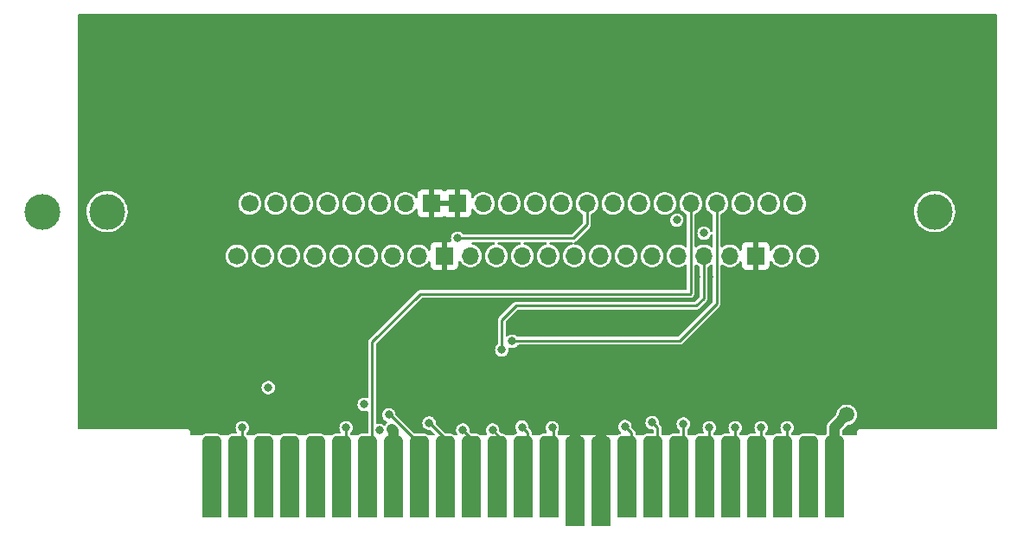
<source format=gbr>
%TF.GenerationSoftware,KiCad,Pcbnew,(6.0.6)*%
%TF.CreationDate,2022-12-16T03:55:13-05:00*%
%TF.ProjectId,SMS-to-GG,534d532d-746f-42d4-9747-2e6b69636164,rev?*%
%TF.SameCoordinates,Original*%
%TF.FileFunction,Copper,L4,Bot*%
%TF.FilePolarity,Positive*%
%FSLAX46Y46*%
G04 Gerber Fmt 4.6, Leading zero omitted, Abs format (unit mm)*
G04 Created by KiCad (PCBNEW (6.0.6)) date 2022-12-16 03:55:13*
%MOMM*%
%LPD*%
G01*
G04 APERTURE LIST*
G04 Aperture macros list*
%AMFreePoly0*
4,1,17,-0.910000,3.545000,-0.901941,3.630258,-0.857113,3.757908,-0.776734,3.866734,-0.667908,3.947113,-0.540258,3.991941,-0.455000,4.000000,0.455000,4.000000,0.540258,3.991941,0.667908,3.947113,0.776734,3.866734,0.857113,3.757908,0.901941,3.630258,0.910000,3.545000,0.910000,-4.000000,-0.910000,-4.000000,-0.910000,3.545000,-0.910000,3.545000,$1*%
%AMFreePoly1*
4,1,17,-0.910000,3.945000,-0.901941,4.030258,-0.857113,4.157908,-0.776734,4.266734,-0.667908,4.347113,-0.540258,4.391941,-0.455000,4.400000,0.455000,4.400000,0.540258,4.391941,0.667908,4.347113,0.776734,4.266734,0.857113,4.157908,0.901941,4.030258,0.910000,3.945000,0.910000,-4.400000,-0.910000,-4.400000,-0.910000,3.945000,-0.910000,3.945000,$1*%
G04 Aperture macros list end*
%TA.AperFunction,WasherPad*%
%ADD10C,3.500000*%
%TD*%
%TA.AperFunction,ComponentPad*%
%ADD11C,1.700000*%
%TD*%
%TA.AperFunction,ComponentPad*%
%ADD12O,1.700000X1.700000*%
%TD*%
%TA.AperFunction,ComponentPad*%
%ADD13R,1.700000X1.700000*%
%TD*%
%TA.AperFunction,ConnectorPad*%
%ADD14FreePoly0,0.000000*%
%TD*%
%TA.AperFunction,ConnectorPad*%
%ADD15FreePoly1,0.000000*%
%TD*%
%TA.AperFunction,ViaPad*%
%ADD16C,0.500000*%
%TD*%
%TA.AperFunction,ViaPad*%
%ADD17C,1.500000*%
%TD*%
%TA.AperFunction,ViaPad*%
%ADD18C,0.800000*%
%TD*%
%TA.AperFunction,ViaPad*%
%ADD19C,1.000000*%
%TD*%
%TA.AperFunction,ViaPad*%
%ADD20C,0.600000*%
%TD*%
%TA.AperFunction,Conductor*%
%ADD21C,0.250000*%
%TD*%
%TA.AperFunction,Conductor*%
%ADD22C,1.000000*%
%TD*%
G04 APERTURE END LIST*
D10*
%TO.P,J2,*%
%TO.N,*%
X16483000Y-86293000D03*
X22833000Y-86293000D03*
X103859000Y-86293000D03*
D11*
%TO.P,J2,1,+34V*%
%TO.N,unconnected-(J2-Pad1)*%
X35533000Y-90611000D03*
%TO.P,J2,2,+5V*%
%TO.N,+5V*%
X36803000Y-85491000D03*
D12*
%TO.P,J2,3,Write*%
%TO.N,Write*%
X38073000Y-90611000D03*
%TO.P,J2,4,A12*%
%TO.N,A12*%
X39343000Y-85491000D03*
%TO.P,J2,5,A7*%
%TO.N,A7*%
X40613000Y-90611000D03*
%TO.P,J2,6,A6*%
%TO.N,A6*%
X41883000Y-85491000D03*
%TO.P,J2,7,A5*%
%TO.N,A5*%
X43153000Y-90611000D03*
%TO.P,J2,8,A4*%
%TO.N,A4*%
X44423000Y-85491000D03*
%TO.P,J2,9,A3*%
%TO.N,A3*%
X45693000Y-90611000D03*
%TO.P,J2,10,A2*%
%TO.N,A2*%
X46963000Y-85491000D03*
%TO.P,J2,11,A1*%
%TO.N,A1*%
X48233000Y-90611000D03*
%TO.P,J2,12,A0*%
%TO.N,A0*%
X49503000Y-85491000D03*
%TO.P,J2,13,D0*%
%TO.N,D0*%
X50773000Y-90611000D03*
%TO.P,J2,14,D1*%
%TO.N,D1*%
X52043000Y-85491000D03*
%TO.P,J2,15,D2*%
%TO.N,D2*%
X53313000Y-90611000D03*
D13*
%TO.P,J2,16,GND*%
%TO.N,GND*%
X54583000Y-85491000D03*
%TO.P,J2,17,GND*%
X55853000Y-90611000D03*
%TO.P,J2,18,GND*%
X57123000Y-85491000D03*
D12*
%TO.P,J2,19,D3*%
%TO.N,D3*%
X58393000Y-90611000D03*
%TO.P,J2,20,D4*%
%TO.N,D4*%
X59663000Y-85491000D03*
%TO.P,J2,21,D5*%
%TO.N,D5*%
X60933000Y-90611000D03*
%TO.P,J2,22,D6*%
%TO.N,D6*%
X62203000Y-85491000D03*
%TO.P,J2,23,D7*%
%TO.N,D7*%
X63473000Y-90611000D03*
%TO.P,J2,24,Enable*%
%TO.N,Enable*%
X64743000Y-85491000D03*
%TO.P,J2,25,A10*%
%TO.N,A10*%
X66013000Y-90611000D03*
%TO.P,J2,26,Read*%
%TO.N,Read*%
X67283000Y-85491000D03*
%TO.P,J2,27,M0-7*%
%TO.N,M0-7*%
X68553000Y-90611000D03*
%TO.P,J2,28,A15*%
%TO.N,A15*%
X69823000Y-85491000D03*
%TO.P,J2,29,A11*%
%TO.N,A11*%
X71093000Y-90611000D03*
%TO.P,J2,30,A9*%
%TO.N,A9*%
X72363000Y-85491000D03*
%TO.P,J2,31,A8*%
%TO.N,A8*%
X73633000Y-90611000D03*
%TO.P,J2,32,A13*%
%TO.N,A13*%
X74903000Y-85491000D03*
%TO.P,J2,33,A14*%
%TO.N,A14*%
X76173000Y-90611000D03*
%TO.P,J2,34,M8-B*%
%TO.N,M8-B*%
X77443000Y-85491000D03*
%TO.P,J2,35,+5V*%
%TO.N,+5V*%
X78713000Y-90611000D03*
%TO.P,J2,36,M1*%
%TO.N,M1*%
X79983000Y-85491000D03*
%TO.P,J2,37,IO_Request*%
%TO.N,IO_Request*%
X81253000Y-90611000D03*
%TO.P,J2,38,Refresh*%
%TO.N,Refresh*%
X82523000Y-85491000D03*
%TO.P,J2,39,Reset*%
%TO.N,Reset*%
X83793000Y-90611000D03*
%TO.P,J2,40,Clock*%
%TO.N,Clock*%
X85063000Y-85491000D03*
D13*
%TO.P,J2,41,GND*%
%TO.N,GND*%
X86333000Y-90611000D03*
D12*
%TO.P,J2,42,GG*%
%TO.N,unconnected-(J2-Pad42)*%
X87603000Y-85491000D03*
%TO.P,J2,43,TV_Enable*%
%TO.N,+5V*%
X88873000Y-90611000D03*
%TO.P,J2,44,TV_Audio_R*%
%TO.N,unconnected-(J2-Pad44)*%
X90143000Y-85491000D03*
%TO.P,J2,45,TV_Audio_L*%
%TO.N,unconnected-(J2-Pad45)*%
X91413000Y-90611000D03*
%TD*%
D14*
%TO.P,J1,1,+5V*%
%TO.N,+5V*%
X94037000Y-112268000D03*
%TO.P,J1,3,MemRequest*%
%TO.N,unconnected-(J1-Pad3)*%
X91497000Y-112268000D03*
%TO.P,J1,5,M8-B*%
%TO.N,M8-B*%
X88957000Y-112268000D03*
%TO.P,J1,7,A13*%
%TO.N,A13*%
X86417000Y-112268000D03*
%TO.P,J1,9,A9*%
%TO.N,A9*%
X83877000Y-112268000D03*
%TO.P,J1,11,M0-7*%
%TO.N,M0-7*%
X81337000Y-112268000D03*
%TO.P,J1,13,Enable*%
%TO.N,Enable*%
X78797000Y-112268000D03*
%TO.P,J1,15,D6*%
%TO.N,D6*%
X76257000Y-112268000D03*
%TO.P,J1,17,D4*%
%TO.N,D4*%
X73717000Y-112268000D03*
D15*
%TO.P,J1,19,GND*%
%TO.N,GND*%
X71177000Y-112668000D03*
%TO.P,J1,21,GND*%
X68637000Y-112668000D03*
D14*
%TO.P,J1,23,D1*%
%TO.N,D1*%
X66097000Y-112268000D03*
%TO.P,J1,25,A0*%
%TO.N,A0*%
X63557000Y-112268000D03*
%TO.P,J1,27,A2*%
%TO.N,A2*%
X61017000Y-112268000D03*
%TO.P,J1,29,A4*%
%TO.N,A4*%
X58477000Y-112268000D03*
%TO.P,J1,31,A6*%
%TO.N,A6*%
X55937000Y-112268000D03*
%TO.P,J1,33,A12*%
%TO.N,A12*%
X53397000Y-112268000D03*
%TO.P,J1,35,+5V*%
%TO.N,+5V*%
X50857000Y-112268000D03*
%TO.P,J1,37,M1*%
%TO.N,M1*%
X48317000Y-112268000D03*
%TO.P,J1,39,Refresh*%
%TO.N,Refresh*%
X45777000Y-112268000D03*
%TO.P,J1,41,Wait*%
%TO.N,unconnected-(J1-Pad41)*%
X43237000Y-112268000D03*
%TO.P,J1,43,Joystick_Disable*%
%TO.N,unconnected-(J1-Pad43)*%
X40697000Y-112268000D03*
%TO.P,J1,45,Bus_Acknowledge*%
%TO.N,unconnected-(J1-Pad45)*%
X38157000Y-112268000D03*
%TO.P,J1,47,Clock*%
%TO.N,Clock*%
X35617000Y-112268000D03*
%TO.P,J1,49,MC-F*%
%TO.N,unconnected-(J1-Pad49)*%
X33077000Y-112268000D03*
%TD*%
D16*
%TO.N,GND*%
X81915000Y-92710000D03*
X80645000Y-92710000D03*
X95885000Y-107823000D03*
X31369000Y-107823000D03*
D17*
X42926000Y-104267000D03*
X89972440Y-81661000D03*
X82408885Y-81661000D03*
X74845330Y-81661000D03*
X67281775Y-81661000D03*
X59718220Y-81661000D03*
X52154665Y-81661000D03*
X44591110Y-81661000D03*
X37027555Y-81661000D03*
D18*
X65532000Y-102997000D03*
X58674000Y-96012000D03*
X62738000Y-100203000D03*
D16*
X40005000Y-92329000D03*
X41275000Y-92329000D03*
X42545000Y-92329000D03*
X43815000Y-92329000D03*
X45085000Y-92329000D03*
X46355000Y-92329000D03*
X47625000Y-92329000D03*
X48895000Y-92329000D03*
X50165000Y-92329000D03*
X51435000Y-92329000D03*
X52705000Y-92329000D03*
X62865000Y-92329000D03*
X61595000Y-92329000D03*
X60325000Y-92329000D03*
X59055000Y-92329000D03*
X78105000Y-92710000D03*
X76835000Y-92710000D03*
X75565000Y-92710000D03*
X74295000Y-92710000D03*
X73025000Y-92710000D03*
X71755000Y-92710000D03*
X65405000Y-92329000D03*
X64135000Y-92329000D03*
D18*
%TO.N,IO_Request*%
X48006000Y-105156000D03*
%TO.N,A15*%
X57150000Y-88900000D03*
X49492500Y-107696000D03*
%TO.N,Clock*%
X36068000Y-107442000D03*
%TO.N,Refresh*%
X62484000Y-98966547D03*
%TO.N,IO_Request*%
X61468000Y-99822000D03*
D17*
%TO.N,GND*%
X97536000Y-87884000D03*
X97536000Y-81661000D03*
X97536000Y-106172000D03*
X97536000Y-93980000D03*
X97536000Y-100076000D03*
D18*
%TO.N,Write*%
X81280000Y-88392000D03*
D17*
%TO.N,GND*%
X69342000Y-106934000D03*
D18*
%TO.N,Read*%
X78613000Y-87122000D03*
%TO.N,Refresh*%
X46228000Y-107442000D03*
%TO.N,M8-B*%
X89408000Y-107442000D03*
%TO.N,A13*%
X86868000Y-107442000D03*
%TO.N,A9*%
X84328000Y-107442000D03*
%TO.N,M0-7*%
X81788000Y-107442000D03*
%TO.N,Enable*%
X79248000Y-107061000D03*
%TO.N,D6*%
X76200000Y-106934000D03*
%TO.N,D4*%
X73533000Y-107315000D03*
D19*
%TO.N,+5V*%
X50703461Y-107568500D03*
D18*
%TO.N,D1*%
X66421000Y-107442000D03*
%TO.N,A0*%
X63445452Y-107369549D03*
%TO.N,A2*%
X60579000Y-107668500D03*
%TO.N,A4*%
X57658000Y-107668500D03*
%TO.N,A12*%
X50419000Y-106172000D03*
%TO.N,A6*%
X54356000Y-106971500D03*
%TO.N,Reset*%
X38608000Y-103505000D03*
D17*
%TO.N,+5V*%
X95250000Y-106172000D03*
%TO.N,GND*%
X29464000Y-81661000D03*
X29464000Y-87757000D03*
X29464000Y-106045000D03*
X29464000Y-93853000D03*
X29464000Y-99949000D03*
D20*
X34036000Y-106680000D03*
%TD*%
D21*
%TO.N,IO_Request*%
X81253000Y-94769000D02*
X81253000Y-90611000D01*
X62865000Y-95504000D02*
X80518000Y-95504000D01*
X61468000Y-96901000D02*
X62865000Y-95504000D01*
X61468000Y-99822000D02*
X61468000Y-96901000D01*
X80518000Y-95504000D02*
X81253000Y-94769000D01*
%TO.N,Refresh*%
X82523000Y-95277000D02*
X82523000Y-85491000D01*
X78867000Y-98933000D02*
X82523000Y-95277000D01*
X62517547Y-98933000D02*
X78867000Y-98933000D01*
X62484000Y-98966547D02*
X62517547Y-98933000D01*
%TO.N,M1*%
X79983000Y-94261000D02*
X79983000Y-85491000D01*
X79883000Y-94361000D02*
X79983000Y-94261000D01*
X53467000Y-94361000D02*
X79883000Y-94361000D01*
X48768000Y-111817000D02*
X48768000Y-99060000D01*
X48317000Y-112268000D02*
X48768000Y-111817000D01*
X48768000Y-99060000D02*
X53467000Y-94361000D01*
D22*
%TO.N,GND*%
X71177000Y-108007000D02*
X71177000Y-112668000D01*
X70104000Y-106934000D02*
X71177000Y-108007000D01*
X68637000Y-107893000D02*
X68637000Y-112668000D01*
X69342000Y-107188000D02*
X68637000Y-107893000D01*
X69342000Y-106934000D02*
X69342000Y-107188000D01*
X69342000Y-106934000D02*
X70104000Y-106934000D01*
%TO.N,+5V*%
X94037000Y-107385000D02*
X94037000Y-112268000D01*
X95250000Y-106172000D02*
X94037000Y-107385000D01*
D21*
%TO.N,A6*%
X56388000Y-108966000D02*
X56388000Y-111817000D01*
X56388000Y-111817000D02*
X55937000Y-112268000D01*
X54393500Y-106971500D02*
X56388000Y-108966000D01*
X54356000Y-106971500D02*
X54393500Y-106971500D01*
%TO.N,D1*%
X66421000Y-107442000D02*
X66548000Y-107569000D01*
X66548000Y-107569000D02*
X66548000Y-111817000D01*
X66548000Y-111817000D02*
X66097000Y-112268000D01*
%TO.N,A2*%
X61468000Y-111817000D02*
X61017000Y-112268000D01*
X60579000Y-107668500D02*
X61468000Y-108557500D01*
X61468000Y-108557500D02*
X61468000Y-111817000D01*
%TO.N,A4*%
X58928000Y-111817000D02*
X58477000Y-112268000D01*
X57658000Y-107668500D02*
X58928000Y-108938500D01*
X58928000Y-108938500D02*
X58928000Y-111817000D01*
%TO.N,A12*%
X53848000Y-111817000D02*
X53397000Y-112268000D01*
X53848000Y-109474000D02*
X53848000Y-111817000D01*
X50546000Y-106172000D02*
X53848000Y-109474000D01*
X50419000Y-106172000D02*
X50546000Y-106172000D01*
D22*
%TO.N,+5V*%
X50857000Y-107722039D02*
X50857000Y-112268000D01*
X50703461Y-107568500D02*
X50857000Y-107722039D01*
D21*
%TO.N,A0*%
X64008000Y-111817000D02*
X63557000Y-112268000D01*
X63445452Y-107369549D02*
X64008000Y-107932097D01*
X64008000Y-107932097D02*
X64008000Y-111817000D01*
%TO.N,Enable*%
X79248000Y-111817000D02*
X78797000Y-112268000D01*
X79248000Y-107061000D02*
X79248000Y-111817000D01*
%TO.N,D6*%
X76200000Y-106934000D02*
X76708000Y-107442000D01*
X76708000Y-107442000D02*
X76708000Y-111817000D01*
X76708000Y-111817000D02*
X76257000Y-112268000D01*
%TO.N,D4*%
X74168000Y-111817000D02*
X73717000Y-112268000D01*
X74168000Y-107950000D02*
X74168000Y-111817000D01*
X73533000Y-107315000D02*
X74168000Y-107950000D01*
%TO.N,A15*%
X69823000Y-87530000D02*
X69823000Y-85491000D01*
X68453000Y-88900000D02*
X69823000Y-87530000D01*
X57150000Y-88900000D02*
X68453000Y-88900000D01*
%TO.N,Clock*%
X36068000Y-110744000D02*
X35560000Y-111252000D01*
X36068000Y-107442000D02*
X36068000Y-110744000D01*
%TO.N,M8-B*%
X89408000Y-107442000D02*
X89408000Y-111817000D01*
X89408000Y-111817000D02*
X88957000Y-112268000D01*
%TO.N,A13*%
X86868000Y-111817000D02*
X86417000Y-112268000D01*
X86868000Y-107442000D02*
X86868000Y-111817000D01*
%TO.N,A9*%
X84328000Y-111817000D02*
X83877000Y-112268000D01*
X84328000Y-107442000D02*
X84328000Y-111817000D01*
%TO.N,M0-7*%
X81788000Y-111817000D02*
X81337000Y-112268000D01*
X81788000Y-107442000D02*
X81788000Y-111817000D01*
%TO.N,Refresh*%
X46228000Y-111817000D02*
X45777000Y-112268000D01*
X46228000Y-107442000D02*
X46228000Y-111817000D01*
%TD*%
%TA.AperFunction,Conductor*%
%TO.N,GND*%
G36*
X109923621Y-66949502D02*
G01*
X109970114Y-67003158D01*
X109981500Y-67055500D01*
X109981500Y-107442500D01*
X109961498Y-107510621D01*
X109907842Y-107557114D01*
X109855500Y-107568500D01*
X96557476Y-107568500D01*
X96532897Y-107566079D01*
X96520000Y-107563514D01*
X96507828Y-107565935D01*
X96494933Y-107568500D01*
X96420699Y-107583266D01*
X96336516Y-107639516D01*
X96329623Y-107649832D01*
X96288842Y-107710865D01*
X96280266Y-107723699D01*
X96260514Y-107823000D01*
X96262935Y-107835170D01*
X96263079Y-107835894D01*
X96265500Y-107860476D01*
X96265500Y-108078000D01*
X96245498Y-108146121D01*
X96191842Y-108192614D01*
X96139500Y-108204000D01*
X95028623Y-108204000D01*
X94960502Y-108183998D01*
X94939528Y-108167095D01*
X94933002Y-108160569D01*
X94902785Y-108142269D01*
X94852228Y-108111650D01*
X94804322Y-108059252D01*
X94791500Y-108003874D01*
X94791500Y-107749715D01*
X94811502Y-107681594D01*
X94828405Y-107660620D01*
X95281515Y-107207510D01*
X95343827Y-107173484D01*
X95360940Y-107170976D01*
X95425274Y-107166026D01*
X95615009Y-107113050D01*
X95657303Y-107091686D01*
X95785341Y-107027010D01*
X95785343Y-107027009D01*
X95790842Y-107024231D01*
X95946074Y-106902950D01*
X95950100Y-106898286D01*
X95950103Y-106898283D01*
X96070764Y-106758496D01*
X96070765Y-106758494D01*
X96074793Y-106753828D01*
X96172096Y-106582544D01*
X96234277Y-106395622D01*
X96258966Y-106200183D01*
X96259360Y-106172000D01*
X96240137Y-105975948D01*
X96183200Y-105787363D01*
X96176292Y-105774371D01*
X96093611Y-105618871D01*
X96093609Y-105618868D01*
X96090717Y-105613429D01*
X95966212Y-105460770D01*
X95900894Y-105406734D01*
X95819177Y-105339132D01*
X95819174Y-105339130D01*
X95814427Y-105335203D01*
X95641143Y-105241508D01*
X95452960Y-105183256D01*
X95446835Y-105182612D01*
X95446834Y-105182612D01*
X95263176Y-105163309D01*
X95263174Y-105163309D01*
X95257047Y-105162665D01*
X95175018Y-105170130D01*
X95067004Y-105179960D01*
X95067001Y-105179961D01*
X95060865Y-105180519D01*
X95054959Y-105182257D01*
X95054955Y-105182258D01*
X94914775Y-105223516D01*
X94871887Y-105236138D01*
X94866427Y-105238992D01*
X94866428Y-105238992D01*
X94702772Y-105324549D01*
X94702768Y-105324552D01*
X94697312Y-105327404D01*
X94543788Y-105450840D01*
X94417163Y-105601745D01*
X94410740Y-105613429D01*
X94346138Y-105730941D01*
X94322262Y-105774371D01*
X94320398Y-105780246D01*
X94320397Y-105780249D01*
X94290769Y-105873649D01*
X94262697Y-105962142D01*
X94262011Y-105968257D01*
X94262010Y-105968262D01*
X94251174Y-106064870D01*
X94223703Y-106130337D01*
X94215055Y-106139920D01*
X93550697Y-106804279D01*
X93536283Y-106816666D01*
X93518929Y-106829437D01*
X93514186Y-106835020D01*
X93484911Y-106869479D01*
X93477981Y-106876995D01*
X93472338Y-106882638D01*
X93454806Y-106904798D01*
X93452039Y-106908173D01*
X93405018Y-106963520D01*
X93401689Y-106970040D01*
X93398369Y-106975018D01*
X93395236Y-106980091D01*
X93390693Y-106985833D01*
X93387593Y-106992466D01*
X93359947Y-107051617D01*
X93358016Y-107055567D01*
X93353282Y-107064838D01*
X93325007Y-107120212D01*
X93323267Y-107127322D01*
X93321177Y-107132942D01*
X93319297Y-107138593D01*
X93316199Y-107145222D01*
X93314709Y-107152386D01*
X93314708Y-107152389D01*
X93306367Y-107192495D01*
X93302219Y-107212439D01*
X93301415Y-107216303D01*
X93300449Y-107220573D01*
X93283189Y-107291108D01*
X93282500Y-107302214D01*
X93282466Y-107302212D01*
X93282223Y-107306271D01*
X93281863Y-107310305D01*
X93280372Y-107317473D01*
X93280570Y-107324790D01*
X93282454Y-107394415D01*
X93282500Y-107397823D01*
X93282500Y-108003874D01*
X93262498Y-108071995D01*
X93221772Y-108111650D01*
X93171215Y-108142269D01*
X93140998Y-108160569D01*
X93134472Y-108167095D01*
X93133427Y-108167666D01*
X93129653Y-108170625D01*
X93129160Y-108169996D01*
X93072160Y-108201121D01*
X93045377Y-108204000D01*
X92488623Y-108204000D01*
X92420502Y-108183998D01*
X92399528Y-108167095D01*
X92393002Y-108160569D01*
X92291844Y-108099305D01*
X92252610Y-108075544D01*
X92252609Y-108075544D01*
X92246114Y-108071610D01*
X92238867Y-108069339D01*
X92238865Y-108069338D01*
X92171837Y-108048333D01*
X92082246Y-108020257D01*
X92008711Y-108013500D01*
X92005813Y-108013500D01*
X91495673Y-108013501D01*
X90985290Y-108013501D01*
X90982432Y-108013764D01*
X90982423Y-108013764D01*
X90947086Y-108017011D01*
X90911754Y-108020257D01*
X90905375Y-108022256D01*
X90755135Y-108069338D01*
X90755133Y-108069339D01*
X90747886Y-108071610D01*
X90741391Y-108075544D01*
X90741390Y-108075544D01*
X90702156Y-108099305D01*
X90600998Y-108160569D01*
X90594472Y-108167095D01*
X90593427Y-108167666D01*
X90589653Y-108170625D01*
X90589160Y-108169996D01*
X90532160Y-108201121D01*
X90505377Y-108204000D01*
X89948623Y-108204000D01*
X89880502Y-108183998D01*
X89859528Y-108167095D01*
X89853002Y-108160569D01*
X89846499Y-108156631D01*
X89840526Y-108151947D01*
X89841663Y-108150496D01*
X89800324Y-108105286D01*
X89787500Y-108049903D01*
X89787500Y-108036730D01*
X89807502Y-107968609D01*
X89831669Y-107940919D01*
X89887536Y-107893204D01*
X89893314Y-107888269D01*
X89985755Y-107759624D01*
X90044842Y-107612641D01*
X90051834Y-107563514D01*
X90066581Y-107459891D01*
X90066581Y-107459888D01*
X90067162Y-107455807D01*
X90067307Y-107442000D01*
X90048276Y-107284733D01*
X89992280Y-107136546D01*
X89961449Y-107091686D01*
X89906855Y-107012251D01*
X89906854Y-107012249D01*
X89902553Y-107005992D01*
X89892717Y-106997228D01*
X89837247Y-106947807D01*
X89784275Y-106900611D01*
X89776889Y-106896700D01*
X89680959Y-106845908D01*
X89644274Y-106826484D01*
X89490633Y-106787892D01*
X89483034Y-106787852D01*
X89483033Y-106787852D01*
X89417181Y-106787507D01*
X89332221Y-106787062D01*
X89324841Y-106788834D01*
X89324839Y-106788834D01*
X89185563Y-106822271D01*
X89185560Y-106822272D01*
X89178184Y-106824043D01*
X89037414Y-106896700D01*
X88918039Y-107000838D01*
X88826950Y-107130444D01*
X88809753Y-107174552D01*
X88775002Y-107263685D01*
X88769406Y-107278037D01*
X88768414Y-107285570D01*
X88768414Y-107285571D01*
X88749823Y-107426787D01*
X88748729Y-107435096D01*
X88766113Y-107592553D01*
X88768723Y-107599684D01*
X88768723Y-107599686D01*
X88814396Y-107724493D01*
X88820553Y-107741319D01*
X88824789Y-107747622D01*
X88824789Y-107747623D01*
X88871559Y-107817224D01*
X88892951Y-107884921D01*
X88874347Y-107953437D01*
X88821654Y-108001018D01*
X88766977Y-108013500D01*
X88451649Y-108013501D01*
X88445290Y-108013501D01*
X88442432Y-108013764D01*
X88442423Y-108013764D01*
X88407086Y-108017011D01*
X88371754Y-108020257D01*
X88365375Y-108022256D01*
X88215135Y-108069338D01*
X88215133Y-108069339D01*
X88207886Y-108071610D01*
X88201391Y-108075544D01*
X88201390Y-108075544D01*
X88162156Y-108099305D01*
X88060998Y-108160569D01*
X88054472Y-108167095D01*
X88053427Y-108167666D01*
X88049653Y-108170625D01*
X88049160Y-108169996D01*
X87992160Y-108201121D01*
X87965377Y-108204000D01*
X87408623Y-108204000D01*
X87340502Y-108183998D01*
X87319528Y-108167095D01*
X87313002Y-108160569D01*
X87306499Y-108156631D01*
X87300526Y-108151947D01*
X87301663Y-108150496D01*
X87260324Y-108105286D01*
X87247500Y-108049903D01*
X87247500Y-108036730D01*
X87267502Y-107968609D01*
X87291669Y-107940919D01*
X87347536Y-107893204D01*
X87353314Y-107888269D01*
X87445755Y-107759624D01*
X87504842Y-107612641D01*
X87511834Y-107563514D01*
X87526581Y-107459891D01*
X87526581Y-107459888D01*
X87527162Y-107455807D01*
X87527307Y-107442000D01*
X87508276Y-107284733D01*
X87452280Y-107136546D01*
X87421449Y-107091686D01*
X87366855Y-107012251D01*
X87366854Y-107012249D01*
X87362553Y-107005992D01*
X87352717Y-106997228D01*
X87297247Y-106947807D01*
X87244275Y-106900611D01*
X87236889Y-106896700D01*
X87140959Y-106845908D01*
X87104274Y-106826484D01*
X86950633Y-106787892D01*
X86943034Y-106787852D01*
X86943033Y-106787852D01*
X86877181Y-106787507D01*
X86792221Y-106787062D01*
X86784841Y-106788834D01*
X86784839Y-106788834D01*
X86645563Y-106822271D01*
X86645560Y-106822272D01*
X86638184Y-106824043D01*
X86497414Y-106896700D01*
X86378039Y-107000838D01*
X86286950Y-107130444D01*
X86269753Y-107174552D01*
X86235002Y-107263685D01*
X86229406Y-107278037D01*
X86228414Y-107285570D01*
X86228414Y-107285571D01*
X86209823Y-107426787D01*
X86208729Y-107435096D01*
X86226113Y-107592553D01*
X86228723Y-107599684D01*
X86228723Y-107599686D01*
X86274396Y-107724493D01*
X86280553Y-107741319D01*
X86284789Y-107747622D01*
X86284789Y-107747623D01*
X86331559Y-107817224D01*
X86352951Y-107884921D01*
X86334347Y-107953437D01*
X86281654Y-108001018D01*
X86226977Y-108013500D01*
X85911649Y-108013501D01*
X85905290Y-108013501D01*
X85902432Y-108013764D01*
X85902423Y-108013764D01*
X85867086Y-108017011D01*
X85831754Y-108020257D01*
X85825375Y-108022256D01*
X85675135Y-108069338D01*
X85675133Y-108069339D01*
X85667886Y-108071610D01*
X85661391Y-108075544D01*
X85661390Y-108075544D01*
X85622156Y-108099305D01*
X85520998Y-108160569D01*
X85514472Y-108167095D01*
X85513427Y-108167666D01*
X85509653Y-108170625D01*
X85509160Y-108169996D01*
X85452160Y-108201121D01*
X85425377Y-108204000D01*
X84868623Y-108204000D01*
X84800502Y-108183998D01*
X84779528Y-108167095D01*
X84773002Y-108160569D01*
X84766499Y-108156631D01*
X84760526Y-108151947D01*
X84761663Y-108150496D01*
X84720324Y-108105286D01*
X84707500Y-108049903D01*
X84707500Y-108036730D01*
X84727502Y-107968609D01*
X84751669Y-107940919D01*
X84807536Y-107893204D01*
X84813314Y-107888269D01*
X84905755Y-107759624D01*
X84964842Y-107612641D01*
X84971834Y-107563514D01*
X84986581Y-107459891D01*
X84986581Y-107459888D01*
X84987162Y-107455807D01*
X84987307Y-107442000D01*
X84968276Y-107284733D01*
X84912280Y-107136546D01*
X84881449Y-107091686D01*
X84826855Y-107012251D01*
X84826854Y-107012249D01*
X84822553Y-107005992D01*
X84812717Y-106997228D01*
X84757247Y-106947807D01*
X84704275Y-106900611D01*
X84696889Y-106896700D01*
X84600959Y-106845908D01*
X84564274Y-106826484D01*
X84410633Y-106787892D01*
X84403034Y-106787852D01*
X84403033Y-106787852D01*
X84337181Y-106787507D01*
X84252221Y-106787062D01*
X84244841Y-106788834D01*
X84244839Y-106788834D01*
X84105563Y-106822271D01*
X84105560Y-106822272D01*
X84098184Y-106824043D01*
X83957414Y-106896700D01*
X83838039Y-107000838D01*
X83746950Y-107130444D01*
X83729753Y-107174552D01*
X83695002Y-107263685D01*
X83689406Y-107278037D01*
X83688414Y-107285570D01*
X83688414Y-107285571D01*
X83669823Y-107426787D01*
X83668729Y-107435096D01*
X83686113Y-107592553D01*
X83688723Y-107599684D01*
X83688723Y-107599686D01*
X83734396Y-107724493D01*
X83740553Y-107741319D01*
X83744789Y-107747622D01*
X83744789Y-107747623D01*
X83791559Y-107817224D01*
X83812951Y-107884921D01*
X83794347Y-107953437D01*
X83741654Y-108001018D01*
X83686977Y-108013500D01*
X83371649Y-108013501D01*
X83365290Y-108013501D01*
X83362432Y-108013764D01*
X83362423Y-108013764D01*
X83327086Y-108017011D01*
X83291754Y-108020257D01*
X83285375Y-108022256D01*
X83135135Y-108069338D01*
X83135133Y-108069339D01*
X83127886Y-108071610D01*
X83121391Y-108075544D01*
X83121390Y-108075544D01*
X83082156Y-108099305D01*
X82980998Y-108160569D01*
X82974472Y-108167095D01*
X82973427Y-108167666D01*
X82969653Y-108170625D01*
X82969160Y-108169996D01*
X82912160Y-108201121D01*
X82885377Y-108204000D01*
X82328623Y-108204000D01*
X82260502Y-108183998D01*
X82239528Y-108167095D01*
X82233002Y-108160569D01*
X82226499Y-108156631D01*
X82220526Y-108151947D01*
X82221663Y-108150496D01*
X82180324Y-108105286D01*
X82167500Y-108049903D01*
X82167500Y-108036730D01*
X82187502Y-107968609D01*
X82211669Y-107940919D01*
X82267536Y-107893204D01*
X82273314Y-107888269D01*
X82365755Y-107759624D01*
X82424842Y-107612641D01*
X82431834Y-107563514D01*
X82446581Y-107459891D01*
X82446581Y-107459888D01*
X82447162Y-107455807D01*
X82447307Y-107442000D01*
X82428276Y-107284733D01*
X82372280Y-107136546D01*
X82341449Y-107091686D01*
X82286855Y-107012251D01*
X82286854Y-107012249D01*
X82282553Y-107005992D01*
X82272717Y-106997228D01*
X82217247Y-106947807D01*
X82164275Y-106900611D01*
X82156889Y-106896700D01*
X82060959Y-106845908D01*
X82024274Y-106826484D01*
X81870633Y-106787892D01*
X81863034Y-106787852D01*
X81863033Y-106787852D01*
X81797181Y-106787507D01*
X81712221Y-106787062D01*
X81704841Y-106788834D01*
X81704839Y-106788834D01*
X81565563Y-106822271D01*
X81565560Y-106822272D01*
X81558184Y-106824043D01*
X81417414Y-106896700D01*
X81298039Y-107000838D01*
X81206950Y-107130444D01*
X81189753Y-107174552D01*
X81155002Y-107263685D01*
X81149406Y-107278037D01*
X81148414Y-107285570D01*
X81148414Y-107285571D01*
X81129823Y-107426787D01*
X81128729Y-107435096D01*
X81146113Y-107592553D01*
X81148723Y-107599684D01*
X81148723Y-107599686D01*
X81194396Y-107724493D01*
X81200553Y-107741319D01*
X81204789Y-107747622D01*
X81204789Y-107747623D01*
X81251559Y-107817224D01*
X81272951Y-107884921D01*
X81254347Y-107953437D01*
X81201654Y-108001018D01*
X81146977Y-108013500D01*
X80831649Y-108013501D01*
X80825290Y-108013501D01*
X80822432Y-108013764D01*
X80822423Y-108013764D01*
X80787086Y-108017011D01*
X80751754Y-108020257D01*
X80745375Y-108022256D01*
X80595135Y-108069338D01*
X80595133Y-108069339D01*
X80587886Y-108071610D01*
X80581391Y-108075544D01*
X80581390Y-108075544D01*
X80542156Y-108099305D01*
X80440998Y-108160569D01*
X80434472Y-108167095D01*
X80433427Y-108167666D01*
X80429653Y-108170625D01*
X80429160Y-108169996D01*
X80372160Y-108201121D01*
X80345377Y-108204000D01*
X79788623Y-108204000D01*
X79720502Y-108183998D01*
X79699528Y-108167095D01*
X79693002Y-108160569D01*
X79686499Y-108156631D01*
X79680526Y-108151947D01*
X79681663Y-108150496D01*
X79640324Y-108105286D01*
X79627500Y-108049903D01*
X79627500Y-107655730D01*
X79647502Y-107587609D01*
X79671669Y-107559919D01*
X79727536Y-107512204D01*
X79733314Y-107507269D01*
X79825755Y-107378624D01*
X79884842Y-107231641D01*
X79898859Y-107133150D01*
X79906581Y-107078891D01*
X79906581Y-107078888D01*
X79907162Y-107074807D01*
X79907307Y-107061000D01*
X79888276Y-106903733D01*
X79832280Y-106755546D01*
X79770769Y-106666046D01*
X79746855Y-106631251D01*
X79746854Y-106631249D01*
X79742553Y-106624992D01*
X79732717Y-106616228D01*
X79688341Y-106576691D01*
X79624275Y-106519611D01*
X79616889Y-106515700D01*
X79490988Y-106449039D01*
X79490989Y-106449039D01*
X79484274Y-106445484D01*
X79330633Y-106406892D01*
X79323034Y-106406852D01*
X79323033Y-106406852D01*
X79257181Y-106406507D01*
X79172221Y-106406062D01*
X79164841Y-106407834D01*
X79164839Y-106407834D01*
X79025563Y-106441271D01*
X79025560Y-106441272D01*
X79018184Y-106443043D01*
X78877414Y-106515700D01*
X78758039Y-106619838D01*
X78666950Y-106749444D01*
X78647061Y-106800457D01*
X78613901Y-106885509D01*
X78609406Y-106897037D01*
X78608414Y-106904570D01*
X78608414Y-106904571D01*
X78590212Y-107042834D01*
X78588729Y-107054096D01*
X78592879Y-107091686D01*
X78604673Y-107198506D01*
X78606113Y-107211553D01*
X78608723Y-107218684D01*
X78608723Y-107218686D01*
X78646373Y-107321569D01*
X78660553Y-107360319D01*
X78664789Y-107366622D01*
X78664789Y-107366623D01*
X78742663Y-107482511D01*
X78748908Y-107491805D01*
X78754527Y-107496918D01*
X78754528Y-107496919D01*
X78827299Y-107563135D01*
X78864222Y-107623775D01*
X78868500Y-107656329D01*
X78868500Y-107887500D01*
X78848498Y-107955621D01*
X78794842Y-108002114D01*
X78742500Y-108013500D01*
X78298336Y-108013501D01*
X78285290Y-108013501D01*
X78282432Y-108013764D01*
X78282423Y-108013764D01*
X78247086Y-108017011D01*
X78211754Y-108020257D01*
X78205375Y-108022256D01*
X78055135Y-108069338D01*
X78055133Y-108069339D01*
X78047886Y-108071610D01*
X78041391Y-108075544D01*
X78041390Y-108075544D01*
X78002156Y-108099305D01*
X77900998Y-108160569D01*
X77894472Y-108167095D01*
X77893427Y-108167666D01*
X77889653Y-108170625D01*
X77889160Y-108169996D01*
X77832160Y-108201121D01*
X77805377Y-108204000D01*
X77248623Y-108204000D01*
X77180502Y-108183998D01*
X77159528Y-108167095D01*
X77153002Y-108160569D01*
X77146499Y-108156631D01*
X77140526Y-108151947D01*
X77141663Y-108150496D01*
X77100324Y-108105286D01*
X77087500Y-108049903D01*
X77087500Y-107495920D01*
X77090049Y-107471973D01*
X77090128Y-107470307D01*
X77092320Y-107460124D01*
X77091096Y-107449782D01*
X77091096Y-107449779D01*
X77088374Y-107426787D01*
X77088023Y-107420846D01*
X77087928Y-107420854D01*
X77087500Y-107415674D01*
X77087500Y-107410476D01*
X77085110Y-107396115D01*
X77084329Y-107391427D01*
X77083492Y-107385547D01*
X77078693Y-107344997D01*
X77078692Y-107344995D01*
X77077469Y-107334659D01*
X77073508Y-107326410D01*
X77072004Y-107317374D01*
X77066537Y-107307242D01*
X77047652Y-107272240D01*
X77044957Y-107266951D01*
X77026212Y-107227915D01*
X77022780Y-107220768D01*
X77019186Y-107216492D01*
X77017246Y-107214552D01*
X77015493Y-107212641D01*
X77015444Y-107212551D01*
X77015567Y-107212439D01*
X77015095Y-107211904D01*
X77012010Y-107206186D01*
X76972413Y-107169583D01*
X76968848Y-107166154D01*
X76890143Y-107087449D01*
X76856117Y-107025137D01*
X76854495Y-106980601D01*
X76858581Y-106951892D01*
X76858581Y-106951886D01*
X76859162Y-106947807D01*
X76859307Y-106934000D01*
X76856897Y-106914080D01*
X76852779Y-106880052D01*
X76840276Y-106776733D01*
X76784280Y-106628546D01*
X76774864Y-106614846D01*
X76698855Y-106504251D01*
X76698854Y-106504249D01*
X76694553Y-106497992D01*
X76576275Y-106392611D01*
X76568889Y-106388700D01*
X76442988Y-106322039D01*
X76442989Y-106322039D01*
X76436274Y-106318484D01*
X76282633Y-106279892D01*
X76275034Y-106279852D01*
X76275033Y-106279852D01*
X76209181Y-106279507D01*
X76124221Y-106279062D01*
X76116841Y-106280834D01*
X76116839Y-106280834D01*
X75977563Y-106314271D01*
X75977560Y-106314272D01*
X75970184Y-106316043D01*
X75829414Y-106388700D01*
X75710039Y-106492838D01*
X75618950Y-106622444D01*
X75603960Y-106660892D01*
X75565906Y-106758496D01*
X75561406Y-106770037D01*
X75560414Y-106777570D01*
X75560414Y-106777571D01*
X75542443Y-106914080D01*
X75540729Y-106927096D01*
X75545703Y-106972146D01*
X75556639Y-107071198D01*
X75558113Y-107084553D01*
X75560723Y-107091684D01*
X75560723Y-107091686D01*
X75609185Y-107224115D01*
X75612553Y-107233319D01*
X75616789Y-107239622D01*
X75616789Y-107239623D01*
X75695626Y-107356944D01*
X75700908Y-107364805D01*
X75706527Y-107369918D01*
X75706528Y-107369919D01*
X75811629Y-107465553D01*
X75818076Y-107471419D01*
X75957293Y-107547008D01*
X76110522Y-107587207D01*
X76179395Y-107588289D01*
X76204479Y-107588683D01*
X76272277Y-107609752D01*
X76317922Y-107664131D01*
X76328500Y-107714667D01*
X76328500Y-107887500D01*
X76308498Y-107955621D01*
X76254842Y-108002114D01*
X76202500Y-108013500D01*
X75758336Y-108013501D01*
X75745290Y-108013501D01*
X75742432Y-108013764D01*
X75742423Y-108013764D01*
X75707086Y-108017011D01*
X75671754Y-108020257D01*
X75665375Y-108022256D01*
X75515135Y-108069338D01*
X75515133Y-108069339D01*
X75507886Y-108071610D01*
X75501391Y-108075544D01*
X75501390Y-108075544D01*
X75462156Y-108099305D01*
X75360998Y-108160569D01*
X75354472Y-108167095D01*
X75353427Y-108167666D01*
X75349653Y-108170625D01*
X75349160Y-108169996D01*
X75292160Y-108201121D01*
X75265377Y-108204000D01*
X74708623Y-108204000D01*
X74640502Y-108183998D01*
X74619528Y-108167095D01*
X74613002Y-108160569D01*
X74606499Y-108156631D01*
X74600526Y-108151947D01*
X74601663Y-108150496D01*
X74560324Y-108105286D01*
X74547500Y-108049903D01*
X74547500Y-108003925D01*
X74550050Y-107979967D01*
X74550128Y-107978308D01*
X74552321Y-107968124D01*
X74551097Y-107957782D01*
X74551097Y-107957779D01*
X74548374Y-107934779D01*
X74548024Y-107928848D01*
X74547928Y-107928856D01*
X74547500Y-107923680D01*
X74547500Y-107918476D01*
X74544327Y-107899412D01*
X74543496Y-107893566D01*
X74538694Y-107853001D01*
X74537470Y-107842659D01*
X74533507Y-107834407D01*
X74532004Y-107825374D01*
X74521264Y-107805468D01*
X74507666Y-107780268D01*
X74504969Y-107774975D01*
X74486215Y-107735919D01*
X74486214Y-107735918D01*
X74482781Y-107728768D01*
X74479187Y-107724493D01*
X74477262Y-107722568D01*
X74475491Y-107720638D01*
X74475445Y-107720553D01*
X74475568Y-107720441D01*
X74475096Y-107719906D01*
X74472010Y-107714186D01*
X74432413Y-107677583D01*
X74428848Y-107674154D01*
X74223143Y-107468449D01*
X74189117Y-107406137D01*
X74187495Y-107361601D01*
X74191581Y-107332892D01*
X74191581Y-107332886D01*
X74192162Y-107328807D01*
X74192307Y-107315000D01*
X74191485Y-107308203D01*
X74185650Y-107259992D01*
X74173276Y-107157733D01*
X74117280Y-107009546D01*
X74090227Y-106970184D01*
X74031855Y-106885251D01*
X74031854Y-106885249D01*
X74027553Y-106878992D01*
X74021248Y-106873374D01*
X73990420Y-106845908D01*
X73909275Y-106773611D01*
X73901889Y-106769700D01*
X73802907Y-106717292D01*
X73769274Y-106699484D01*
X73615633Y-106660892D01*
X73608034Y-106660852D01*
X73608033Y-106660852D01*
X73542181Y-106660507D01*
X73457221Y-106660062D01*
X73449841Y-106661834D01*
X73449839Y-106661834D01*
X73310563Y-106695271D01*
X73310560Y-106695272D01*
X73303184Y-106697043D01*
X73162414Y-106769700D01*
X73043039Y-106873838D01*
X72951950Y-107003444D01*
X72933168Y-107051617D01*
X72900056Y-107136546D01*
X72894406Y-107151037D01*
X72893414Y-107158570D01*
X72893414Y-107158571D01*
X72876805Y-107284733D01*
X72873729Y-107308096D01*
X72891113Y-107465553D01*
X72893723Y-107472684D01*
X72893723Y-107472686D01*
X72942185Y-107605115D01*
X72945553Y-107614319D01*
X72949789Y-107620622D01*
X72949789Y-107620623D01*
X73027233Y-107735871D01*
X73033908Y-107745805D01*
X73116991Y-107821404D01*
X73120930Y-107824988D01*
X73157852Y-107885629D01*
X73156129Y-107956604D01*
X73116307Y-108015381D01*
X73073810Y-108038416D01*
X73037343Y-108049844D01*
X72975135Y-108069338D01*
X72975133Y-108069339D01*
X72967886Y-108071610D01*
X72961391Y-108075544D01*
X72961390Y-108075544D01*
X72922156Y-108099305D01*
X72820998Y-108160569D01*
X72814472Y-108167095D01*
X72813427Y-108167666D01*
X72809653Y-108170625D01*
X72809160Y-108169996D01*
X72752160Y-108201121D01*
X72725377Y-108204000D01*
X67088623Y-108204000D01*
X67020502Y-108183998D01*
X66999528Y-108167095D01*
X66993002Y-108160569D01*
X66986499Y-108156631D01*
X66980526Y-108151947D01*
X66981663Y-108150496D01*
X66940324Y-108105286D01*
X66927500Y-108049903D01*
X66927500Y-107899362D01*
X66951177Y-107825836D01*
X66964078Y-107807882D01*
X66998755Y-107759624D01*
X67002257Y-107750914D01*
X67024218Y-107696283D01*
X67057842Y-107612641D01*
X67064834Y-107563514D01*
X67079581Y-107459891D01*
X67079581Y-107459888D01*
X67080162Y-107455807D01*
X67080307Y-107442000D01*
X67061276Y-107284733D01*
X67005280Y-107136546D01*
X66974449Y-107091686D01*
X66919855Y-107012251D01*
X66919854Y-107012249D01*
X66915553Y-107005992D01*
X66905717Y-106997228D01*
X66850247Y-106947807D01*
X66797275Y-106900611D01*
X66789889Y-106896700D01*
X66693959Y-106845908D01*
X66657274Y-106826484D01*
X66503633Y-106787892D01*
X66496034Y-106787852D01*
X66496033Y-106787852D01*
X66430181Y-106787507D01*
X66345221Y-106787062D01*
X66337841Y-106788834D01*
X66337839Y-106788834D01*
X66198563Y-106822271D01*
X66198560Y-106822272D01*
X66191184Y-106824043D01*
X66050414Y-106896700D01*
X65931039Y-107000838D01*
X65839950Y-107130444D01*
X65822753Y-107174552D01*
X65788002Y-107263685D01*
X65782406Y-107278037D01*
X65781414Y-107285570D01*
X65781414Y-107285571D01*
X65762823Y-107426787D01*
X65761729Y-107435096D01*
X65779113Y-107592553D01*
X65781723Y-107599684D01*
X65781723Y-107599686D01*
X65827396Y-107724493D01*
X65833553Y-107741319D01*
X65837788Y-107747622D01*
X65837792Y-107747629D01*
X65884559Y-107817225D01*
X65905952Y-107884922D01*
X65887348Y-107953438D01*
X65834655Y-108001019D01*
X65779980Y-108013501D01*
X65585290Y-108013501D01*
X65582432Y-108013764D01*
X65582423Y-108013764D01*
X65547086Y-108017011D01*
X65511754Y-108020257D01*
X65505375Y-108022256D01*
X65355135Y-108069338D01*
X65355133Y-108069339D01*
X65347886Y-108071610D01*
X65341391Y-108075544D01*
X65341390Y-108075544D01*
X65302156Y-108099305D01*
X65200998Y-108160569D01*
X65194472Y-108167095D01*
X65193427Y-108167666D01*
X65189653Y-108170625D01*
X65189160Y-108169996D01*
X65132160Y-108201121D01*
X65105377Y-108204000D01*
X64548623Y-108204000D01*
X64480502Y-108183998D01*
X64459528Y-108167095D01*
X64453002Y-108160569D01*
X64446499Y-108156631D01*
X64440526Y-108151947D01*
X64441663Y-108150496D01*
X64400324Y-108105286D01*
X64387500Y-108049903D01*
X64387500Y-107986017D01*
X64390049Y-107962069D01*
X64390128Y-107960404D01*
X64392320Y-107950221D01*
X64388373Y-107916874D01*
X64388023Y-107910943D01*
X64387928Y-107910951D01*
X64387500Y-107905773D01*
X64387500Y-107900573D01*
X64386334Y-107893566D01*
X64384331Y-107881532D01*
X64383494Y-107875654D01*
X64378694Y-107835096D01*
X64378694Y-107835095D01*
X64377470Y-107824756D01*
X64373507Y-107816504D01*
X64372004Y-107807471D01*
X64347665Y-107762363D01*
X64344969Y-107757072D01*
X64326215Y-107718015D01*
X64326212Y-107718011D01*
X64322781Y-107710865D01*
X64319186Y-107706589D01*
X64317263Y-107704666D01*
X64315491Y-107702734D01*
X64315448Y-107702655D01*
X64315572Y-107702542D01*
X64315096Y-107702002D01*
X64312010Y-107696283D01*
X64296120Y-107681594D01*
X64272414Y-107659681D01*
X64268848Y-107656251D01*
X64135595Y-107522998D01*
X64101569Y-107460686D01*
X64099947Y-107416150D01*
X64104033Y-107387441D01*
X64104033Y-107387435D01*
X64104614Y-107383356D01*
X64104759Y-107369549D01*
X64104091Y-107364024D01*
X64100130Y-107331294D01*
X64085728Y-107212282D01*
X64029732Y-107064095D01*
X63972749Y-106981184D01*
X63944307Y-106939800D01*
X63944306Y-106939798D01*
X63940005Y-106933541D01*
X63821727Y-106828160D01*
X63814341Y-106824249D01*
X63688440Y-106757588D01*
X63688441Y-106757588D01*
X63681726Y-106754033D01*
X63528085Y-106715441D01*
X63520486Y-106715401D01*
X63520485Y-106715401D01*
X63454633Y-106715056D01*
X63369673Y-106714611D01*
X63362293Y-106716383D01*
X63362291Y-106716383D01*
X63223015Y-106749820D01*
X63223012Y-106749821D01*
X63215636Y-106751592D01*
X63074866Y-106824249D01*
X62955491Y-106928387D01*
X62864402Y-107057993D01*
X62838578Y-107124228D01*
X62818958Y-107174552D01*
X62806858Y-107205586D01*
X62805866Y-107213119D01*
X62805866Y-107213120D01*
X62787750Y-107350728D01*
X62786181Y-107362645D01*
X62794180Y-107435096D01*
X62802586Y-107511233D01*
X62803565Y-107520102D01*
X62806175Y-107527233D01*
X62806175Y-107527235D01*
X62855344Y-107661596D01*
X62858005Y-107668868D01*
X62862241Y-107675171D01*
X62862241Y-107675172D01*
X62930956Y-107777430D01*
X62946360Y-107800354D01*
X62951979Y-107805467D01*
X62951980Y-107805468D01*
X62970229Y-107822073D01*
X63007152Y-107882713D01*
X63005429Y-107953689D01*
X62965607Y-108012466D01*
X62923109Y-108035501D01*
X62815135Y-108069338D01*
X62815133Y-108069339D01*
X62807886Y-108071610D01*
X62801391Y-108075544D01*
X62801390Y-108075544D01*
X62762156Y-108099305D01*
X62660998Y-108160569D01*
X62654472Y-108167095D01*
X62653427Y-108167666D01*
X62649653Y-108170625D01*
X62649160Y-108169996D01*
X62592160Y-108201121D01*
X62565377Y-108204000D01*
X62008623Y-108204000D01*
X61940502Y-108183998D01*
X61919528Y-108167095D01*
X61913002Y-108160569D01*
X61811844Y-108099305D01*
X61772610Y-108075544D01*
X61772609Y-108075544D01*
X61766114Y-108071610D01*
X61758867Y-108069339D01*
X61758865Y-108069338D01*
X61691837Y-108048333D01*
X61602246Y-108020257D01*
X61528711Y-108013500D01*
X61512884Y-108013500D01*
X61444763Y-107993498D01*
X61423789Y-107976595D01*
X61269143Y-107821949D01*
X61235117Y-107759637D01*
X61233495Y-107715101D01*
X61237581Y-107686392D01*
X61237581Y-107686386D01*
X61238162Y-107682307D01*
X61238307Y-107668500D01*
X61237354Y-107660620D01*
X61232401Y-107619695D01*
X61219276Y-107511233D01*
X61163280Y-107363046D01*
X61138101Y-107326410D01*
X61077855Y-107238751D01*
X61077854Y-107238749D01*
X61073553Y-107232492D01*
X61059434Y-107219912D01*
X61002946Y-107169584D01*
X60955275Y-107127111D01*
X60947889Y-107123200D01*
X60849674Y-107071198D01*
X60815274Y-107052984D01*
X60661633Y-107014392D01*
X60654034Y-107014352D01*
X60654033Y-107014352D01*
X60588181Y-107014007D01*
X60503221Y-107013562D01*
X60495841Y-107015334D01*
X60495839Y-107015334D01*
X60356563Y-107048771D01*
X60356560Y-107048772D01*
X60349184Y-107050543D01*
X60208414Y-107123200D01*
X60089039Y-107227338D01*
X59997950Y-107356944D01*
X59978271Y-107407419D01*
X59943766Y-107495920D01*
X59940406Y-107504537D01*
X59939414Y-107512070D01*
X59939414Y-107512071D01*
X59921278Y-107649832D01*
X59919729Y-107661596D01*
X59926596Y-107723791D01*
X59935880Y-107807882D01*
X59937113Y-107819053D01*
X59939723Y-107826184D01*
X59939723Y-107826186D01*
X59977295Y-107928856D01*
X59991553Y-107967819D01*
X59995789Y-107974122D01*
X59995789Y-107974123D01*
X60018368Y-108007724D01*
X60039760Y-108075421D01*
X60021156Y-108143937D01*
X59968463Y-108191518D01*
X59913786Y-108204000D01*
X59468623Y-108204000D01*
X59400502Y-108183998D01*
X59379528Y-108167095D01*
X59373002Y-108160569D01*
X59271844Y-108099305D01*
X59232610Y-108075544D01*
X59232609Y-108075544D01*
X59226114Y-108071610D01*
X59218867Y-108069339D01*
X59218865Y-108069338D01*
X59151837Y-108048333D01*
X59062246Y-108020257D01*
X58988711Y-108013500D01*
X58591884Y-108013500D01*
X58523763Y-107993498D01*
X58502789Y-107976595D01*
X58348143Y-107821949D01*
X58314117Y-107759637D01*
X58312495Y-107715101D01*
X58316581Y-107686392D01*
X58316581Y-107686386D01*
X58317162Y-107682307D01*
X58317307Y-107668500D01*
X58316354Y-107660620D01*
X58311401Y-107619695D01*
X58298276Y-107511233D01*
X58242280Y-107363046D01*
X58217101Y-107326410D01*
X58156855Y-107238751D01*
X58156854Y-107238749D01*
X58152553Y-107232492D01*
X58138434Y-107219912D01*
X58081946Y-107169584D01*
X58034275Y-107127111D01*
X58026889Y-107123200D01*
X57928674Y-107071198D01*
X57894274Y-107052984D01*
X57740633Y-107014392D01*
X57733034Y-107014352D01*
X57733033Y-107014352D01*
X57667181Y-107014007D01*
X57582221Y-107013562D01*
X57574841Y-107015334D01*
X57574839Y-107015334D01*
X57435563Y-107048771D01*
X57435560Y-107048772D01*
X57428184Y-107050543D01*
X57287414Y-107123200D01*
X57168039Y-107227338D01*
X57076950Y-107356944D01*
X57057271Y-107407419D01*
X57022766Y-107495920D01*
X57019406Y-107504537D01*
X57018414Y-107512070D01*
X57018414Y-107512071D01*
X57000278Y-107649832D01*
X56998729Y-107661596D01*
X57005596Y-107723791D01*
X57014880Y-107807882D01*
X57016113Y-107819053D01*
X57018723Y-107826184D01*
X57018723Y-107826186D01*
X57056295Y-107928856D01*
X57070553Y-107967819D01*
X57074789Y-107974122D01*
X57074789Y-107974123D01*
X57097368Y-108007724D01*
X57118760Y-108075421D01*
X57100156Y-108143937D01*
X57047463Y-108191518D01*
X56992786Y-108204000D01*
X56928623Y-108204000D01*
X56860502Y-108183998D01*
X56839528Y-108167095D01*
X56833002Y-108160569D01*
X56731844Y-108099305D01*
X56692610Y-108075544D01*
X56692609Y-108075544D01*
X56686114Y-108071610D01*
X56678867Y-108069339D01*
X56678865Y-108069338D01*
X56611837Y-108048333D01*
X56522246Y-108020257D01*
X56448711Y-108013500D01*
X56024384Y-108013500D01*
X55956263Y-107993498D01*
X55935289Y-107976595D01*
X55050813Y-107092119D01*
X55016787Y-107029807D01*
X55014271Y-106993467D01*
X55014581Y-106989388D01*
X55015162Y-106985307D01*
X55015307Y-106971500D01*
X54996276Y-106814233D01*
X54940280Y-106666046D01*
X54912793Y-106626052D01*
X54854855Y-106541751D01*
X54854854Y-106541749D01*
X54850553Y-106535492D01*
X54832729Y-106519611D01*
X54753519Y-106449039D01*
X54732275Y-106430111D01*
X54724889Y-106426200D01*
X54678184Y-106401471D01*
X54592274Y-106355984D01*
X54438633Y-106317392D01*
X54431034Y-106317352D01*
X54431033Y-106317352D01*
X54365181Y-106317007D01*
X54280221Y-106316562D01*
X54272841Y-106318334D01*
X54272839Y-106318334D01*
X54133563Y-106351771D01*
X54133560Y-106351772D01*
X54126184Y-106353543D01*
X53985414Y-106426200D01*
X53866039Y-106530338D01*
X53774950Y-106659944D01*
X53759534Y-106699484D01*
X53724344Y-106789743D01*
X53717406Y-106807537D01*
X53716414Y-106815070D01*
X53716414Y-106815071D01*
X53699195Y-106945866D01*
X53696729Y-106964596D01*
X53702158Y-107013770D01*
X53710422Y-107088617D01*
X53714113Y-107122053D01*
X53716723Y-107129184D01*
X53716723Y-107129186D01*
X53752853Y-107227915D01*
X53768553Y-107270819D01*
X53772789Y-107277122D01*
X53772789Y-107277123D01*
X53836256Y-107371571D01*
X53856908Y-107402305D01*
X53862527Y-107407418D01*
X53862528Y-107407419D01*
X53945054Y-107482511D01*
X53974076Y-107508919D01*
X54113293Y-107584508D01*
X54266522Y-107624707D01*
X54350477Y-107626026D01*
X54417319Y-107627076D01*
X54417322Y-107627076D01*
X54424916Y-107627195D01*
X54432319Y-107625500D01*
X54439878Y-107624705D01*
X54440135Y-107627152D01*
X54499117Y-107630727D01*
X54545465Y-107660159D01*
X54874211Y-107988905D01*
X54908237Y-108051217D01*
X54903172Y-108122032D01*
X54860625Y-108178868D01*
X54794105Y-108203679D01*
X54785116Y-108204000D01*
X54388623Y-108204000D01*
X54320502Y-108183998D01*
X54299528Y-108167095D01*
X54293002Y-108160569D01*
X54191844Y-108099305D01*
X54152610Y-108075544D01*
X54152609Y-108075544D01*
X54146114Y-108071610D01*
X54138867Y-108069339D01*
X54138865Y-108069338D01*
X54071837Y-108048333D01*
X53982246Y-108020257D01*
X53908711Y-108013500D01*
X53856919Y-108013500D01*
X52976385Y-108013501D01*
X52908264Y-107993499D01*
X52887290Y-107976596D01*
X51108468Y-106197774D01*
X51074442Y-106135462D01*
X51072476Y-106123816D01*
X51060188Y-106022273D01*
X51059276Y-106014733D01*
X51003280Y-105866546D01*
X50965500Y-105811576D01*
X50917855Y-105742251D01*
X50917854Y-105742249D01*
X50913553Y-105735992D01*
X50795275Y-105630611D01*
X50787889Y-105626700D01*
X50661988Y-105560039D01*
X50661989Y-105560039D01*
X50655274Y-105556484D01*
X50501633Y-105517892D01*
X50494034Y-105517852D01*
X50494033Y-105517852D01*
X50428181Y-105517507D01*
X50343221Y-105517062D01*
X50335841Y-105518834D01*
X50335839Y-105518834D01*
X50196563Y-105552271D01*
X50196560Y-105552272D01*
X50189184Y-105554043D01*
X50048414Y-105626700D01*
X49929039Y-105730838D01*
X49837950Y-105860444D01*
X49835190Y-105867524D01*
X49795914Y-105968262D01*
X49780406Y-106008037D01*
X49779414Y-106015570D01*
X49779414Y-106015571D01*
X49765164Y-106123816D01*
X49759729Y-106165096D01*
X49763337Y-106197774D01*
X49776199Y-106314271D01*
X49777113Y-106322553D01*
X49779723Y-106329684D01*
X49779723Y-106329686D01*
X49823400Y-106449039D01*
X49831553Y-106471319D01*
X49835789Y-106477622D01*
X49835789Y-106477623D01*
X49874676Y-106535492D01*
X49919908Y-106602805D01*
X49925527Y-106607918D01*
X49925528Y-106607919D01*
X50027300Y-106700524D01*
X50037076Y-106709419D01*
X50176293Y-106785008D01*
X50176326Y-106785017D01*
X50229758Y-106826709D01*
X50253234Y-106893712D01*
X50236758Y-106962770D01*
X50215559Y-106990207D01*
X50199440Y-107005992D01*
X50191497Y-107013770D01*
X50186747Y-107018188D01*
X50180712Y-107023518D01*
X50138056Y-107061190D01*
X50133832Y-107067167D01*
X50133831Y-107067168D01*
X50133366Y-107067826D01*
X50124523Y-107078207D01*
X50124551Y-107078230D01*
X50120099Y-107083689D01*
X50115066Y-107088617D01*
X50111252Y-107094535D01*
X50111248Y-107094540D01*
X50084178Y-107136546D01*
X50079601Y-107143649D01*
X50079190Y-107144286D01*
X50076199Y-107148717D01*
X50074893Y-107150564D01*
X50019241Y-107194642D01*
X49948589Y-107201635D01*
X49888189Y-107171907D01*
X49874451Y-107159667D01*
X49874445Y-107159663D01*
X49868775Y-107154611D01*
X49848072Y-107143649D01*
X49755321Y-107094540D01*
X49728774Y-107080484D01*
X49575133Y-107041892D01*
X49567534Y-107041852D01*
X49567533Y-107041852D01*
X49501681Y-107041507D01*
X49416721Y-107041062D01*
X49409341Y-107042834D01*
X49409339Y-107042834D01*
X49374768Y-107051134D01*
X49302913Y-107068385D01*
X49232007Y-107064838D01*
X49174272Y-107023518D01*
X49148042Y-106957545D01*
X49147500Y-106945866D01*
X49147500Y-99269384D01*
X49167502Y-99201263D01*
X49184405Y-99180289D01*
X53587289Y-94777405D01*
X53649601Y-94743379D01*
X53676384Y-94740500D01*
X79829080Y-94740500D01*
X79853028Y-94743049D01*
X79854693Y-94743128D01*
X79864876Y-94745320D01*
X79875217Y-94744096D01*
X79898223Y-94741373D01*
X79904154Y-94741023D01*
X79904146Y-94740928D01*
X79909324Y-94740500D01*
X79914524Y-94740500D01*
X79919653Y-94739646D01*
X79919656Y-94739646D01*
X79933565Y-94737331D01*
X79939443Y-94736494D01*
X79980001Y-94731694D01*
X79980002Y-94731694D01*
X79990341Y-94730470D01*
X79998593Y-94726507D01*
X80007626Y-94725004D01*
X80016795Y-94720057D01*
X80016797Y-94720056D01*
X80052732Y-94700666D01*
X80058025Y-94697969D01*
X80097082Y-94679215D01*
X80097086Y-94679212D01*
X80104232Y-94675781D01*
X80108508Y-94672186D01*
X80110431Y-94670263D01*
X80112363Y-94668491D01*
X80112442Y-94668448D01*
X80112555Y-94668572D01*
X80113095Y-94668096D01*
X80118814Y-94665010D01*
X80155417Y-94625413D01*
X80158846Y-94621848D01*
X80213216Y-94567478D01*
X80231964Y-94552336D01*
X80233189Y-94551221D01*
X80241940Y-94545571D01*
X80248387Y-94537393D01*
X80248389Y-94537391D01*
X80262729Y-94519200D01*
X80266678Y-94514756D01*
X80266604Y-94514694D01*
X80269957Y-94510737D01*
X80273638Y-94507056D01*
X80284865Y-94491346D01*
X80288421Y-94486609D01*
X80313708Y-94454532D01*
X80320156Y-94446353D01*
X80323189Y-94437716D01*
X80328513Y-94430266D01*
X80343202Y-94381151D01*
X80345034Y-94375514D01*
X80359390Y-94334633D01*
X80359390Y-94334632D01*
X80362018Y-94327149D01*
X80362500Y-94321584D01*
X80362500Y-94318876D01*
X80362614Y-94316242D01*
X80362643Y-94316144D01*
X80362807Y-94316151D01*
X80362851Y-94315447D01*
X80364713Y-94309222D01*
X80362597Y-94255365D01*
X80362500Y-94250418D01*
X80362500Y-91580181D01*
X80382502Y-91512060D01*
X80436158Y-91465567D01*
X80506432Y-91455463D01*
X80558501Y-91475415D01*
X80723720Y-91585812D01*
X80729023Y-91588090D01*
X80729028Y-91588093D01*
X80797237Y-91617397D01*
X80851930Y-91662665D01*
X80873500Y-91733165D01*
X80873500Y-94559616D01*
X80853498Y-94627737D01*
X80836595Y-94648711D01*
X80397711Y-95087595D01*
X80335399Y-95121621D01*
X80308616Y-95124500D01*
X62918920Y-95124500D01*
X62894973Y-95121951D01*
X62893307Y-95121872D01*
X62883124Y-95119680D01*
X62872782Y-95120904D01*
X62872779Y-95120904D01*
X62849787Y-95123626D01*
X62843846Y-95123977D01*
X62843854Y-95124072D01*
X62838674Y-95124500D01*
X62833476Y-95124500D01*
X62828354Y-95125353D01*
X62828349Y-95125353D01*
X62814427Y-95127671D01*
X62808550Y-95128508D01*
X62802049Y-95129277D01*
X62767997Y-95133307D01*
X62767995Y-95133308D01*
X62757659Y-95134531D01*
X62749410Y-95138492D01*
X62740374Y-95139996D01*
X62731205Y-95144943D01*
X62731203Y-95144944D01*
X62695240Y-95164348D01*
X62689951Y-95167043D01*
X62650915Y-95185788D01*
X62643768Y-95189220D01*
X62639492Y-95192814D01*
X62637552Y-95194754D01*
X62635641Y-95196507D01*
X62635551Y-95196556D01*
X62635439Y-95196433D01*
X62634904Y-95196905D01*
X62629186Y-95199990D01*
X62622119Y-95207635D01*
X62592584Y-95239586D01*
X62589154Y-95243152D01*
X61237784Y-96594522D01*
X61219036Y-96609664D01*
X61217811Y-96610779D01*
X61209060Y-96616429D01*
X61202613Y-96624607D01*
X61202611Y-96624609D01*
X61188271Y-96642800D01*
X61184325Y-96647241D01*
X61184398Y-96647303D01*
X61181039Y-96651267D01*
X61177362Y-96654944D01*
X61166108Y-96670692D01*
X61162602Y-96675362D01*
X61130844Y-96715647D01*
X61127812Y-96724281D01*
X61122486Y-96731734D01*
X61119501Y-96741715D01*
X61107799Y-96780844D01*
X61105964Y-96786492D01*
X61088982Y-96834851D01*
X61088500Y-96840416D01*
X61088500Y-96843124D01*
X61088386Y-96845758D01*
X61088357Y-96845856D01*
X61088193Y-96845849D01*
X61088149Y-96846553D01*
X61086287Y-96852778D01*
X61086696Y-96863183D01*
X61088403Y-96906635D01*
X61088500Y-96911582D01*
X61088500Y-99227187D01*
X61068498Y-99295308D01*
X61045330Y-99322135D01*
X60978039Y-99380838D01*
X60886950Y-99510444D01*
X60860005Y-99579555D01*
X60845084Y-99617826D01*
X60829406Y-99658037D01*
X60808729Y-99815096D01*
X60826113Y-99972553D01*
X60880553Y-100121319D01*
X60968908Y-100252805D01*
X60974527Y-100257918D01*
X60974528Y-100257919D01*
X60985903Y-100268269D01*
X61086076Y-100359419D01*
X61225293Y-100435008D01*
X61378522Y-100475207D01*
X61462477Y-100476526D01*
X61529319Y-100477576D01*
X61529322Y-100477576D01*
X61536916Y-100477695D01*
X61691332Y-100442329D01*
X61761742Y-100406917D01*
X61826072Y-100374563D01*
X61826075Y-100374561D01*
X61832855Y-100371151D01*
X61838626Y-100366222D01*
X61838629Y-100366220D01*
X61947536Y-100273204D01*
X61947536Y-100273203D01*
X61953314Y-100268269D01*
X62045755Y-100139624D01*
X62104842Y-99992641D01*
X62127162Y-99835807D01*
X62127307Y-99822000D01*
X62115542Y-99724779D01*
X62127216Y-99654751D01*
X62174898Y-99602149D01*
X62243449Y-99583677D01*
X62272601Y-99587769D01*
X62394522Y-99619754D01*
X62478477Y-99621073D01*
X62545319Y-99622123D01*
X62545322Y-99622123D01*
X62552916Y-99622242D01*
X62707332Y-99586876D01*
X62777742Y-99551464D01*
X62842072Y-99519110D01*
X62842075Y-99519108D01*
X62848855Y-99515698D01*
X62854626Y-99510769D01*
X62854629Y-99510767D01*
X62963537Y-99417750D01*
X62969314Y-99412816D01*
X63003693Y-99364973D01*
X63059688Y-99321326D01*
X63106015Y-99312500D01*
X78813080Y-99312500D01*
X78837028Y-99315049D01*
X78838693Y-99315128D01*
X78848876Y-99317320D01*
X78859217Y-99316096D01*
X78882223Y-99313373D01*
X78888154Y-99313023D01*
X78888146Y-99312928D01*
X78893324Y-99312500D01*
X78898524Y-99312500D01*
X78903653Y-99311646D01*
X78903656Y-99311646D01*
X78917565Y-99309331D01*
X78923443Y-99308494D01*
X78964001Y-99303694D01*
X78964002Y-99303694D01*
X78974341Y-99302470D01*
X78982593Y-99298507D01*
X78991626Y-99297004D01*
X79000795Y-99292057D01*
X79000797Y-99292056D01*
X79036732Y-99272666D01*
X79042025Y-99269969D01*
X79081082Y-99251215D01*
X79081086Y-99251212D01*
X79088232Y-99247781D01*
X79092508Y-99244186D01*
X79094431Y-99242263D01*
X79096363Y-99240491D01*
X79096442Y-99240448D01*
X79096555Y-99240572D01*
X79097095Y-99240096D01*
X79102814Y-99237010D01*
X79139417Y-99197413D01*
X79142846Y-99193848D01*
X82753216Y-95583478D01*
X82771964Y-95568336D01*
X82773189Y-95567221D01*
X82781940Y-95561571D01*
X82788387Y-95553393D01*
X82788389Y-95553391D01*
X82802729Y-95535200D01*
X82806675Y-95530759D01*
X82806602Y-95530697D01*
X82809961Y-95526733D01*
X82813638Y-95523056D01*
X82824892Y-95507308D01*
X82828398Y-95502638D01*
X82860156Y-95462353D01*
X82863188Y-95453719D01*
X82868514Y-95446266D01*
X82883203Y-95397150D01*
X82885036Y-95391508D01*
X82899390Y-95350633D01*
X82899390Y-95350632D01*
X82902018Y-95343149D01*
X82902500Y-95337584D01*
X82902500Y-95334876D01*
X82902614Y-95332242D01*
X82902643Y-95332144D01*
X82902807Y-95332151D01*
X82902851Y-95331447D01*
X82904713Y-95325222D01*
X82902597Y-95271365D01*
X82902500Y-95266418D01*
X82902500Y-91580181D01*
X82922502Y-91512060D01*
X82976158Y-91465567D01*
X83046432Y-91455463D01*
X83098501Y-91475415D01*
X83263720Y-91585812D01*
X83269023Y-91588090D01*
X83269026Y-91588092D01*
X83444921Y-91663662D01*
X83450228Y-91665942D01*
X83523244Y-91682464D01*
X83642579Y-91709467D01*
X83642584Y-91709468D01*
X83648216Y-91710742D01*
X83653987Y-91710969D01*
X83653989Y-91710969D01*
X83713756Y-91713317D01*
X83851053Y-91718712D01*
X83951499Y-91704148D01*
X84046231Y-91690413D01*
X84046236Y-91690412D01*
X84051945Y-91689584D01*
X84057409Y-91687729D01*
X84057414Y-91687728D01*
X84238693Y-91626192D01*
X84238698Y-91626190D01*
X84244165Y-91624334D01*
X84421276Y-91525147D01*
X84425723Y-91521449D01*
X84572913Y-91399031D01*
X84577345Y-91395345D01*
X84634463Y-91326669D01*
X84703453Y-91243718D01*
X84703455Y-91243715D01*
X84707147Y-91239276D01*
X84709969Y-91234236D01*
X84709973Y-91234231D01*
X84739067Y-91182279D01*
X84789804Y-91132617D01*
X84859335Y-91118270D01*
X84925586Y-91143791D01*
X84967522Y-91201080D01*
X84975001Y-91243845D01*
X84975001Y-91505669D01*
X84975371Y-91512490D01*
X84980895Y-91563352D01*
X84984521Y-91578604D01*
X85029676Y-91699054D01*
X85038214Y-91714649D01*
X85114715Y-91816724D01*
X85127276Y-91829285D01*
X85229351Y-91905786D01*
X85244946Y-91914324D01*
X85365394Y-91959478D01*
X85380649Y-91963105D01*
X85431514Y-91968631D01*
X85438328Y-91969000D01*
X86060885Y-91969000D01*
X86076124Y-91964525D01*
X86077329Y-91963135D01*
X86079000Y-91955452D01*
X86079000Y-91950884D01*
X86587000Y-91950884D01*
X86591475Y-91966123D01*
X86592865Y-91967328D01*
X86600548Y-91968999D01*
X87227669Y-91968999D01*
X87234490Y-91968629D01*
X87285352Y-91963105D01*
X87300604Y-91959479D01*
X87421054Y-91914324D01*
X87436649Y-91905786D01*
X87538724Y-91829285D01*
X87551285Y-91816724D01*
X87627786Y-91714649D01*
X87636324Y-91699054D01*
X87681478Y-91578606D01*
X87685105Y-91563351D01*
X87690631Y-91512486D01*
X87691000Y-91505672D01*
X87691000Y-91248976D01*
X87711002Y-91180855D01*
X87764658Y-91134362D01*
X87834932Y-91124258D01*
X87899512Y-91153752D01*
X87919895Y-91176254D01*
X88029533Y-91331389D01*
X88174938Y-91473035D01*
X88179742Y-91476245D01*
X88229917Y-91509771D01*
X88343720Y-91585812D01*
X88349023Y-91588090D01*
X88349026Y-91588092D01*
X88524921Y-91663662D01*
X88530228Y-91665942D01*
X88603244Y-91682464D01*
X88722579Y-91709467D01*
X88722584Y-91709468D01*
X88728216Y-91710742D01*
X88733987Y-91710969D01*
X88733989Y-91710969D01*
X88793756Y-91713317D01*
X88931053Y-91718712D01*
X89031499Y-91704148D01*
X89126231Y-91690413D01*
X89126236Y-91690412D01*
X89131945Y-91689584D01*
X89137409Y-91687729D01*
X89137414Y-91687728D01*
X89318693Y-91626192D01*
X89318698Y-91626190D01*
X89324165Y-91624334D01*
X89501276Y-91525147D01*
X89505723Y-91521449D01*
X89652913Y-91399031D01*
X89657345Y-91395345D01*
X89714463Y-91326669D01*
X89783453Y-91243718D01*
X89783455Y-91243715D01*
X89787147Y-91239276D01*
X89886334Y-91062165D01*
X89888190Y-91056698D01*
X89888192Y-91056693D01*
X89949728Y-90875414D01*
X89949729Y-90875409D01*
X89951584Y-90869945D01*
X89952412Y-90864236D01*
X89952413Y-90864231D01*
X89980179Y-90672727D01*
X89980712Y-90669053D01*
X89982232Y-90611000D01*
X89979564Y-90581964D01*
X90304148Y-90581964D01*
X90317424Y-90784522D01*
X90318845Y-90790118D01*
X90318846Y-90790123D01*
X90339119Y-90869945D01*
X90367392Y-90981269D01*
X90369809Y-90986512D01*
X90407010Y-91067208D01*
X90452377Y-91165616D01*
X90569533Y-91331389D01*
X90714938Y-91473035D01*
X90719742Y-91476245D01*
X90769917Y-91509771D01*
X90883720Y-91585812D01*
X90889023Y-91588090D01*
X90889026Y-91588092D01*
X91064921Y-91663662D01*
X91070228Y-91665942D01*
X91143244Y-91682464D01*
X91262579Y-91709467D01*
X91262584Y-91709468D01*
X91268216Y-91710742D01*
X91273987Y-91710969D01*
X91273989Y-91710969D01*
X91333756Y-91713317D01*
X91471053Y-91718712D01*
X91571499Y-91704148D01*
X91666231Y-91690413D01*
X91666236Y-91690412D01*
X91671945Y-91689584D01*
X91677409Y-91687729D01*
X91677414Y-91687728D01*
X91858693Y-91626192D01*
X91858698Y-91626190D01*
X91864165Y-91624334D01*
X92041276Y-91525147D01*
X92045723Y-91521449D01*
X92192913Y-91399031D01*
X92197345Y-91395345D01*
X92254463Y-91326669D01*
X92323453Y-91243718D01*
X92323455Y-91243715D01*
X92327147Y-91239276D01*
X92426334Y-91062165D01*
X92428190Y-91056698D01*
X92428192Y-91056693D01*
X92489728Y-90875414D01*
X92489729Y-90875409D01*
X92491584Y-90869945D01*
X92492412Y-90864236D01*
X92492413Y-90864231D01*
X92520179Y-90672727D01*
X92520712Y-90669053D01*
X92522232Y-90611000D01*
X92503658Y-90408859D01*
X92502090Y-90403299D01*
X92450125Y-90219046D01*
X92450124Y-90219044D01*
X92448557Y-90213487D01*
X92437978Y-90192033D01*
X92361331Y-90036609D01*
X92358776Y-90031428D01*
X92237320Y-89868779D01*
X92088258Y-89730987D01*
X92083375Y-89727906D01*
X92083371Y-89727903D01*
X91921464Y-89625748D01*
X91916581Y-89622667D01*
X91728039Y-89547446D01*
X91722379Y-89546320D01*
X91722375Y-89546319D01*
X91534613Y-89508971D01*
X91534610Y-89508971D01*
X91528946Y-89507844D01*
X91523171Y-89507768D01*
X91523167Y-89507768D01*
X91421793Y-89506441D01*
X91325971Y-89505187D01*
X91320274Y-89506166D01*
X91320273Y-89506166D01*
X91183431Y-89529680D01*
X91125910Y-89539564D01*
X90935463Y-89609824D01*
X90761010Y-89713612D01*
X90756670Y-89717418D01*
X90756666Y-89717421D01*
X90708555Y-89759614D01*
X90608392Y-89847455D01*
X90482720Y-90006869D01*
X90480031Y-90011980D01*
X90480029Y-90011983D01*
X90468507Y-90033883D01*
X90388203Y-90186515D01*
X90328007Y-90380378D01*
X90304148Y-90581964D01*
X89979564Y-90581964D01*
X89963658Y-90408859D01*
X89962090Y-90403299D01*
X89910125Y-90219046D01*
X89910124Y-90219044D01*
X89908557Y-90213487D01*
X89897978Y-90192033D01*
X89821331Y-90036609D01*
X89818776Y-90031428D01*
X89697320Y-89868779D01*
X89548258Y-89730987D01*
X89543375Y-89727906D01*
X89543371Y-89727903D01*
X89381464Y-89625748D01*
X89376581Y-89622667D01*
X89188039Y-89547446D01*
X89182379Y-89546320D01*
X89182375Y-89546319D01*
X88994613Y-89508971D01*
X88994610Y-89508971D01*
X88988946Y-89507844D01*
X88983171Y-89507768D01*
X88983167Y-89507768D01*
X88881793Y-89506441D01*
X88785971Y-89505187D01*
X88780274Y-89506166D01*
X88780273Y-89506166D01*
X88643431Y-89529680D01*
X88585910Y-89539564D01*
X88395463Y-89609824D01*
X88221010Y-89713612D01*
X88216670Y-89717418D01*
X88216666Y-89717421D01*
X88168555Y-89759614D01*
X88068392Y-89847455D01*
X87942720Y-90006869D01*
X87940031Y-90011980D01*
X87940029Y-90011983D01*
X87928507Y-90033883D01*
X87879087Y-90084856D01*
X87809955Y-90101018D01*
X87743059Y-90077239D01*
X87699638Y-90021068D01*
X87690999Y-89975215D01*
X87690999Y-89716331D01*
X87690629Y-89709510D01*
X87685105Y-89658648D01*
X87681479Y-89643396D01*
X87636324Y-89522946D01*
X87627786Y-89507351D01*
X87551285Y-89405276D01*
X87538724Y-89392715D01*
X87436649Y-89316214D01*
X87421054Y-89307676D01*
X87300606Y-89262522D01*
X87285351Y-89258895D01*
X87234486Y-89253369D01*
X87227672Y-89253000D01*
X86605115Y-89253000D01*
X86589876Y-89257475D01*
X86588671Y-89258865D01*
X86587000Y-89266548D01*
X86587000Y-91950884D01*
X86079000Y-91950884D01*
X86079000Y-89271116D01*
X86074525Y-89255877D01*
X86073135Y-89254672D01*
X86065452Y-89253001D01*
X85438331Y-89253001D01*
X85431510Y-89253371D01*
X85380648Y-89258895D01*
X85365396Y-89262521D01*
X85244946Y-89307676D01*
X85229351Y-89316214D01*
X85127276Y-89392715D01*
X85114715Y-89405276D01*
X85038214Y-89507351D01*
X85029676Y-89522946D01*
X84984522Y-89643394D01*
X84980895Y-89658649D01*
X84975369Y-89709514D01*
X84975000Y-89716328D01*
X84975000Y-89971160D01*
X84954998Y-90039281D01*
X84901342Y-90085774D01*
X84831068Y-90095878D01*
X84766488Y-90066384D01*
X84741567Y-90036994D01*
X84741331Y-90036608D01*
X84738776Y-90031428D01*
X84617320Y-89868779D01*
X84468258Y-89730987D01*
X84463375Y-89727906D01*
X84463371Y-89727903D01*
X84301464Y-89625748D01*
X84296581Y-89622667D01*
X84108039Y-89547446D01*
X84102379Y-89546320D01*
X84102375Y-89546319D01*
X83914613Y-89508971D01*
X83914610Y-89508971D01*
X83908946Y-89507844D01*
X83903171Y-89507768D01*
X83903167Y-89507768D01*
X83801793Y-89506441D01*
X83705971Y-89505187D01*
X83700274Y-89506166D01*
X83700273Y-89506166D01*
X83563431Y-89529680D01*
X83505910Y-89539564D01*
X83315463Y-89609824D01*
X83141010Y-89713612D01*
X83136667Y-89717421D01*
X83136660Y-89717426D01*
X83111577Y-89739423D01*
X83047173Y-89769300D01*
X82976840Y-89759614D01*
X82922909Y-89713441D01*
X82902500Y-89644691D01*
X82902500Y-86617488D01*
X82922502Y-86549367D01*
X82974427Y-86504802D01*
X82974165Y-86504334D01*
X82976491Y-86503032D01*
X82976493Y-86503030D01*
X83151276Y-86405147D01*
X83166495Y-86392490D01*
X83302913Y-86279031D01*
X83307345Y-86275345D01*
X83437147Y-86119276D01*
X83536334Y-85942165D01*
X83538190Y-85936698D01*
X83538192Y-85936693D01*
X83599728Y-85755414D01*
X83599729Y-85755409D01*
X83601584Y-85749945D01*
X83602412Y-85744236D01*
X83602413Y-85744231D01*
X83630179Y-85552727D01*
X83630712Y-85549053D01*
X83632232Y-85491000D01*
X83629564Y-85461964D01*
X83954148Y-85461964D01*
X83967424Y-85664522D01*
X83968845Y-85670118D01*
X83968846Y-85670123D01*
X84015971Y-85855674D01*
X84017392Y-85861269D01*
X84019809Y-85866512D01*
X84055145Y-85943161D01*
X84102377Y-86045616D01*
X84219533Y-86211389D01*
X84364938Y-86353035D01*
X84369742Y-86356245D01*
X84423980Y-86392486D01*
X84533720Y-86465812D01*
X84539023Y-86468090D01*
X84539026Y-86468092D01*
X84714921Y-86543662D01*
X84720228Y-86545942D01*
X84783690Y-86560302D01*
X84912579Y-86589467D01*
X84912584Y-86589468D01*
X84918216Y-86590742D01*
X84923987Y-86590969D01*
X84923989Y-86590969D01*
X84983756Y-86593317D01*
X85121053Y-86598712D01*
X85221499Y-86584148D01*
X85316231Y-86570413D01*
X85316236Y-86570412D01*
X85321945Y-86569584D01*
X85327409Y-86567729D01*
X85327414Y-86567728D01*
X85508693Y-86506192D01*
X85508698Y-86506190D01*
X85514165Y-86504334D01*
X85691276Y-86405147D01*
X85706495Y-86392490D01*
X85842913Y-86279031D01*
X85847345Y-86275345D01*
X85977147Y-86119276D01*
X86076334Y-85942165D01*
X86078190Y-85936698D01*
X86078192Y-85936693D01*
X86139728Y-85755414D01*
X86139729Y-85755409D01*
X86141584Y-85749945D01*
X86142412Y-85744236D01*
X86142413Y-85744231D01*
X86170179Y-85552727D01*
X86170712Y-85549053D01*
X86172232Y-85491000D01*
X86169564Y-85461964D01*
X86494148Y-85461964D01*
X86507424Y-85664522D01*
X86508845Y-85670118D01*
X86508846Y-85670123D01*
X86555971Y-85855674D01*
X86557392Y-85861269D01*
X86559809Y-85866512D01*
X86595145Y-85943161D01*
X86642377Y-86045616D01*
X86759533Y-86211389D01*
X86904938Y-86353035D01*
X86909742Y-86356245D01*
X86963980Y-86392486D01*
X87073720Y-86465812D01*
X87079023Y-86468090D01*
X87079026Y-86468092D01*
X87254921Y-86543662D01*
X87260228Y-86545942D01*
X87323690Y-86560302D01*
X87452579Y-86589467D01*
X87452584Y-86589468D01*
X87458216Y-86590742D01*
X87463987Y-86590969D01*
X87463989Y-86590969D01*
X87523756Y-86593317D01*
X87661053Y-86598712D01*
X87761499Y-86584148D01*
X87856231Y-86570413D01*
X87856236Y-86570412D01*
X87861945Y-86569584D01*
X87867409Y-86567729D01*
X87867414Y-86567728D01*
X88048693Y-86506192D01*
X88048698Y-86506190D01*
X88054165Y-86504334D01*
X88231276Y-86405147D01*
X88246495Y-86392490D01*
X88382913Y-86279031D01*
X88387345Y-86275345D01*
X88517147Y-86119276D01*
X88616334Y-85942165D01*
X88618190Y-85936698D01*
X88618192Y-85936693D01*
X88679728Y-85755414D01*
X88679729Y-85755409D01*
X88681584Y-85749945D01*
X88682412Y-85744236D01*
X88682413Y-85744231D01*
X88710179Y-85552727D01*
X88710712Y-85549053D01*
X88712232Y-85491000D01*
X88709564Y-85461964D01*
X89034148Y-85461964D01*
X89047424Y-85664522D01*
X89048845Y-85670118D01*
X89048846Y-85670123D01*
X89095971Y-85855674D01*
X89097392Y-85861269D01*
X89099809Y-85866512D01*
X89135145Y-85943161D01*
X89182377Y-86045616D01*
X89299533Y-86211389D01*
X89444938Y-86353035D01*
X89449742Y-86356245D01*
X89503980Y-86392486D01*
X89613720Y-86465812D01*
X89619023Y-86468090D01*
X89619026Y-86468092D01*
X89794921Y-86543662D01*
X89800228Y-86545942D01*
X89863690Y-86560302D01*
X89992579Y-86589467D01*
X89992584Y-86589468D01*
X89998216Y-86590742D01*
X90003987Y-86590969D01*
X90003989Y-86590969D01*
X90063756Y-86593317D01*
X90201053Y-86598712D01*
X90301499Y-86584148D01*
X90396231Y-86570413D01*
X90396236Y-86570412D01*
X90401945Y-86569584D01*
X90407409Y-86567729D01*
X90407414Y-86567728D01*
X90588693Y-86506192D01*
X90588698Y-86506190D01*
X90594165Y-86504334D01*
X90771276Y-86405147D01*
X90786495Y-86392490D01*
X90922913Y-86279031D01*
X90927345Y-86275345D01*
X90965161Y-86229876D01*
X101850372Y-86229876D01*
X101852852Y-86293000D01*
X101861167Y-86504634D01*
X101861516Y-86513524D01*
X101912516Y-86792772D01*
X102002353Y-87062048D01*
X102041249Y-87139891D01*
X102113814Y-87285115D01*
X102129236Y-87315980D01*
X102290631Y-87549500D01*
X102378442Y-87644494D01*
X102466490Y-87739743D01*
X102483320Y-87757950D01*
X102486774Y-87760762D01*
X102700001Y-87934356D01*
X102700005Y-87934359D01*
X102703458Y-87937170D01*
X102946652Y-88083585D01*
X102950747Y-88085319D01*
X102950749Y-88085320D01*
X103133820Y-88162840D01*
X103208049Y-88194272D01*
X103212342Y-88195410D01*
X103212347Y-88195412D01*
X103345785Y-88230792D01*
X103482435Y-88267024D01*
X103764334Y-88300389D01*
X104048122Y-88293701D01*
X104052517Y-88292969D01*
X104052522Y-88292969D01*
X104323734Y-88247827D01*
X104323738Y-88247826D01*
X104328136Y-88247094D01*
X104539946Y-88180107D01*
X104594544Y-88162840D01*
X104594546Y-88162839D01*
X104598790Y-88161497D01*
X104602801Y-88159571D01*
X104602806Y-88159569D01*
X104850665Y-88040549D01*
X104850666Y-88040548D01*
X104854684Y-88038619D01*
X105010724Y-87934356D01*
X105087002Y-87883389D01*
X105087006Y-87883386D01*
X105090710Y-87880911D01*
X105094027Y-87877940D01*
X105094031Y-87877937D01*
X105298845Y-87694490D01*
X105302161Y-87691520D01*
X105484817Y-87474225D01*
X105522261Y-87414185D01*
X105632669Y-87237152D01*
X105632671Y-87237149D01*
X105635033Y-87233361D01*
X105749813Y-86973734D01*
X105826866Y-86700525D01*
X105840541Y-86598712D01*
X105864227Y-86422367D01*
X105864228Y-86422359D01*
X105864654Y-86419185D01*
X105864964Y-86409336D01*
X105868519Y-86296222D01*
X105868519Y-86296217D01*
X105868620Y-86293000D01*
X105848571Y-86009842D01*
X105832823Y-85936693D01*
X105789761Y-85736681D01*
X105789761Y-85736679D01*
X105788825Y-85732334D01*
X105690574Y-85466013D01*
X105555778Y-85216192D01*
X105387127Y-84987856D01*
X105365390Y-84965774D01*
X105256553Y-84855215D01*
X105187986Y-84785562D01*
X105106859Y-84723648D01*
X104965872Y-84616050D01*
X104965868Y-84616047D01*
X104962327Y-84613345D01*
X104714655Y-84474641D01*
X104710506Y-84473036D01*
X104710502Y-84473034D01*
X104485960Y-84386166D01*
X104449909Y-84372219D01*
X104445588Y-84371217D01*
X104445580Y-84371215D01*
X104263110Y-84328922D01*
X104173374Y-84308122D01*
X103890566Y-84283628D01*
X103886131Y-84283872D01*
X103886127Y-84283872D01*
X103779718Y-84289728D01*
X103607128Y-84299226D01*
X103602768Y-84300093D01*
X103602762Y-84300094D01*
X103466296Y-84327239D01*
X103328715Y-84354606D01*
X103324505Y-84356084D01*
X103324503Y-84356085D01*
X103273996Y-84373822D01*
X103060884Y-84448662D01*
X103056933Y-84450715D01*
X103056927Y-84450717D01*
X102812926Y-84577465D01*
X102808976Y-84579517D01*
X102805361Y-84582100D01*
X102805355Y-84582104D01*
X102757853Y-84616050D01*
X102578020Y-84744561D01*
X102372623Y-84940501D01*
X102369867Y-84943997D01*
X102369866Y-84943998D01*
X102335291Y-84987856D01*
X102196882Y-85163426D01*
X102154147Y-85237000D01*
X102056540Y-85405042D01*
X102056537Y-85405048D01*
X102054306Y-85408889D01*
X102052636Y-85413012D01*
X101949411Y-85667861D01*
X101949408Y-85667869D01*
X101947738Y-85671993D01*
X101879305Y-85947488D01*
X101850372Y-86229876D01*
X90965161Y-86229876D01*
X91057147Y-86119276D01*
X91156334Y-85942165D01*
X91158190Y-85936698D01*
X91158192Y-85936693D01*
X91219728Y-85755414D01*
X91219729Y-85755409D01*
X91221584Y-85749945D01*
X91222412Y-85744236D01*
X91222413Y-85744231D01*
X91250179Y-85552727D01*
X91250712Y-85549053D01*
X91252232Y-85491000D01*
X91233658Y-85288859D01*
X91232090Y-85283299D01*
X91180125Y-85099046D01*
X91180124Y-85099044D01*
X91178557Y-85093487D01*
X91167978Y-85072033D01*
X91091331Y-84916609D01*
X91088776Y-84911428D01*
X90967320Y-84748779D01*
X90818258Y-84610987D01*
X90813375Y-84607906D01*
X90813371Y-84607903D01*
X90651464Y-84505748D01*
X90646581Y-84502667D01*
X90458039Y-84427446D01*
X90452379Y-84426320D01*
X90452375Y-84426319D01*
X90264613Y-84388971D01*
X90264610Y-84388971D01*
X90258946Y-84387844D01*
X90253171Y-84387768D01*
X90253167Y-84387768D01*
X90151793Y-84386441D01*
X90055971Y-84385187D01*
X90050274Y-84386166D01*
X90050273Y-84386166D01*
X89952620Y-84402946D01*
X89855910Y-84419564D01*
X89665463Y-84489824D01*
X89491010Y-84593612D01*
X89486670Y-84597418D01*
X89486666Y-84597421D01*
X89466723Y-84614911D01*
X89338392Y-84727455D01*
X89212720Y-84886869D01*
X89210031Y-84891980D01*
X89210029Y-84891983D01*
X89182663Y-84943998D01*
X89118203Y-85066515D01*
X89058007Y-85260378D01*
X89034148Y-85461964D01*
X88709564Y-85461964D01*
X88693658Y-85288859D01*
X88692090Y-85283299D01*
X88640125Y-85099046D01*
X88640124Y-85099044D01*
X88638557Y-85093487D01*
X88627978Y-85072033D01*
X88551331Y-84916609D01*
X88548776Y-84911428D01*
X88427320Y-84748779D01*
X88278258Y-84610987D01*
X88273375Y-84607906D01*
X88273371Y-84607903D01*
X88111464Y-84505748D01*
X88106581Y-84502667D01*
X87918039Y-84427446D01*
X87912379Y-84426320D01*
X87912375Y-84426319D01*
X87724613Y-84388971D01*
X87724610Y-84388971D01*
X87718946Y-84387844D01*
X87713171Y-84387768D01*
X87713167Y-84387768D01*
X87611793Y-84386441D01*
X87515971Y-84385187D01*
X87510274Y-84386166D01*
X87510273Y-84386166D01*
X87412620Y-84402946D01*
X87315910Y-84419564D01*
X87125463Y-84489824D01*
X86951010Y-84593612D01*
X86946670Y-84597418D01*
X86946666Y-84597421D01*
X86926723Y-84614911D01*
X86798392Y-84727455D01*
X86672720Y-84886869D01*
X86670031Y-84891980D01*
X86670029Y-84891983D01*
X86642663Y-84943998D01*
X86578203Y-85066515D01*
X86518007Y-85260378D01*
X86494148Y-85461964D01*
X86169564Y-85461964D01*
X86153658Y-85288859D01*
X86152090Y-85283299D01*
X86100125Y-85099046D01*
X86100124Y-85099044D01*
X86098557Y-85093487D01*
X86087978Y-85072033D01*
X86011331Y-84916609D01*
X86008776Y-84911428D01*
X85887320Y-84748779D01*
X85738258Y-84610987D01*
X85733375Y-84607906D01*
X85733371Y-84607903D01*
X85571464Y-84505748D01*
X85566581Y-84502667D01*
X85378039Y-84427446D01*
X85372379Y-84426320D01*
X85372375Y-84426319D01*
X85184613Y-84388971D01*
X85184610Y-84388971D01*
X85178946Y-84387844D01*
X85173171Y-84387768D01*
X85173167Y-84387768D01*
X85071793Y-84386441D01*
X84975971Y-84385187D01*
X84970274Y-84386166D01*
X84970273Y-84386166D01*
X84872620Y-84402946D01*
X84775910Y-84419564D01*
X84585463Y-84489824D01*
X84411010Y-84593612D01*
X84406670Y-84597418D01*
X84406666Y-84597421D01*
X84386723Y-84614911D01*
X84258392Y-84727455D01*
X84132720Y-84886869D01*
X84130031Y-84891980D01*
X84130029Y-84891983D01*
X84102663Y-84943998D01*
X84038203Y-85066515D01*
X83978007Y-85260378D01*
X83954148Y-85461964D01*
X83629564Y-85461964D01*
X83613658Y-85288859D01*
X83612090Y-85283299D01*
X83560125Y-85099046D01*
X83560124Y-85099044D01*
X83558557Y-85093487D01*
X83547978Y-85072033D01*
X83471331Y-84916609D01*
X83468776Y-84911428D01*
X83347320Y-84748779D01*
X83198258Y-84610987D01*
X83193375Y-84607906D01*
X83193371Y-84607903D01*
X83031464Y-84505748D01*
X83026581Y-84502667D01*
X82838039Y-84427446D01*
X82832379Y-84426320D01*
X82832375Y-84426319D01*
X82644613Y-84388971D01*
X82644610Y-84388971D01*
X82638946Y-84387844D01*
X82633171Y-84387768D01*
X82633167Y-84387768D01*
X82531793Y-84386441D01*
X82435971Y-84385187D01*
X82430274Y-84386166D01*
X82430273Y-84386166D01*
X82332620Y-84402946D01*
X82235910Y-84419564D01*
X82045463Y-84489824D01*
X81871010Y-84593612D01*
X81866670Y-84597418D01*
X81866666Y-84597421D01*
X81846723Y-84614911D01*
X81718392Y-84727455D01*
X81592720Y-84886869D01*
X81590031Y-84891980D01*
X81590029Y-84891983D01*
X81562663Y-84943998D01*
X81498203Y-85066515D01*
X81438007Y-85260378D01*
X81414148Y-85461964D01*
X81427424Y-85664522D01*
X81428845Y-85670118D01*
X81428846Y-85670123D01*
X81475971Y-85855674D01*
X81477392Y-85861269D01*
X81479809Y-85866512D01*
X81515145Y-85943161D01*
X81562377Y-86045616D01*
X81679533Y-86211389D01*
X81824938Y-86353035D01*
X81829742Y-86356245D01*
X81883980Y-86392486D01*
X81993720Y-86465812D01*
X81999023Y-86468090D01*
X81999028Y-86468093D01*
X82067237Y-86497397D01*
X82121930Y-86542665D01*
X82143500Y-86613165D01*
X82143500Y-88135568D01*
X82123498Y-88203689D01*
X82069842Y-88250182D01*
X81999568Y-88260286D01*
X81934988Y-88230792D01*
X81899634Y-88180107D01*
X81864280Y-88086546D01*
X81774553Y-87955992D01*
X81753428Y-87937170D01*
X81729940Y-87916244D01*
X81656275Y-87850611D01*
X81648889Y-87846700D01*
X81600984Y-87821336D01*
X81516274Y-87776484D01*
X81362633Y-87737892D01*
X81355034Y-87737852D01*
X81355033Y-87737852D01*
X81289181Y-87737507D01*
X81204221Y-87737062D01*
X81196841Y-87738834D01*
X81196839Y-87738834D01*
X81057563Y-87772271D01*
X81057560Y-87772272D01*
X81050184Y-87774043D01*
X80909414Y-87846700D01*
X80790039Y-87950838D01*
X80698950Y-88080444D01*
X80677458Y-88135568D01*
X80668101Y-88159569D01*
X80641406Y-88228037D01*
X80640414Y-88235570D01*
X80640414Y-88235571D01*
X80623551Y-88363664D01*
X80620729Y-88385096D01*
X80638113Y-88542553D01*
X80640723Y-88549684D01*
X80640723Y-88549686D01*
X80656385Y-88592483D01*
X80692553Y-88691319D01*
X80780908Y-88822805D01*
X80786527Y-88827918D01*
X80786528Y-88827919D01*
X80797903Y-88838269D01*
X80898076Y-88929419D01*
X81037293Y-89005008D01*
X81190522Y-89045207D01*
X81274477Y-89046526D01*
X81341319Y-89047576D01*
X81341322Y-89047576D01*
X81348916Y-89047695D01*
X81503332Y-89012329D01*
X81573742Y-88976917D01*
X81638072Y-88944563D01*
X81638075Y-88944561D01*
X81644855Y-88941151D01*
X81650626Y-88936222D01*
X81650629Y-88936220D01*
X81759536Y-88843204D01*
X81759536Y-88843203D01*
X81765314Y-88838269D01*
X81857755Y-88709624D01*
X81900593Y-88603062D01*
X81944560Y-88547318D01*
X82011685Y-88524193D01*
X82080656Y-88541030D01*
X82129576Y-88592483D01*
X82143500Y-88650059D01*
X82143500Y-89641895D01*
X82123498Y-89710016D01*
X82069842Y-89756509D01*
X81999568Y-89766613D01*
X81937963Y-89737275D01*
X81937081Y-89738424D01*
X81932502Y-89734910D01*
X81928258Y-89730987D01*
X81923375Y-89727906D01*
X81923371Y-89727903D01*
X81761464Y-89625748D01*
X81756581Y-89622667D01*
X81568039Y-89547446D01*
X81562379Y-89546320D01*
X81562375Y-89546319D01*
X81374613Y-89508971D01*
X81374610Y-89508971D01*
X81368946Y-89507844D01*
X81363171Y-89507768D01*
X81363167Y-89507768D01*
X81261793Y-89506441D01*
X81165971Y-89505187D01*
X81160274Y-89506166D01*
X81160273Y-89506166D01*
X81023431Y-89529680D01*
X80965910Y-89539564D01*
X80775463Y-89609824D01*
X80601010Y-89713612D01*
X80596667Y-89717421D01*
X80596660Y-89717426D01*
X80571577Y-89739423D01*
X80507173Y-89769300D01*
X80436840Y-89759614D01*
X80382909Y-89713441D01*
X80362500Y-89644691D01*
X80362500Y-86617488D01*
X80382502Y-86549367D01*
X80434427Y-86504802D01*
X80434165Y-86504334D01*
X80436491Y-86503032D01*
X80436493Y-86503030D01*
X80611276Y-86405147D01*
X80626495Y-86392490D01*
X80762913Y-86279031D01*
X80767345Y-86275345D01*
X80897147Y-86119276D01*
X80996334Y-85942165D01*
X80998190Y-85936698D01*
X80998192Y-85936693D01*
X81059728Y-85755414D01*
X81059729Y-85755409D01*
X81061584Y-85749945D01*
X81062412Y-85744236D01*
X81062413Y-85744231D01*
X81090179Y-85552727D01*
X81090712Y-85549053D01*
X81092232Y-85491000D01*
X81073658Y-85288859D01*
X81072090Y-85283299D01*
X81020125Y-85099046D01*
X81020124Y-85099044D01*
X81018557Y-85093487D01*
X81007978Y-85072033D01*
X80931331Y-84916609D01*
X80928776Y-84911428D01*
X80807320Y-84748779D01*
X80658258Y-84610987D01*
X80653375Y-84607906D01*
X80653371Y-84607903D01*
X80491464Y-84505748D01*
X80486581Y-84502667D01*
X80298039Y-84427446D01*
X80292379Y-84426320D01*
X80292375Y-84426319D01*
X80104613Y-84388971D01*
X80104610Y-84388971D01*
X80098946Y-84387844D01*
X80093171Y-84387768D01*
X80093167Y-84387768D01*
X79991793Y-84386441D01*
X79895971Y-84385187D01*
X79890274Y-84386166D01*
X79890273Y-84386166D01*
X79792620Y-84402946D01*
X79695910Y-84419564D01*
X79505463Y-84489824D01*
X79331010Y-84593612D01*
X79326670Y-84597418D01*
X79326666Y-84597421D01*
X79306723Y-84614911D01*
X79178392Y-84727455D01*
X79052720Y-84886869D01*
X79050031Y-84891980D01*
X79050029Y-84891983D01*
X79022663Y-84943998D01*
X78958203Y-85066515D01*
X78898007Y-85260378D01*
X78874148Y-85461964D01*
X78887424Y-85664522D01*
X78888845Y-85670118D01*
X78888846Y-85670123D01*
X78935971Y-85855674D01*
X78937392Y-85861269D01*
X78939809Y-85866512D01*
X78975145Y-85943161D01*
X79022377Y-86045616D01*
X79139533Y-86211389D01*
X79284938Y-86353035D01*
X79289742Y-86356245D01*
X79343980Y-86392486D01*
X79453720Y-86465812D01*
X79459023Y-86468090D01*
X79459028Y-86468093D01*
X79527237Y-86497397D01*
X79581930Y-86542665D01*
X79603500Y-86613165D01*
X79603500Y-89641895D01*
X79583498Y-89710016D01*
X79529842Y-89756509D01*
X79459568Y-89766613D01*
X79397963Y-89737275D01*
X79397081Y-89738424D01*
X79392502Y-89734910D01*
X79388258Y-89730987D01*
X79383375Y-89727906D01*
X79383371Y-89727903D01*
X79221464Y-89625748D01*
X79216581Y-89622667D01*
X79028039Y-89547446D01*
X79022379Y-89546320D01*
X79022375Y-89546319D01*
X78834613Y-89508971D01*
X78834610Y-89508971D01*
X78828946Y-89507844D01*
X78823171Y-89507768D01*
X78823167Y-89507768D01*
X78721793Y-89506441D01*
X78625971Y-89505187D01*
X78620274Y-89506166D01*
X78620273Y-89506166D01*
X78483431Y-89529680D01*
X78425910Y-89539564D01*
X78235463Y-89609824D01*
X78061010Y-89713612D01*
X78056670Y-89717418D01*
X78056666Y-89717421D01*
X78008555Y-89759614D01*
X77908392Y-89847455D01*
X77782720Y-90006869D01*
X77780031Y-90011980D01*
X77780029Y-90011983D01*
X77768507Y-90033883D01*
X77688203Y-90186515D01*
X77628007Y-90380378D01*
X77604148Y-90581964D01*
X77617424Y-90784522D01*
X77618845Y-90790118D01*
X77618846Y-90790123D01*
X77639119Y-90869945D01*
X77667392Y-90981269D01*
X77669809Y-90986512D01*
X77707010Y-91067208D01*
X77752377Y-91165616D01*
X77869533Y-91331389D01*
X78014938Y-91473035D01*
X78019742Y-91476245D01*
X78069917Y-91509771D01*
X78183720Y-91585812D01*
X78189023Y-91588090D01*
X78189026Y-91588092D01*
X78364921Y-91663662D01*
X78370228Y-91665942D01*
X78443244Y-91682464D01*
X78562579Y-91709467D01*
X78562584Y-91709468D01*
X78568216Y-91710742D01*
X78573987Y-91710969D01*
X78573989Y-91710969D01*
X78633756Y-91713317D01*
X78771053Y-91718712D01*
X78871499Y-91704148D01*
X78966231Y-91690413D01*
X78966236Y-91690412D01*
X78971945Y-91689584D01*
X78977409Y-91687729D01*
X78977414Y-91687728D01*
X79158693Y-91626192D01*
X79158698Y-91626190D01*
X79164165Y-91624334D01*
X79341276Y-91525147D01*
X79345718Y-91521453D01*
X79345724Y-91521449D01*
X79396931Y-91478860D01*
X79462095Y-91450679D01*
X79532150Y-91462203D01*
X79584854Y-91509771D01*
X79603500Y-91575734D01*
X79603500Y-93855500D01*
X79583498Y-93923621D01*
X79529842Y-93970114D01*
X79477500Y-93981500D01*
X53520925Y-93981500D01*
X53496967Y-93978950D01*
X53495308Y-93978872D01*
X53485124Y-93976679D01*
X53474782Y-93977903D01*
X53474779Y-93977903D01*
X53451779Y-93980626D01*
X53445848Y-93980976D01*
X53445856Y-93981072D01*
X53440680Y-93981500D01*
X53435476Y-93981500D01*
X53416412Y-93984673D01*
X53410566Y-93985504D01*
X53399117Y-93986859D01*
X53359659Y-93991530D01*
X53351407Y-93995493D01*
X53342374Y-93996996D01*
X53333205Y-94001943D01*
X53333203Y-94001944D01*
X53297255Y-94021341D01*
X53292002Y-94024018D01*
X53245769Y-94046219D01*
X53241493Y-94049813D01*
X53239553Y-94051753D01*
X53237641Y-94053507D01*
X53237552Y-94053555D01*
X53237440Y-94053432D01*
X53236904Y-94053905D01*
X53231186Y-94056990D01*
X53224119Y-94064635D01*
X53194584Y-94096586D01*
X53191154Y-94100152D01*
X48537784Y-98753522D01*
X48519036Y-98768664D01*
X48517811Y-98769779D01*
X48509060Y-98775429D01*
X48502613Y-98783607D01*
X48502611Y-98783609D01*
X48488271Y-98801800D01*
X48484325Y-98806241D01*
X48484398Y-98806303D01*
X48481039Y-98810267D01*
X48477362Y-98813944D01*
X48466108Y-98829692D01*
X48462602Y-98834362D01*
X48430844Y-98874647D01*
X48427812Y-98883281D01*
X48422486Y-98890734D01*
X48419501Y-98900715D01*
X48407799Y-98939844D01*
X48405964Y-98945492D01*
X48388982Y-98993851D01*
X48388500Y-98999416D01*
X48388500Y-99002124D01*
X48388386Y-99004758D01*
X48388357Y-99004856D01*
X48388193Y-99004849D01*
X48388149Y-99005553D01*
X48386287Y-99011778D01*
X48386696Y-99022183D01*
X48388403Y-99065635D01*
X48388500Y-99070582D01*
X48388500Y-104415650D01*
X48368498Y-104483771D01*
X48314842Y-104530264D01*
X48244568Y-104540368D01*
X48231805Y-104537854D01*
X48096004Y-104503743D01*
X48096000Y-104503743D01*
X48088633Y-104501892D01*
X48081034Y-104501852D01*
X48081033Y-104501852D01*
X48015181Y-104501507D01*
X47930221Y-104501062D01*
X47922841Y-104502834D01*
X47922839Y-104502834D01*
X47783563Y-104536271D01*
X47783560Y-104536272D01*
X47776184Y-104538043D01*
X47635414Y-104610700D01*
X47516039Y-104714838D01*
X47424950Y-104844444D01*
X47367406Y-104992037D01*
X47346729Y-105149096D01*
X47350702Y-105185078D01*
X47356731Y-105239686D01*
X47364113Y-105306553D01*
X47366723Y-105313684D01*
X47366723Y-105313686D01*
X47415500Y-105446975D01*
X47418553Y-105455319D01*
X47422789Y-105461622D01*
X47422789Y-105461623D01*
X47460043Y-105517062D01*
X47506908Y-105586805D01*
X47512527Y-105591918D01*
X47512528Y-105591919D01*
X47618460Y-105688309D01*
X47624076Y-105693419D01*
X47763293Y-105769008D01*
X47916522Y-105809207D01*
X48000477Y-105810526D01*
X48067319Y-105811576D01*
X48067322Y-105811576D01*
X48074916Y-105811695D01*
X48229332Y-105776329D01*
X48229758Y-105778188D01*
X48290683Y-105774527D01*
X48352604Y-105809260D01*
X48385918Y-105871955D01*
X48388500Y-105897335D01*
X48388500Y-107887500D01*
X48368498Y-107955621D01*
X48314842Y-108002114D01*
X48262500Y-108013500D01*
X47818336Y-108013501D01*
X47805290Y-108013501D01*
X47802432Y-108013764D01*
X47802423Y-108013764D01*
X47767086Y-108017011D01*
X47731754Y-108020257D01*
X47725375Y-108022256D01*
X47575135Y-108069338D01*
X47575133Y-108069339D01*
X47567886Y-108071610D01*
X47561391Y-108075544D01*
X47561390Y-108075544D01*
X47522156Y-108099305D01*
X47420998Y-108160569D01*
X47414472Y-108167095D01*
X47413427Y-108167666D01*
X47409653Y-108170625D01*
X47409160Y-108169996D01*
X47352160Y-108201121D01*
X47325377Y-108204000D01*
X46768623Y-108204000D01*
X46700502Y-108183998D01*
X46679528Y-108167095D01*
X46673002Y-108160569D01*
X46666499Y-108156631D01*
X46660526Y-108151947D01*
X46661663Y-108150496D01*
X46620324Y-108105286D01*
X46607500Y-108049903D01*
X46607500Y-108036730D01*
X46627502Y-107968609D01*
X46651669Y-107940919D01*
X46707536Y-107893204D01*
X46713314Y-107888269D01*
X46805755Y-107759624D01*
X46864842Y-107612641D01*
X46871834Y-107563514D01*
X46886581Y-107459891D01*
X46886581Y-107459888D01*
X46887162Y-107455807D01*
X46887307Y-107442000D01*
X46868276Y-107284733D01*
X46812280Y-107136546D01*
X46781449Y-107091686D01*
X46726855Y-107012251D01*
X46726854Y-107012249D01*
X46722553Y-107005992D01*
X46712717Y-106997228D01*
X46657247Y-106947807D01*
X46604275Y-106900611D01*
X46596889Y-106896700D01*
X46500959Y-106845908D01*
X46464274Y-106826484D01*
X46310633Y-106787892D01*
X46303034Y-106787852D01*
X46303033Y-106787852D01*
X46237181Y-106787507D01*
X46152221Y-106787062D01*
X46144841Y-106788834D01*
X46144839Y-106788834D01*
X46005563Y-106822271D01*
X46005560Y-106822272D01*
X45998184Y-106824043D01*
X45857414Y-106896700D01*
X45738039Y-107000838D01*
X45646950Y-107130444D01*
X45629753Y-107174552D01*
X45595002Y-107263685D01*
X45589406Y-107278037D01*
X45588414Y-107285570D01*
X45588414Y-107285571D01*
X45569823Y-107426787D01*
X45568729Y-107435096D01*
X45586113Y-107592553D01*
X45588723Y-107599684D01*
X45588723Y-107599686D01*
X45634396Y-107724493D01*
X45640553Y-107741319D01*
X45644789Y-107747622D01*
X45644789Y-107747623D01*
X45691559Y-107817224D01*
X45712951Y-107884921D01*
X45694347Y-107953437D01*
X45641654Y-108001018D01*
X45586977Y-108013500D01*
X45271649Y-108013501D01*
X45265290Y-108013501D01*
X45262432Y-108013764D01*
X45262423Y-108013764D01*
X45227086Y-108017011D01*
X45191754Y-108020257D01*
X45185375Y-108022256D01*
X45035135Y-108069338D01*
X45035133Y-108069339D01*
X45027886Y-108071610D01*
X45021391Y-108075544D01*
X45021390Y-108075544D01*
X44982156Y-108099305D01*
X44880998Y-108160569D01*
X44874472Y-108167095D01*
X44873427Y-108167666D01*
X44869653Y-108170625D01*
X44869160Y-108169996D01*
X44812160Y-108201121D01*
X44785377Y-108204000D01*
X44228623Y-108204000D01*
X44160502Y-108183998D01*
X44139528Y-108167095D01*
X44133002Y-108160569D01*
X44031844Y-108099305D01*
X43992610Y-108075544D01*
X43992609Y-108075544D01*
X43986114Y-108071610D01*
X43978867Y-108069339D01*
X43978865Y-108069338D01*
X43911837Y-108048333D01*
X43822246Y-108020257D01*
X43748711Y-108013500D01*
X43745813Y-108013500D01*
X43235673Y-108013501D01*
X42725290Y-108013501D01*
X42722432Y-108013764D01*
X42722423Y-108013764D01*
X42687086Y-108017011D01*
X42651754Y-108020257D01*
X42645375Y-108022256D01*
X42495135Y-108069338D01*
X42495133Y-108069339D01*
X42487886Y-108071610D01*
X42481391Y-108075544D01*
X42481390Y-108075544D01*
X42442156Y-108099305D01*
X42340998Y-108160569D01*
X42334472Y-108167095D01*
X42333427Y-108167666D01*
X42329653Y-108170625D01*
X42329160Y-108169996D01*
X42272160Y-108201121D01*
X42245377Y-108204000D01*
X41688623Y-108204000D01*
X41620502Y-108183998D01*
X41599528Y-108167095D01*
X41593002Y-108160569D01*
X41491844Y-108099305D01*
X41452610Y-108075544D01*
X41452609Y-108075544D01*
X41446114Y-108071610D01*
X41438867Y-108069339D01*
X41438865Y-108069338D01*
X41371837Y-108048333D01*
X41282246Y-108020257D01*
X41208711Y-108013500D01*
X41205813Y-108013500D01*
X40695673Y-108013501D01*
X40185290Y-108013501D01*
X40182432Y-108013764D01*
X40182423Y-108013764D01*
X40147086Y-108017011D01*
X40111754Y-108020257D01*
X40105375Y-108022256D01*
X39955135Y-108069338D01*
X39955133Y-108069339D01*
X39947886Y-108071610D01*
X39941391Y-108075544D01*
X39941390Y-108075544D01*
X39902156Y-108099305D01*
X39800998Y-108160569D01*
X39794472Y-108167095D01*
X39793427Y-108167666D01*
X39789653Y-108170625D01*
X39789160Y-108169996D01*
X39732160Y-108201121D01*
X39705377Y-108204000D01*
X39148623Y-108204000D01*
X39080502Y-108183998D01*
X39059528Y-108167095D01*
X39053002Y-108160569D01*
X38951844Y-108099305D01*
X38912610Y-108075544D01*
X38912609Y-108075544D01*
X38906114Y-108071610D01*
X38898867Y-108069339D01*
X38898865Y-108069338D01*
X38831837Y-108048333D01*
X38742246Y-108020257D01*
X38668711Y-108013500D01*
X38665813Y-108013500D01*
X38155673Y-108013501D01*
X37645290Y-108013501D01*
X37642432Y-108013764D01*
X37642423Y-108013764D01*
X37607086Y-108017011D01*
X37571754Y-108020257D01*
X37565375Y-108022256D01*
X37415135Y-108069338D01*
X37415133Y-108069339D01*
X37407886Y-108071610D01*
X37401391Y-108075544D01*
X37401390Y-108075544D01*
X37362156Y-108099305D01*
X37260998Y-108160569D01*
X37254472Y-108167095D01*
X37253427Y-108167666D01*
X37249653Y-108170625D01*
X37249160Y-108169996D01*
X37192160Y-108201121D01*
X37165377Y-108204000D01*
X36608623Y-108204000D01*
X36540502Y-108183998D01*
X36519528Y-108167095D01*
X36513002Y-108160569D01*
X36506499Y-108156631D01*
X36500526Y-108151947D01*
X36501663Y-108150496D01*
X36460324Y-108105286D01*
X36447500Y-108049903D01*
X36447500Y-108036730D01*
X36467502Y-107968609D01*
X36491669Y-107940919D01*
X36547536Y-107893204D01*
X36553314Y-107888269D01*
X36645755Y-107759624D01*
X36704842Y-107612641D01*
X36711834Y-107563514D01*
X36726581Y-107459891D01*
X36726581Y-107459888D01*
X36727162Y-107455807D01*
X36727307Y-107442000D01*
X36708276Y-107284733D01*
X36652280Y-107136546D01*
X36621449Y-107091686D01*
X36566855Y-107012251D01*
X36566854Y-107012249D01*
X36562553Y-107005992D01*
X36552717Y-106997228D01*
X36497247Y-106947807D01*
X36444275Y-106900611D01*
X36436889Y-106896700D01*
X36340959Y-106845908D01*
X36304274Y-106826484D01*
X36150633Y-106787892D01*
X36143034Y-106787852D01*
X36143033Y-106787852D01*
X36077181Y-106787507D01*
X35992221Y-106787062D01*
X35984841Y-106788834D01*
X35984839Y-106788834D01*
X35845563Y-106822271D01*
X35845560Y-106822272D01*
X35838184Y-106824043D01*
X35697414Y-106896700D01*
X35578039Y-107000838D01*
X35486950Y-107130444D01*
X35469753Y-107174552D01*
X35435002Y-107263685D01*
X35429406Y-107278037D01*
X35428414Y-107285570D01*
X35428414Y-107285571D01*
X35409823Y-107426787D01*
X35408729Y-107435096D01*
X35426113Y-107592553D01*
X35428723Y-107599684D01*
X35428723Y-107599686D01*
X35474396Y-107724493D01*
X35480553Y-107741319D01*
X35484789Y-107747622D01*
X35484789Y-107747623D01*
X35531559Y-107817224D01*
X35552951Y-107884921D01*
X35534347Y-107953437D01*
X35481654Y-108001018D01*
X35426977Y-108013500D01*
X35111649Y-108013501D01*
X35105290Y-108013501D01*
X35102432Y-108013764D01*
X35102423Y-108013764D01*
X35067086Y-108017011D01*
X35031754Y-108020257D01*
X35025375Y-108022256D01*
X34875135Y-108069338D01*
X34875133Y-108069339D01*
X34867886Y-108071610D01*
X34861391Y-108075544D01*
X34861390Y-108075544D01*
X34822156Y-108099305D01*
X34720998Y-108160569D01*
X34714472Y-108167095D01*
X34713427Y-108167666D01*
X34709653Y-108170625D01*
X34709160Y-108169996D01*
X34652160Y-108201121D01*
X34625377Y-108204000D01*
X34068623Y-108204000D01*
X34000502Y-108183998D01*
X33979528Y-108167095D01*
X33973002Y-108160569D01*
X33871844Y-108099305D01*
X33832610Y-108075544D01*
X33832609Y-108075544D01*
X33826114Y-108071610D01*
X33818867Y-108069339D01*
X33818865Y-108069338D01*
X33751837Y-108048333D01*
X33662246Y-108020257D01*
X33588711Y-108013500D01*
X33585813Y-108013500D01*
X33075673Y-108013501D01*
X32565290Y-108013501D01*
X32562432Y-108013764D01*
X32562423Y-108013764D01*
X32527086Y-108017011D01*
X32491754Y-108020257D01*
X32485375Y-108022256D01*
X32335135Y-108069338D01*
X32335133Y-108069339D01*
X32327886Y-108071610D01*
X32321391Y-108075544D01*
X32321390Y-108075544D01*
X32282156Y-108099305D01*
X32180998Y-108160569D01*
X32174472Y-108167095D01*
X32173427Y-108167666D01*
X32169653Y-108170625D01*
X32169160Y-108169996D01*
X32112160Y-108201121D01*
X32085377Y-108204000D01*
X31114500Y-108204000D01*
X31046379Y-108183998D01*
X30999886Y-108130342D01*
X30988500Y-108078000D01*
X30988500Y-107860476D01*
X30990921Y-107835894D01*
X30991065Y-107835170D01*
X30993486Y-107823000D01*
X30973734Y-107723699D01*
X30965159Y-107710865D01*
X30924377Y-107649832D01*
X30917484Y-107639516D01*
X30833301Y-107583266D01*
X30759067Y-107568500D01*
X30746172Y-107565935D01*
X30734000Y-107563514D01*
X30721103Y-107566079D01*
X30696524Y-107568500D01*
X20065500Y-107568500D01*
X19997379Y-107548498D01*
X19950886Y-107494842D01*
X19939500Y-107442500D01*
X19939500Y-103498096D01*
X37948729Y-103498096D01*
X37966113Y-103655553D01*
X38020553Y-103804319D01*
X38108908Y-103935805D01*
X38114527Y-103940918D01*
X38114528Y-103940919D01*
X38125903Y-103951269D01*
X38226076Y-104042419D01*
X38365293Y-104118008D01*
X38518522Y-104158207D01*
X38602477Y-104159526D01*
X38669319Y-104160576D01*
X38669322Y-104160576D01*
X38676916Y-104160695D01*
X38831332Y-104125329D01*
X38901742Y-104089917D01*
X38966072Y-104057563D01*
X38966075Y-104057561D01*
X38972855Y-104054151D01*
X38978626Y-104049222D01*
X38978629Y-104049220D01*
X39087536Y-103956204D01*
X39087536Y-103956203D01*
X39093314Y-103951269D01*
X39185755Y-103822624D01*
X39244842Y-103675641D01*
X39267162Y-103518807D01*
X39267307Y-103505000D01*
X39248276Y-103347733D01*
X39192280Y-103199546D01*
X39102553Y-103068992D01*
X38984275Y-102963611D01*
X38976889Y-102959700D01*
X38850988Y-102893039D01*
X38850989Y-102893039D01*
X38844274Y-102889484D01*
X38690633Y-102850892D01*
X38683034Y-102850852D01*
X38683033Y-102850852D01*
X38617181Y-102850507D01*
X38532221Y-102850062D01*
X38524841Y-102851834D01*
X38524839Y-102851834D01*
X38385563Y-102885271D01*
X38385560Y-102885272D01*
X38378184Y-102887043D01*
X38237414Y-102959700D01*
X38118039Y-103063838D01*
X38026950Y-103193444D01*
X37969406Y-103341037D01*
X37948729Y-103498096D01*
X19939500Y-103498096D01*
X19939500Y-90581964D01*
X34424148Y-90581964D01*
X34437424Y-90784522D01*
X34438845Y-90790118D01*
X34438846Y-90790123D01*
X34459119Y-90869945D01*
X34487392Y-90981269D01*
X34489809Y-90986512D01*
X34527010Y-91067208D01*
X34572377Y-91165616D01*
X34689533Y-91331389D01*
X34834938Y-91473035D01*
X34839742Y-91476245D01*
X34889917Y-91509771D01*
X35003720Y-91585812D01*
X35009023Y-91588090D01*
X35009026Y-91588092D01*
X35184921Y-91663662D01*
X35190228Y-91665942D01*
X35263244Y-91682464D01*
X35382579Y-91709467D01*
X35382584Y-91709468D01*
X35388216Y-91710742D01*
X35393987Y-91710969D01*
X35393989Y-91710969D01*
X35453756Y-91713317D01*
X35591053Y-91718712D01*
X35691499Y-91704148D01*
X35786231Y-91690413D01*
X35786236Y-91690412D01*
X35791945Y-91689584D01*
X35797409Y-91687729D01*
X35797414Y-91687728D01*
X35978693Y-91626192D01*
X35978698Y-91626190D01*
X35984165Y-91624334D01*
X36161276Y-91525147D01*
X36165723Y-91521449D01*
X36312913Y-91399031D01*
X36317345Y-91395345D01*
X36374463Y-91326669D01*
X36443453Y-91243718D01*
X36443455Y-91243715D01*
X36447147Y-91239276D01*
X36546334Y-91062165D01*
X36548190Y-91056698D01*
X36548192Y-91056693D01*
X36609728Y-90875414D01*
X36609729Y-90875409D01*
X36611584Y-90869945D01*
X36612412Y-90864236D01*
X36612413Y-90864231D01*
X36640179Y-90672727D01*
X36640712Y-90669053D01*
X36642232Y-90611000D01*
X36639564Y-90581964D01*
X36964148Y-90581964D01*
X36977424Y-90784522D01*
X36978845Y-90790118D01*
X36978846Y-90790123D01*
X36999119Y-90869945D01*
X37027392Y-90981269D01*
X37029809Y-90986512D01*
X37067010Y-91067208D01*
X37112377Y-91165616D01*
X37229533Y-91331389D01*
X37374938Y-91473035D01*
X37379742Y-91476245D01*
X37429917Y-91509771D01*
X37543720Y-91585812D01*
X37549023Y-91588090D01*
X37549026Y-91588092D01*
X37724921Y-91663662D01*
X37730228Y-91665942D01*
X37803244Y-91682464D01*
X37922579Y-91709467D01*
X37922584Y-91709468D01*
X37928216Y-91710742D01*
X37933987Y-91710969D01*
X37933989Y-91710969D01*
X37993756Y-91713317D01*
X38131053Y-91718712D01*
X38231499Y-91704148D01*
X38326231Y-91690413D01*
X38326236Y-91690412D01*
X38331945Y-91689584D01*
X38337409Y-91687729D01*
X38337414Y-91687728D01*
X38518693Y-91626192D01*
X38518698Y-91626190D01*
X38524165Y-91624334D01*
X38701276Y-91525147D01*
X38705723Y-91521449D01*
X38852913Y-91399031D01*
X38857345Y-91395345D01*
X38914463Y-91326669D01*
X38983453Y-91243718D01*
X38983455Y-91243715D01*
X38987147Y-91239276D01*
X39086334Y-91062165D01*
X39088190Y-91056698D01*
X39088192Y-91056693D01*
X39149728Y-90875414D01*
X39149729Y-90875409D01*
X39151584Y-90869945D01*
X39152412Y-90864236D01*
X39152413Y-90864231D01*
X39180179Y-90672727D01*
X39180712Y-90669053D01*
X39182232Y-90611000D01*
X39179564Y-90581964D01*
X39504148Y-90581964D01*
X39517424Y-90784522D01*
X39518845Y-90790118D01*
X39518846Y-90790123D01*
X39539119Y-90869945D01*
X39567392Y-90981269D01*
X39569809Y-90986512D01*
X39607010Y-91067208D01*
X39652377Y-91165616D01*
X39769533Y-91331389D01*
X39914938Y-91473035D01*
X39919742Y-91476245D01*
X39969917Y-91509771D01*
X40083720Y-91585812D01*
X40089023Y-91588090D01*
X40089026Y-91588092D01*
X40264921Y-91663662D01*
X40270228Y-91665942D01*
X40343244Y-91682464D01*
X40462579Y-91709467D01*
X40462584Y-91709468D01*
X40468216Y-91710742D01*
X40473987Y-91710969D01*
X40473989Y-91710969D01*
X40533756Y-91713317D01*
X40671053Y-91718712D01*
X40771499Y-91704148D01*
X40866231Y-91690413D01*
X40866236Y-91690412D01*
X40871945Y-91689584D01*
X40877409Y-91687729D01*
X40877414Y-91687728D01*
X41058693Y-91626192D01*
X41058698Y-91626190D01*
X41064165Y-91624334D01*
X41241276Y-91525147D01*
X41245723Y-91521449D01*
X41392913Y-91399031D01*
X41397345Y-91395345D01*
X41454463Y-91326669D01*
X41523453Y-91243718D01*
X41523455Y-91243715D01*
X41527147Y-91239276D01*
X41626334Y-91062165D01*
X41628190Y-91056698D01*
X41628192Y-91056693D01*
X41689728Y-90875414D01*
X41689729Y-90875409D01*
X41691584Y-90869945D01*
X41692412Y-90864236D01*
X41692413Y-90864231D01*
X41720179Y-90672727D01*
X41720712Y-90669053D01*
X41722232Y-90611000D01*
X41719564Y-90581964D01*
X42044148Y-90581964D01*
X42057424Y-90784522D01*
X42058845Y-90790118D01*
X42058846Y-90790123D01*
X42079119Y-90869945D01*
X42107392Y-90981269D01*
X42109809Y-90986512D01*
X42147010Y-91067208D01*
X42192377Y-91165616D01*
X42309533Y-91331389D01*
X42454938Y-91473035D01*
X42459742Y-91476245D01*
X42509917Y-91509771D01*
X42623720Y-91585812D01*
X42629023Y-91588090D01*
X42629026Y-91588092D01*
X42804921Y-91663662D01*
X42810228Y-91665942D01*
X42883244Y-91682464D01*
X43002579Y-91709467D01*
X43002584Y-91709468D01*
X43008216Y-91710742D01*
X43013987Y-91710969D01*
X43013989Y-91710969D01*
X43073756Y-91713317D01*
X43211053Y-91718712D01*
X43311499Y-91704148D01*
X43406231Y-91690413D01*
X43406236Y-91690412D01*
X43411945Y-91689584D01*
X43417409Y-91687729D01*
X43417414Y-91687728D01*
X43598693Y-91626192D01*
X43598698Y-91626190D01*
X43604165Y-91624334D01*
X43781276Y-91525147D01*
X43785723Y-91521449D01*
X43932913Y-91399031D01*
X43937345Y-91395345D01*
X43994463Y-91326669D01*
X44063453Y-91243718D01*
X44063455Y-91243715D01*
X44067147Y-91239276D01*
X44166334Y-91062165D01*
X44168190Y-91056698D01*
X44168192Y-91056693D01*
X44229728Y-90875414D01*
X44229729Y-90875409D01*
X44231584Y-90869945D01*
X44232412Y-90864236D01*
X44232413Y-90864231D01*
X44260179Y-90672727D01*
X44260712Y-90669053D01*
X44262232Y-90611000D01*
X44259564Y-90581964D01*
X44584148Y-90581964D01*
X44597424Y-90784522D01*
X44598845Y-90790118D01*
X44598846Y-90790123D01*
X44619119Y-90869945D01*
X44647392Y-90981269D01*
X44649809Y-90986512D01*
X44687010Y-91067208D01*
X44732377Y-91165616D01*
X44849533Y-91331389D01*
X44994938Y-91473035D01*
X44999742Y-91476245D01*
X45049917Y-91509771D01*
X45163720Y-91585812D01*
X45169023Y-91588090D01*
X45169026Y-91588092D01*
X45344921Y-91663662D01*
X45350228Y-91665942D01*
X45423244Y-91682464D01*
X45542579Y-91709467D01*
X45542584Y-91709468D01*
X45548216Y-91710742D01*
X45553987Y-91710969D01*
X45553989Y-91710969D01*
X45613756Y-91713317D01*
X45751053Y-91718712D01*
X45851499Y-91704148D01*
X45946231Y-91690413D01*
X45946236Y-91690412D01*
X45951945Y-91689584D01*
X45957409Y-91687729D01*
X45957414Y-91687728D01*
X46138693Y-91626192D01*
X46138698Y-91626190D01*
X46144165Y-91624334D01*
X46321276Y-91525147D01*
X46325723Y-91521449D01*
X46472913Y-91399031D01*
X46477345Y-91395345D01*
X46534463Y-91326669D01*
X46603453Y-91243718D01*
X46603455Y-91243715D01*
X46607147Y-91239276D01*
X46706334Y-91062165D01*
X46708190Y-91056698D01*
X46708192Y-91056693D01*
X46769728Y-90875414D01*
X46769729Y-90875409D01*
X46771584Y-90869945D01*
X46772412Y-90864236D01*
X46772413Y-90864231D01*
X46800179Y-90672727D01*
X46800712Y-90669053D01*
X46802232Y-90611000D01*
X46799564Y-90581964D01*
X47124148Y-90581964D01*
X47137424Y-90784522D01*
X47138845Y-90790118D01*
X47138846Y-90790123D01*
X47159119Y-90869945D01*
X47187392Y-90981269D01*
X47189809Y-90986512D01*
X47227010Y-91067208D01*
X47272377Y-91165616D01*
X47389533Y-91331389D01*
X47534938Y-91473035D01*
X47539742Y-91476245D01*
X47589917Y-91509771D01*
X47703720Y-91585812D01*
X47709023Y-91588090D01*
X47709026Y-91588092D01*
X47884921Y-91663662D01*
X47890228Y-91665942D01*
X47963244Y-91682464D01*
X48082579Y-91709467D01*
X48082584Y-91709468D01*
X48088216Y-91710742D01*
X48093987Y-91710969D01*
X48093989Y-91710969D01*
X48153756Y-91713317D01*
X48291053Y-91718712D01*
X48391499Y-91704148D01*
X48486231Y-91690413D01*
X48486236Y-91690412D01*
X48491945Y-91689584D01*
X48497409Y-91687729D01*
X48497414Y-91687728D01*
X48678693Y-91626192D01*
X48678698Y-91626190D01*
X48684165Y-91624334D01*
X48861276Y-91525147D01*
X48865723Y-91521449D01*
X49012913Y-91399031D01*
X49017345Y-91395345D01*
X49074463Y-91326669D01*
X49143453Y-91243718D01*
X49143455Y-91243715D01*
X49147147Y-91239276D01*
X49246334Y-91062165D01*
X49248190Y-91056698D01*
X49248192Y-91056693D01*
X49309728Y-90875414D01*
X49309729Y-90875409D01*
X49311584Y-90869945D01*
X49312412Y-90864236D01*
X49312413Y-90864231D01*
X49340179Y-90672727D01*
X49340712Y-90669053D01*
X49342232Y-90611000D01*
X49339564Y-90581964D01*
X49664148Y-90581964D01*
X49677424Y-90784522D01*
X49678845Y-90790118D01*
X49678846Y-90790123D01*
X49699119Y-90869945D01*
X49727392Y-90981269D01*
X49729809Y-90986512D01*
X49767010Y-91067208D01*
X49812377Y-91165616D01*
X49929533Y-91331389D01*
X50074938Y-91473035D01*
X50079742Y-91476245D01*
X50129917Y-91509771D01*
X50243720Y-91585812D01*
X50249023Y-91588090D01*
X50249026Y-91588092D01*
X50424921Y-91663662D01*
X50430228Y-91665942D01*
X50503244Y-91682464D01*
X50622579Y-91709467D01*
X50622584Y-91709468D01*
X50628216Y-91710742D01*
X50633987Y-91710969D01*
X50633989Y-91710969D01*
X50693756Y-91713317D01*
X50831053Y-91718712D01*
X50931499Y-91704148D01*
X51026231Y-91690413D01*
X51026236Y-91690412D01*
X51031945Y-91689584D01*
X51037409Y-91687729D01*
X51037414Y-91687728D01*
X51218693Y-91626192D01*
X51218698Y-91626190D01*
X51224165Y-91624334D01*
X51401276Y-91525147D01*
X51405723Y-91521449D01*
X51552913Y-91399031D01*
X51557345Y-91395345D01*
X51614463Y-91326669D01*
X51683453Y-91243718D01*
X51683455Y-91243715D01*
X51687147Y-91239276D01*
X51786334Y-91062165D01*
X51788190Y-91056698D01*
X51788192Y-91056693D01*
X51849728Y-90875414D01*
X51849729Y-90875409D01*
X51851584Y-90869945D01*
X51852412Y-90864236D01*
X51852413Y-90864231D01*
X51880179Y-90672727D01*
X51880712Y-90669053D01*
X51882232Y-90611000D01*
X51879564Y-90581964D01*
X52204148Y-90581964D01*
X52217424Y-90784522D01*
X52218845Y-90790118D01*
X52218846Y-90790123D01*
X52239119Y-90869945D01*
X52267392Y-90981269D01*
X52269809Y-90986512D01*
X52307010Y-91067208D01*
X52352377Y-91165616D01*
X52469533Y-91331389D01*
X52614938Y-91473035D01*
X52619742Y-91476245D01*
X52669917Y-91509771D01*
X52783720Y-91585812D01*
X52789023Y-91588090D01*
X52789026Y-91588092D01*
X52964921Y-91663662D01*
X52970228Y-91665942D01*
X53043244Y-91682464D01*
X53162579Y-91709467D01*
X53162584Y-91709468D01*
X53168216Y-91710742D01*
X53173987Y-91710969D01*
X53173989Y-91710969D01*
X53233756Y-91713317D01*
X53371053Y-91718712D01*
X53471499Y-91704148D01*
X53566231Y-91690413D01*
X53566236Y-91690412D01*
X53571945Y-91689584D01*
X53577409Y-91687729D01*
X53577414Y-91687728D01*
X53758693Y-91626192D01*
X53758698Y-91626190D01*
X53764165Y-91624334D01*
X53941276Y-91525147D01*
X53945723Y-91521449D01*
X54092913Y-91399031D01*
X54097345Y-91395345D01*
X54154463Y-91326669D01*
X54223453Y-91243718D01*
X54223455Y-91243715D01*
X54227147Y-91239276D01*
X54229969Y-91234236D01*
X54229973Y-91234231D01*
X54259067Y-91182279D01*
X54309804Y-91132617D01*
X54379335Y-91118270D01*
X54445586Y-91143791D01*
X54487522Y-91201080D01*
X54495001Y-91243845D01*
X54495001Y-91505669D01*
X54495371Y-91512490D01*
X54500895Y-91563352D01*
X54504521Y-91578604D01*
X54549676Y-91699054D01*
X54558214Y-91714649D01*
X54634715Y-91816724D01*
X54647276Y-91829285D01*
X54749351Y-91905786D01*
X54764946Y-91914324D01*
X54885394Y-91959478D01*
X54900649Y-91963105D01*
X54951514Y-91968631D01*
X54958328Y-91969000D01*
X55580885Y-91969000D01*
X55596124Y-91964525D01*
X55597329Y-91963135D01*
X55599000Y-91955452D01*
X55599000Y-91950884D01*
X56107000Y-91950884D01*
X56111475Y-91966123D01*
X56112865Y-91967328D01*
X56120548Y-91968999D01*
X56747669Y-91968999D01*
X56754490Y-91968629D01*
X56805352Y-91963105D01*
X56820604Y-91959479D01*
X56941054Y-91914324D01*
X56956649Y-91905786D01*
X57058724Y-91829285D01*
X57071285Y-91816724D01*
X57147786Y-91714649D01*
X57156324Y-91699054D01*
X57201478Y-91578606D01*
X57205105Y-91563351D01*
X57210631Y-91512486D01*
X57211000Y-91505672D01*
X57211000Y-91248976D01*
X57231002Y-91180855D01*
X57284658Y-91134362D01*
X57354932Y-91124258D01*
X57419512Y-91153752D01*
X57439895Y-91176254D01*
X57549533Y-91331389D01*
X57694938Y-91473035D01*
X57699742Y-91476245D01*
X57749917Y-91509771D01*
X57863720Y-91585812D01*
X57869023Y-91588090D01*
X57869026Y-91588092D01*
X58044921Y-91663662D01*
X58050228Y-91665942D01*
X58123244Y-91682464D01*
X58242579Y-91709467D01*
X58242584Y-91709468D01*
X58248216Y-91710742D01*
X58253987Y-91710969D01*
X58253989Y-91710969D01*
X58313756Y-91713317D01*
X58451053Y-91718712D01*
X58551499Y-91704148D01*
X58646231Y-91690413D01*
X58646236Y-91690412D01*
X58651945Y-91689584D01*
X58657409Y-91687729D01*
X58657414Y-91687728D01*
X58838693Y-91626192D01*
X58838698Y-91626190D01*
X58844165Y-91624334D01*
X59021276Y-91525147D01*
X59025723Y-91521449D01*
X59172913Y-91399031D01*
X59177345Y-91395345D01*
X59234463Y-91326669D01*
X59303453Y-91243718D01*
X59303455Y-91243715D01*
X59307147Y-91239276D01*
X59406334Y-91062165D01*
X59408190Y-91056698D01*
X59408192Y-91056693D01*
X59469728Y-90875414D01*
X59469729Y-90875409D01*
X59471584Y-90869945D01*
X59472412Y-90864236D01*
X59472413Y-90864231D01*
X59500179Y-90672727D01*
X59500712Y-90669053D01*
X59502232Y-90611000D01*
X59483658Y-90408859D01*
X59482090Y-90403299D01*
X59430125Y-90219046D01*
X59430124Y-90219044D01*
X59428557Y-90213487D01*
X59417978Y-90192033D01*
X59341331Y-90036609D01*
X59338776Y-90031428D01*
X59217320Y-89868779D01*
X59068258Y-89730987D01*
X59063375Y-89727906D01*
X59063371Y-89727903D01*
X58901464Y-89625748D01*
X58896581Y-89622667D01*
X58708039Y-89547446D01*
X58702379Y-89546320D01*
X58702375Y-89546319D01*
X58615702Y-89529079D01*
X58552792Y-89496172D01*
X58517660Y-89434477D01*
X58521460Y-89363582D01*
X58562986Y-89305996D01*
X58629052Y-89280001D01*
X58640283Y-89279500D01*
X60682093Y-89279500D01*
X60750214Y-89299502D01*
X60796707Y-89353158D01*
X60806811Y-89423432D01*
X60777317Y-89488012D01*
X60717591Y-89526396D01*
X60703431Y-89529680D01*
X60645910Y-89539564D01*
X60455463Y-89609824D01*
X60281010Y-89713612D01*
X60276670Y-89717418D01*
X60276666Y-89717421D01*
X60228555Y-89759614D01*
X60128392Y-89847455D01*
X60002720Y-90006869D01*
X60000031Y-90011980D01*
X60000029Y-90011983D01*
X59988507Y-90033883D01*
X59908203Y-90186515D01*
X59848007Y-90380378D01*
X59824148Y-90581964D01*
X59837424Y-90784522D01*
X59838845Y-90790118D01*
X59838846Y-90790123D01*
X59859119Y-90869945D01*
X59887392Y-90981269D01*
X59889809Y-90986512D01*
X59927010Y-91067208D01*
X59972377Y-91165616D01*
X60089533Y-91331389D01*
X60234938Y-91473035D01*
X60239742Y-91476245D01*
X60289917Y-91509771D01*
X60403720Y-91585812D01*
X60409023Y-91588090D01*
X60409026Y-91588092D01*
X60584921Y-91663662D01*
X60590228Y-91665942D01*
X60663244Y-91682464D01*
X60782579Y-91709467D01*
X60782584Y-91709468D01*
X60788216Y-91710742D01*
X60793987Y-91710969D01*
X60793989Y-91710969D01*
X60853756Y-91713317D01*
X60991053Y-91718712D01*
X61091499Y-91704148D01*
X61186231Y-91690413D01*
X61186236Y-91690412D01*
X61191945Y-91689584D01*
X61197409Y-91687729D01*
X61197414Y-91687728D01*
X61378693Y-91626192D01*
X61378698Y-91626190D01*
X61384165Y-91624334D01*
X61561276Y-91525147D01*
X61565723Y-91521449D01*
X61712913Y-91399031D01*
X61717345Y-91395345D01*
X61774463Y-91326669D01*
X61843453Y-91243718D01*
X61843455Y-91243715D01*
X61847147Y-91239276D01*
X61946334Y-91062165D01*
X61948190Y-91056698D01*
X61948192Y-91056693D01*
X62009728Y-90875414D01*
X62009729Y-90875409D01*
X62011584Y-90869945D01*
X62012412Y-90864236D01*
X62012413Y-90864231D01*
X62040179Y-90672727D01*
X62040712Y-90669053D01*
X62042232Y-90611000D01*
X62023658Y-90408859D01*
X62022090Y-90403299D01*
X61970125Y-90219046D01*
X61970124Y-90219044D01*
X61968557Y-90213487D01*
X61957978Y-90192033D01*
X61881331Y-90036609D01*
X61878776Y-90031428D01*
X61757320Y-89868779D01*
X61608258Y-89730987D01*
X61603375Y-89727906D01*
X61603371Y-89727903D01*
X61441464Y-89625748D01*
X61436581Y-89622667D01*
X61248039Y-89547446D01*
X61242379Y-89546320D01*
X61242375Y-89546319D01*
X61155702Y-89529079D01*
X61092792Y-89496172D01*
X61057660Y-89434477D01*
X61061460Y-89363582D01*
X61102986Y-89305996D01*
X61169052Y-89280001D01*
X61180283Y-89279500D01*
X63222093Y-89279500D01*
X63290214Y-89299502D01*
X63336707Y-89353158D01*
X63346811Y-89423432D01*
X63317317Y-89488012D01*
X63257591Y-89526396D01*
X63243431Y-89529680D01*
X63185910Y-89539564D01*
X62995463Y-89609824D01*
X62821010Y-89713612D01*
X62816670Y-89717418D01*
X62816666Y-89717421D01*
X62768555Y-89759614D01*
X62668392Y-89847455D01*
X62542720Y-90006869D01*
X62540031Y-90011980D01*
X62540029Y-90011983D01*
X62528507Y-90033883D01*
X62448203Y-90186515D01*
X62388007Y-90380378D01*
X62364148Y-90581964D01*
X62377424Y-90784522D01*
X62378845Y-90790118D01*
X62378846Y-90790123D01*
X62399119Y-90869945D01*
X62427392Y-90981269D01*
X62429809Y-90986512D01*
X62467010Y-91067208D01*
X62512377Y-91165616D01*
X62629533Y-91331389D01*
X62774938Y-91473035D01*
X62779742Y-91476245D01*
X62829917Y-91509771D01*
X62943720Y-91585812D01*
X62949023Y-91588090D01*
X62949026Y-91588092D01*
X63124921Y-91663662D01*
X63130228Y-91665942D01*
X63203244Y-91682464D01*
X63322579Y-91709467D01*
X63322584Y-91709468D01*
X63328216Y-91710742D01*
X63333987Y-91710969D01*
X63333989Y-91710969D01*
X63393756Y-91713317D01*
X63531053Y-91718712D01*
X63631499Y-91704148D01*
X63726231Y-91690413D01*
X63726236Y-91690412D01*
X63731945Y-91689584D01*
X63737409Y-91687729D01*
X63737414Y-91687728D01*
X63918693Y-91626192D01*
X63918698Y-91626190D01*
X63924165Y-91624334D01*
X64101276Y-91525147D01*
X64105723Y-91521449D01*
X64252913Y-91399031D01*
X64257345Y-91395345D01*
X64314463Y-91326669D01*
X64383453Y-91243718D01*
X64383455Y-91243715D01*
X64387147Y-91239276D01*
X64486334Y-91062165D01*
X64488190Y-91056698D01*
X64488192Y-91056693D01*
X64549728Y-90875414D01*
X64549729Y-90875409D01*
X64551584Y-90869945D01*
X64552412Y-90864236D01*
X64552413Y-90864231D01*
X64580179Y-90672727D01*
X64580712Y-90669053D01*
X64582232Y-90611000D01*
X64563658Y-90408859D01*
X64562090Y-90403299D01*
X64510125Y-90219046D01*
X64510124Y-90219044D01*
X64508557Y-90213487D01*
X64497978Y-90192033D01*
X64421331Y-90036609D01*
X64418776Y-90031428D01*
X64297320Y-89868779D01*
X64148258Y-89730987D01*
X64143375Y-89727906D01*
X64143371Y-89727903D01*
X63981464Y-89625748D01*
X63976581Y-89622667D01*
X63788039Y-89547446D01*
X63782379Y-89546320D01*
X63782375Y-89546319D01*
X63695702Y-89529079D01*
X63632792Y-89496172D01*
X63597660Y-89434477D01*
X63601460Y-89363582D01*
X63642986Y-89305996D01*
X63709052Y-89280001D01*
X63720283Y-89279500D01*
X65762093Y-89279500D01*
X65830214Y-89299502D01*
X65876707Y-89353158D01*
X65886811Y-89423432D01*
X65857317Y-89488012D01*
X65797591Y-89526396D01*
X65783431Y-89529680D01*
X65725910Y-89539564D01*
X65535463Y-89609824D01*
X65361010Y-89713612D01*
X65356670Y-89717418D01*
X65356666Y-89717421D01*
X65308555Y-89759614D01*
X65208392Y-89847455D01*
X65082720Y-90006869D01*
X65080031Y-90011980D01*
X65080029Y-90011983D01*
X65068507Y-90033883D01*
X64988203Y-90186515D01*
X64928007Y-90380378D01*
X64904148Y-90581964D01*
X64917424Y-90784522D01*
X64918845Y-90790118D01*
X64918846Y-90790123D01*
X64939119Y-90869945D01*
X64967392Y-90981269D01*
X64969809Y-90986512D01*
X65007010Y-91067208D01*
X65052377Y-91165616D01*
X65169533Y-91331389D01*
X65314938Y-91473035D01*
X65319742Y-91476245D01*
X65369917Y-91509771D01*
X65483720Y-91585812D01*
X65489023Y-91588090D01*
X65489026Y-91588092D01*
X65664921Y-91663662D01*
X65670228Y-91665942D01*
X65743244Y-91682464D01*
X65862579Y-91709467D01*
X65862584Y-91709468D01*
X65868216Y-91710742D01*
X65873987Y-91710969D01*
X65873989Y-91710969D01*
X65933756Y-91713317D01*
X66071053Y-91718712D01*
X66171499Y-91704148D01*
X66266231Y-91690413D01*
X66266236Y-91690412D01*
X66271945Y-91689584D01*
X66277409Y-91687729D01*
X66277414Y-91687728D01*
X66458693Y-91626192D01*
X66458698Y-91626190D01*
X66464165Y-91624334D01*
X66641276Y-91525147D01*
X66645723Y-91521449D01*
X66792913Y-91399031D01*
X66797345Y-91395345D01*
X66854463Y-91326669D01*
X66923453Y-91243718D01*
X66923455Y-91243715D01*
X66927147Y-91239276D01*
X67026334Y-91062165D01*
X67028190Y-91056698D01*
X67028192Y-91056693D01*
X67089728Y-90875414D01*
X67089729Y-90875409D01*
X67091584Y-90869945D01*
X67092412Y-90864236D01*
X67092413Y-90864231D01*
X67120179Y-90672727D01*
X67120712Y-90669053D01*
X67122232Y-90611000D01*
X67103658Y-90408859D01*
X67102090Y-90403299D01*
X67050125Y-90219046D01*
X67050124Y-90219044D01*
X67048557Y-90213487D01*
X67037978Y-90192033D01*
X66961331Y-90036609D01*
X66958776Y-90031428D01*
X66837320Y-89868779D01*
X66688258Y-89730987D01*
X66683375Y-89727906D01*
X66683371Y-89727903D01*
X66521464Y-89625748D01*
X66516581Y-89622667D01*
X66328039Y-89547446D01*
X66322379Y-89546320D01*
X66322375Y-89546319D01*
X66235702Y-89529079D01*
X66172792Y-89496172D01*
X66137660Y-89434477D01*
X66141460Y-89363582D01*
X66182986Y-89305996D01*
X66249052Y-89280001D01*
X66260283Y-89279500D01*
X68302093Y-89279500D01*
X68370214Y-89299502D01*
X68416707Y-89353158D01*
X68426811Y-89423432D01*
X68397317Y-89488012D01*
X68337591Y-89526396D01*
X68323431Y-89529680D01*
X68265910Y-89539564D01*
X68075463Y-89609824D01*
X67901010Y-89713612D01*
X67896670Y-89717418D01*
X67896666Y-89717421D01*
X67848555Y-89759614D01*
X67748392Y-89847455D01*
X67622720Y-90006869D01*
X67620031Y-90011980D01*
X67620029Y-90011983D01*
X67608507Y-90033883D01*
X67528203Y-90186515D01*
X67468007Y-90380378D01*
X67444148Y-90581964D01*
X67457424Y-90784522D01*
X67458845Y-90790118D01*
X67458846Y-90790123D01*
X67479119Y-90869945D01*
X67507392Y-90981269D01*
X67509809Y-90986512D01*
X67547010Y-91067208D01*
X67592377Y-91165616D01*
X67709533Y-91331389D01*
X67854938Y-91473035D01*
X67859742Y-91476245D01*
X67909917Y-91509771D01*
X68023720Y-91585812D01*
X68029023Y-91588090D01*
X68029026Y-91588092D01*
X68204921Y-91663662D01*
X68210228Y-91665942D01*
X68283244Y-91682464D01*
X68402579Y-91709467D01*
X68402584Y-91709468D01*
X68408216Y-91710742D01*
X68413987Y-91710969D01*
X68413989Y-91710969D01*
X68473756Y-91713317D01*
X68611053Y-91718712D01*
X68711499Y-91704148D01*
X68806231Y-91690413D01*
X68806236Y-91690412D01*
X68811945Y-91689584D01*
X68817409Y-91687729D01*
X68817414Y-91687728D01*
X68998693Y-91626192D01*
X68998698Y-91626190D01*
X69004165Y-91624334D01*
X69181276Y-91525147D01*
X69185723Y-91521449D01*
X69332913Y-91399031D01*
X69337345Y-91395345D01*
X69394463Y-91326669D01*
X69463453Y-91243718D01*
X69463455Y-91243715D01*
X69467147Y-91239276D01*
X69566334Y-91062165D01*
X69568190Y-91056698D01*
X69568192Y-91056693D01*
X69629728Y-90875414D01*
X69629729Y-90875409D01*
X69631584Y-90869945D01*
X69632412Y-90864236D01*
X69632413Y-90864231D01*
X69660179Y-90672727D01*
X69660712Y-90669053D01*
X69662232Y-90611000D01*
X69659564Y-90581964D01*
X69984148Y-90581964D01*
X69997424Y-90784522D01*
X69998845Y-90790118D01*
X69998846Y-90790123D01*
X70019119Y-90869945D01*
X70047392Y-90981269D01*
X70049809Y-90986512D01*
X70087010Y-91067208D01*
X70132377Y-91165616D01*
X70249533Y-91331389D01*
X70394938Y-91473035D01*
X70399742Y-91476245D01*
X70449917Y-91509771D01*
X70563720Y-91585812D01*
X70569023Y-91588090D01*
X70569026Y-91588092D01*
X70744921Y-91663662D01*
X70750228Y-91665942D01*
X70823244Y-91682464D01*
X70942579Y-91709467D01*
X70942584Y-91709468D01*
X70948216Y-91710742D01*
X70953987Y-91710969D01*
X70953989Y-91710969D01*
X71013756Y-91713317D01*
X71151053Y-91718712D01*
X71251499Y-91704148D01*
X71346231Y-91690413D01*
X71346236Y-91690412D01*
X71351945Y-91689584D01*
X71357409Y-91687729D01*
X71357414Y-91687728D01*
X71538693Y-91626192D01*
X71538698Y-91626190D01*
X71544165Y-91624334D01*
X71721276Y-91525147D01*
X71725723Y-91521449D01*
X71872913Y-91399031D01*
X71877345Y-91395345D01*
X71934463Y-91326669D01*
X72003453Y-91243718D01*
X72003455Y-91243715D01*
X72007147Y-91239276D01*
X72106334Y-91062165D01*
X72108190Y-91056698D01*
X72108192Y-91056693D01*
X72169728Y-90875414D01*
X72169729Y-90875409D01*
X72171584Y-90869945D01*
X72172412Y-90864236D01*
X72172413Y-90864231D01*
X72200179Y-90672727D01*
X72200712Y-90669053D01*
X72202232Y-90611000D01*
X72199564Y-90581964D01*
X72524148Y-90581964D01*
X72537424Y-90784522D01*
X72538845Y-90790118D01*
X72538846Y-90790123D01*
X72559119Y-90869945D01*
X72587392Y-90981269D01*
X72589809Y-90986512D01*
X72627010Y-91067208D01*
X72672377Y-91165616D01*
X72789533Y-91331389D01*
X72934938Y-91473035D01*
X72939742Y-91476245D01*
X72989917Y-91509771D01*
X73103720Y-91585812D01*
X73109023Y-91588090D01*
X73109026Y-91588092D01*
X73284921Y-91663662D01*
X73290228Y-91665942D01*
X73363244Y-91682464D01*
X73482579Y-91709467D01*
X73482584Y-91709468D01*
X73488216Y-91710742D01*
X73493987Y-91710969D01*
X73493989Y-91710969D01*
X73553756Y-91713317D01*
X73691053Y-91718712D01*
X73791499Y-91704148D01*
X73886231Y-91690413D01*
X73886236Y-91690412D01*
X73891945Y-91689584D01*
X73897409Y-91687729D01*
X73897414Y-91687728D01*
X74078693Y-91626192D01*
X74078698Y-91626190D01*
X74084165Y-91624334D01*
X74261276Y-91525147D01*
X74265723Y-91521449D01*
X74412913Y-91399031D01*
X74417345Y-91395345D01*
X74474463Y-91326669D01*
X74543453Y-91243718D01*
X74543455Y-91243715D01*
X74547147Y-91239276D01*
X74646334Y-91062165D01*
X74648190Y-91056698D01*
X74648192Y-91056693D01*
X74709728Y-90875414D01*
X74709729Y-90875409D01*
X74711584Y-90869945D01*
X74712412Y-90864236D01*
X74712413Y-90864231D01*
X74740179Y-90672727D01*
X74740712Y-90669053D01*
X74742232Y-90611000D01*
X74739564Y-90581964D01*
X75064148Y-90581964D01*
X75077424Y-90784522D01*
X75078845Y-90790118D01*
X75078846Y-90790123D01*
X75099119Y-90869945D01*
X75127392Y-90981269D01*
X75129809Y-90986512D01*
X75167010Y-91067208D01*
X75212377Y-91165616D01*
X75329533Y-91331389D01*
X75474938Y-91473035D01*
X75479742Y-91476245D01*
X75529917Y-91509771D01*
X75643720Y-91585812D01*
X75649023Y-91588090D01*
X75649026Y-91588092D01*
X75824921Y-91663662D01*
X75830228Y-91665942D01*
X75903244Y-91682464D01*
X76022579Y-91709467D01*
X76022584Y-91709468D01*
X76028216Y-91710742D01*
X76033987Y-91710969D01*
X76033989Y-91710969D01*
X76093756Y-91713317D01*
X76231053Y-91718712D01*
X76331499Y-91704148D01*
X76426231Y-91690413D01*
X76426236Y-91690412D01*
X76431945Y-91689584D01*
X76437409Y-91687729D01*
X76437414Y-91687728D01*
X76618693Y-91626192D01*
X76618698Y-91626190D01*
X76624165Y-91624334D01*
X76801276Y-91525147D01*
X76805723Y-91521449D01*
X76952913Y-91399031D01*
X76957345Y-91395345D01*
X77014463Y-91326669D01*
X77083453Y-91243718D01*
X77083455Y-91243715D01*
X77087147Y-91239276D01*
X77186334Y-91062165D01*
X77188190Y-91056698D01*
X77188192Y-91056693D01*
X77249728Y-90875414D01*
X77249729Y-90875409D01*
X77251584Y-90869945D01*
X77252412Y-90864236D01*
X77252413Y-90864231D01*
X77280179Y-90672727D01*
X77280712Y-90669053D01*
X77282232Y-90611000D01*
X77263658Y-90408859D01*
X77262090Y-90403299D01*
X77210125Y-90219046D01*
X77210124Y-90219044D01*
X77208557Y-90213487D01*
X77197978Y-90192033D01*
X77121331Y-90036609D01*
X77118776Y-90031428D01*
X76997320Y-89868779D01*
X76848258Y-89730987D01*
X76843375Y-89727906D01*
X76843371Y-89727903D01*
X76681464Y-89625748D01*
X76676581Y-89622667D01*
X76488039Y-89547446D01*
X76482379Y-89546320D01*
X76482375Y-89546319D01*
X76294613Y-89508971D01*
X76294610Y-89508971D01*
X76288946Y-89507844D01*
X76283171Y-89507768D01*
X76283167Y-89507768D01*
X76181793Y-89506441D01*
X76085971Y-89505187D01*
X76080274Y-89506166D01*
X76080273Y-89506166D01*
X75943431Y-89529680D01*
X75885910Y-89539564D01*
X75695463Y-89609824D01*
X75521010Y-89713612D01*
X75516670Y-89717418D01*
X75516666Y-89717421D01*
X75468555Y-89759614D01*
X75368392Y-89847455D01*
X75242720Y-90006869D01*
X75240031Y-90011980D01*
X75240029Y-90011983D01*
X75228507Y-90033883D01*
X75148203Y-90186515D01*
X75088007Y-90380378D01*
X75064148Y-90581964D01*
X74739564Y-90581964D01*
X74723658Y-90408859D01*
X74722090Y-90403299D01*
X74670125Y-90219046D01*
X74670124Y-90219044D01*
X74668557Y-90213487D01*
X74657978Y-90192033D01*
X74581331Y-90036609D01*
X74578776Y-90031428D01*
X74457320Y-89868779D01*
X74308258Y-89730987D01*
X74303375Y-89727906D01*
X74303371Y-89727903D01*
X74141464Y-89625748D01*
X74136581Y-89622667D01*
X73948039Y-89547446D01*
X73942379Y-89546320D01*
X73942375Y-89546319D01*
X73754613Y-89508971D01*
X73754610Y-89508971D01*
X73748946Y-89507844D01*
X73743171Y-89507768D01*
X73743167Y-89507768D01*
X73641793Y-89506441D01*
X73545971Y-89505187D01*
X73540274Y-89506166D01*
X73540273Y-89506166D01*
X73403431Y-89529680D01*
X73345910Y-89539564D01*
X73155463Y-89609824D01*
X72981010Y-89713612D01*
X72976670Y-89717418D01*
X72976666Y-89717421D01*
X72928555Y-89759614D01*
X72828392Y-89847455D01*
X72702720Y-90006869D01*
X72700031Y-90011980D01*
X72700029Y-90011983D01*
X72688507Y-90033883D01*
X72608203Y-90186515D01*
X72548007Y-90380378D01*
X72524148Y-90581964D01*
X72199564Y-90581964D01*
X72183658Y-90408859D01*
X72182090Y-90403299D01*
X72130125Y-90219046D01*
X72130124Y-90219044D01*
X72128557Y-90213487D01*
X72117978Y-90192033D01*
X72041331Y-90036609D01*
X72038776Y-90031428D01*
X71917320Y-89868779D01*
X71768258Y-89730987D01*
X71763375Y-89727906D01*
X71763371Y-89727903D01*
X71601464Y-89625748D01*
X71596581Y-89622667D01*
X71408039Y-89547446D01*
X71402379Y-89546320D01*
X71402375Y-89546319D01*
X71214613Y-89508971D01*
X71214610Y-89508971D01*
X71208946Y-89507844D01*
X71203171Y-89507768D01*
X71203167Y-89507768D01*
X71101793Y-89506441D01*
X71005971Y-89505187D01*
X71000274Y-89506166D01*
X71000273Y-89506166D01*
X70863431Y-89529680D01*
X70805910Y-89539564D01*
X70615463Y-89609824D01*
X70441010Y-89713612D01*
X70436670Y-89717418D01*
X70436666Y-89717421D01*
X70388555Y-89759614D01*
X70288392Y-89847455D01*
X70162720Y-90006869D01*
X70160031Y-90011980D01*
X70160029Y-90011983D01*
X70148507Y-90033883D01*
X70068203Y-90186515D01*
X70008007Y-90380378D01*
X69984148Y-90581964D01*
X69659564Y-90581964D01*
X69643658Y-90408859D01*
X69642090Y-90403299D01*
X69590125Y-90219046D01*
X69590124Y-90219044D01*
X69588557Y-90213487D01*
X69577978Y-90192033D01*
X69501331Y-90036609D01*
X69498776Y-90031428D01*
X69377320Y-89868779D01*
X69228258Y-89730987D01*
X69223375Y-89727906D01*
X69223371Y-89727903D01*
X69061464Y-89625748D01*
X69056581Y-89622667D01*
X68868039Y-89547446D01*
X68862379Y-89546320D01*
X68862375Y-89546319D01*
X68674613Y-89508971D01*
X68674610Y-89508971D01*
X68668946Y-89507844D01*
X68663171Y-89507768D01*
X68663167Y-89507768D01*
X68636054Y-89507413D01*
X68617438Y-89507170D01*
X68549586Y-89486279D01*
X68503799Y-89432019D01*
X68494616Y-89361619D01*
X68524951Y-89297430D01*
X68574420Y-89264537D01*
X68577626Y-89264004D01*
X68586792Y-89259059D01*
X68586796Y-89259057D01*
X68622732Y-89239666D01*
X68628025Y-89236969D01*
X68667082Y-89218215D01*
X68667086Y-89218212D01*
X68674232Y-89214781D01*
X68678508Y-89211186D01*
X68680431Y-89209263D01*
X68682363Y-89207491D01*
X68682442Y-89207448D01*
X68682555Y-89207572D01*
X68683095Y-89207096D01*
X68688814Y-89204010D01*
X68725417Y-89164413D01*
X68728846Y-89160848D01*
X70053216Y-87836478D01*
X70071964Y-87821336D01*
X70073189Y-87820221D01*
X70081940Y-87814571D01*
X70088387Y-87806393D01*
X70088389Y-87806391D01*
X70102729Y-87788200D01*
X70106675Y-87783759D01*
X70106602Y-87783697D01*
X70109961Y-87779733D01*
X70113638Y-87776056D01*
X70124892Y-87760308D01*
X70128398Y-87755638D01*
X70160156Y-87715353D01*
X70163188Y-87706719D01*
X70168514Y-87699266D01*
X70183205Y-87650142D01*
X70185040Y-87644494D01*
X70199392Y-87603627D01*
X70199392Y-87603626D01*
X70202018Y-87596149D01*
X70202500Y-87590584D01*
X70202500Y-87587877D01*
X70202614Y-87585245D01*
X70202644Y-87585144D01*
X70202807Y-87585151D01*
X70202851Y-87584451D01*
X70204714Y-87578222D01*
X70202597Y-87524350D01*
X70202500Y-87519402D01*
X70202500Y-87115096D01*
X77953729Y-87115096D01*
X77962421Y-87193824D01*
X77967205Y-87237152D01*
X77971113Y-87272553D01*
X77973723Y-87279684D01*
X77973723Y-87279686D01*
X78013630Y-87388737D01*
X78025553Y-87421319D01*
X78029789Y-87427622D01*
X78029789Y-87427623D01*
X78093129Y-87521882D01*
X78113908Y-87552805D01*
X78119527Y-87557918D01*
X78119528Y-87557919D01*
X78225460Y-87654309D01*
X78231076Y-87659419D01*
X78370293Y-87735008D01*
X78523522Y-87775207D01*
X78607477Y-87776526D01*
X78674319Y-87777576D01*
X78674322Y-87777576D01*
X78681916Y-87777695D01*
X78836332Y-87742329D01*
X78923688Y-87698394D01*
X78971072Y-87674563D01*
X78971075Y-87674561D01*
X78977855Y-87671151D01*
X78983626Y-87666222D01*
X78983629Y-87666220D01*
X79092536Y-87573204D01*
X79092536Y-87573203D01*
X79098314Y-87568269D01*
X79190755Y-87439624D01*
X79249842Y-87292641D01*
X79257739Y-87237152D01*
X79271581Y-87139891D01*
X79271581Y-87139888D01*
X79272162Y-87135807D01*
X79272307Y-87122000D01*
X79253276Y-86964733D01*
X79197280Y-86816546D01*
X79120486Y-86704810D01*
X79111855Y-86692251D01*
X79111854Y-86692249D01*
X79107553Y-86685992D01*
X78989275Y-86580611D01*
X78981889Y-86576700D01*
X78891159Y-86528661D01*
X78849274Y-86506484D01*
X78695633Y-86467892D01*
X78688034Y-86467852D01*
X78688033Y-86467852D01*
X78622181Y-86467507D01*
X78537221Y-86467062D01*
X78529841Y-86468834D01*
X78529839Y-86468834D01*
X78390563Y-86502271D01*
X78390560Y-86502272D01*
X78383184Y-86504043D01*
X78274184Y-86560302D01*
X78217411Y-86571272D01*
X78190865Y-86621150D01*
X78183650Y-86627963D01*
X78128765Y-86675842D01*
X78128761Y-86675846D01*
X78123039Y-86680838D01*
X78031950Y-86810444D01*
X77974406Y-86958037D01*
X77973414Y-86965570D01*
X77973414Y-86965571D01*
X77960188Y-87066036D01*
X77953729Y-87115096D01*
X70202500Y-87115096D01*
X70202500Y-86617488D01*
X70222502Y-86549367D01*
X70274427Y-86504802D01*
X70274165Y-86504334D01*
X70276491Y-86503032D01*
X70276493Y-86503030D01*
X70451276Y-86405147D01*
X70466495Y-86392490D01*
X70602913Y-86279031D01*
X70607345Y-86275345D01*
X70737147Y-86119276D01*
X70836334Y-85942165D01*
X70838190Y-85936698D01*
X70838192Y-85936693D01*
X70899728Y-85755414D01*
X70899729Y-85755409D01*
X70901584Y-85749945D01*
X70902412Y-85744236D01*
X70902413Y-85744231D01*
X70930179Y-85552727D01*
X70930712Y-85549053D01*
X70932232Y-85491000D01*
X70929564Y-85461964D01*
X71254148Y-85461964D01*
X71267424Y-85664522D01*
X71268845Y-85670118D01*
X71268846Y-85670123D01*
X71315971Y-85855674D01*
X71317392Y-85861269D01*
X71319809Y-85866512D01*
X71355145Y-85943161D01*
X71402377Y-86045616D01*
X71519533Y-86211389D01*
X71664938Y-86353035D01*
X71669742Y-86356245D01*
X71723980Y-86392486D01*
X71833720Y-86465812D01*
X71839023Y-86468090D01*
X71839026Y-86468092D01*
X72014921Y-86543662D01*
X72020228Y-86545942D01*
X72083690Y-86560302D01*
X72212579Y-86589467D01*
X72212584Y-86589468D01*
X72218216Y-86590742D01*
X72223987Y-86590969D01*
X72223989Y-86590969D01*
X72283756Y-86593317D01*
X72421053Y-86598712D01*
X72521499Y-86584148D01*
X72616231Y-86570413D01*
X72616236Y-86570412D01*
X72621945Y-86569584D01*
X72627409Y-86567729D01*
X72627414Y-86567728D01*
X72808693Y-86506192D01*
X72808698Y-86506190D01*
X72814165Y-86504334D01*
X72991276Y-86405147D01*
X73006495Y-86392490D01*
X73142913Y-86279031D01*
X73147345Y-86275345D01*
X73277147Y-86119276D01*
X73376334Y-85942165D01*
X73378190Y-85936698D01*
X73378192Y-85936693D01*
X73439728Y-85755414D01*
X73439729Y-85755409D01*
X73441584Y-85749945D01*
X73442412Y-85744236D01*
X73442413Y-85744231D01*
X73470179Y-85552727D01*
X73470712Y-85549053D01*
X73472232Y-85491000D01*
X73469564Y-85461964D01*
X73794148Y-85461964D01*
X73807424Y-85664522D01*
X73808845Y-85670118D01*
X73808846Y-85670123D01*
X73855971Y-85855674D01*
X73857392Y-85861269D01*
X73859809Y-85866512D01*
X73895145Y-85943161D01*
X73942377Y-86045616D01*
X74059533Y-86211389D01*
X74204938Y-86353035D01*
X74209742Y-86356245D01*
X74263980Y-86392486D01*
X74373720Y-86465812D01*
X74379023Y-86468090D01*
X74379026Y-86468092D01*
X74554921Y-86543662D01*
X74560228Y-86545942D01*
X74623690Y-86560302D01*
X74752579Y-86589467D01*
X74752584Y-86589468D01*
X74758216Y-86590742D01*
X74763987Y-86590969D01*
X74763989Y-86590969D01*
X74823756Y-86593317D01*
X74961053Y-86598712D01*
X75061499Y-86584148D01*
X75156231Y-86570413D01*
X75156236Y-86570412D01*
X75161945Y-86569584D01*
X75167409Y-86567729D01*
X75167414Y-86567728D01*
X75348693Y-86506192D01*
X75348698Y-86506190D01*
X75354165Y-86504334D01*
X75531276Y-86405147D01*
X75546495Y-86392490D01*
X75682913Y-86279031D01*
X75687345Y-86275345D01*
X75817147Y-86119276D01*
X75916334Y-85942165D01*
X75918190Y-85936698D01*
X75918192Y-85936693D01*
X75979728Y-85755414D01*
X75979729Y-85755409D01*
X75981584Y-85749945D01*
X75982412Y-85744236D01*
X75982413Y-85744231D01*
X76010179Y-85552727D01*
X76010712Y-85549053D01*
X76012232Y-85491000D01*
X76009564Y-85461964D01*
X76334148Y-85461964D01*
X76347424Y-85664522D01*
X76348845Y-85670118D01*
X76348846Y-85670123D01*
X76395971Y-85855674D01*
X76397392Y-85861269D01*
X76399809Y-85866512D01*
X76435145Y-85943161D01*
X76482377Y-86045616D01*
X76599533Y-86211389D01*
X76744938Y-86353035D01*
X76749742Y-86356245D01*
X76803980Y-86392486D01*
X76913720Y-86465812D01*
X76919023Y-86468090D01*
X76919026Y-86468092D01*
X77094921Y-86543662D01*
X77100228Y-86545942D01*
X77163690Y-86560302D01*
X77292579Y-86589467D01*
X77292584Y-86589468D01*
X77298216Y-86590742D01*
X77303987Y-86590969D01*
X77303989Y-86590969D01*
X77363756Y-86593317D01*
X77501053Y-86598712D01*
X77601499Y-86584148D01*
X77696231Y-86570413D01*
X77696236Y-86570412D01*
X77701945Y-86569584D01*
X77707409Y-86567729D01*
X77707414Y-86567728D01*
X77888693Y-86506192D01*
X77888698Y-86506190D01*
X77894165Y-86504334D01*
X78039257Y-86423079D01*
X78099327Y-86409336D01*
X78129401Y-86357187D01*
X78135825Y-86351462D01*
X78222912Y-86279032D01*
X78222913Y-86279031D01*
X78227345Y-86275345D01*
X78357147Y-86119276D01*
X78456334Y-85942165D01*
X78458190Y-85936698D01*
X78458192Y-85936693D01*
X78519728Y-85755414D01*
X78519729Y-85755409D01*
X78521584Y-85749945D01*
X78522412Y-85744236D01*
X78522413Y-85744231D01*
X78550179Y-85552727D01*
X78550712Y-85549053D01*
X78552232Y-85491000D01*
X78533658Y-85288859D01*
X78532090Y-85283299D01*
X78480125Y-85099046D01*
X78480124Y-85099044D01*
X78478557Y-85093487D01*
X78467978Y-85072033D01*
X78391331Y-84916609D01*
X78388776Y-84911428D01*
X78267320Y-84748779D01*
X78118258Y-84610987D01*
X78113375Y-84607906D01*
X78113371Y-84607903D01*
X77951464Y-84505748D01*
X77946581Y-84502667D01*
X77758039Y-84427446D01*
X77752379Y-84426320D01*
X77752375Y-84426319D01*
X77564613Y-84388971D01*
X77564610Y-84388971D01*
X77558946Y-84387844D01*
X77553171Y-84387768D01*
X77553167Y-84387768D01*
X77451793Y-84386441D01*
X77355971Y-84385187D01*
X77350274Y-84386166D01*
X77350273Y-84386166D01*
X77252620Y-84402946D01*
X77155910Y-84419564D01*
X76965463Y-84489824D01*
X76791010Y-84593612D01*
X76786670Y-84597418D01*
X76786666Y-84597421D01*
X76766723Y-84614911D01*
X76638392Y-84727455D01*
X76512720Y-84886869D01*
X76510031Y-84891980D01*
X76510029Y-84891983D01*
X76482663Y-84943998D01*
X76418203Y-85066515D01*
X76358007Y-85260378D01*
X76334148Y-85461964D01*
X76009564Y-85461964D01*
X75993658Y-85288859D01*
X75992090Y-85283299D01*
X75940125Y-85099046D01*
X75940124Y-85099044D01*
X75938557Y-85093487D01*
X75927978Y-85072033D01*
X75851331Y-84916609D01*
X75848776Y-84911428D01*
X75727320Y-84748779D01*
X75578258Y-84610987D01*
X75573375Y-84607906D01*
X75573371Y-84607903D01*
X75411464Y-84505748D01*
X75406581Y-84502667D01*
X75218039Y-84427446D01*
X75212379Y-84426320D01*
X75212375Y-84426319D01*
X75024613Y-84388971D01*
X75024610Y-84388971D01*
X75018946Y-84387844D01*
X75013171Y-84387768D01*
X75013167Y-84387768D01*
X74911793Y-84386441D01*
X74815971Y-84385187D01*
X74810274Y-84386166D01*
X74810273Y-84386166D01*
X74712620Y-84402946D01*
X74615910Y-84419564D01*
X74425463Y-84489824D01*
X74251010Y-84593612D01*
X74246670Y-84597418D01*
X74246666Y-84597421D01*
X74226723Y-84614911D01*
X74098392Y-84727455D01*
X73972720Y-84886869D01*
X73970031Y-84891980D01*
X73970029Y-84891983D01*
X73942663Y-84943998D01*
X73878203Y-85066515D01*
X73818007Y-85260378D01*
X73794148Y-85461964D01*
X73469564Y-85461964D01*
X73453658Y-85288859D01*
X73452090Y-85283299D01*
X73400125Y-85099046D01*
X73400124Y-85099044D01*
X73398557Y-85093487D01*
X73387978Y-85072033D01*
X73311331Y-84916609D01*
X73308776Y-84911428D01*
X73187320Y-84748779D01*
X73038258Y-84610987D01*
X73033375Y-84607906D01*
X73033371Y-84607903D01*
X72871464Y-84505748D01*
X72866581Y-84502667D01*
X72678039Y-84427446D01*
X72672379Y-84426320D01*
X72672375Y-84426319D01*
X72484613Y-84388971D01*
X72484610Y-84388971D01*
X72478946Y-84387844D01*
X72473171Y-84387768D01*
X72473167Y-84387768D01*
X72371793Y-84386441D01*
X72275971Y-84385187D01*
X72270274Y-84386166D01*
X72270273Y-84386166D01*
X72172620Y-84402946D01*
X72075910Y-84419564D01*
X71885463Y-84489824D01*
X71711010Y-84593612D01*
X71706670Y-84597418D01*
X71706666Y-84597421D01*
X71686723Y-84614911D01*
X71558392Y-84727455D01*
X71432720Y-84886869D01*
X71430031Y-84891980D01*
X71430029Y-84891983D01*
X71402663Y-84943998D01*
X71338203Y-85066515D01*
X71278007Y-85260378D01*
X71254148Y-85461964D01*
X70929564Y-85461964D01*
X70913658Y-85288859D01*
X70912090Y-85283299D01*
X70860125Y-85099046D01*
X70860124Y-85099044D01*
X70858557Y-85093487D01*
X70847978Y-85072033D01*
X70771331Y-84916609D01*
X70768776Y-84911428D01*
X70647320Y-84748779D01*
X70498258Y-84610987D01*
X70493375Y-84607906D01*
X70493371Y-84607903D01*
X70331464Y-84505748D01*
X70326581Y-84502667D01*
X70138039Y-84427446D01*
X70132379Y-84426320D01*
X70132375Y-84426319D01*
X69944613Y-84388971D01*
X69944610Y-84388971D01*
X69938946Y-84387844D01*
X69933171Y-84387768D01*
X69933167Y-84387768D01*
X69831793Y-84386441D01*
X69735971Y-84385187D01*
X69730274Y-84386166D01*
X69730273Y-84386166D01*
X69632620Y-84402946D01*
X69535910Y-84419564D01*
X69345463Y-84489824D01*
X69171010Y-84593612D01*
X69166670Y-84597418D01*
X69166666Y-84597421D01*
X69146723Y-84614911D01*
X69018392Y-84727455D01*
X68892720Y-84886869D01*
X68890031Y-84891980D01*
X68890029Y-84891983D01*
X68862663Y-84943998D01*
X68798203Y-85066515D01*
X68738007Y-85260378D01*
X68714148Y-85461964D01*
X68727424Y-85664522D01*
X68728845Y-85670118D01*
X68728846Y-85670123D01*
X68775971Y-85855674D01*
X68777392Y-85861269D01*
X68779809Y-85866512D01*
X68815145Y-85943161D01*
X68862377Y-86045616D01*
X68979533Y-86211389D01*
X69124938Y-86353035D01*
X69129742Y-86356245D01*
X69183980Y-86392486D01*
X69293720Y-86465812D01*
X69299023Y-86468090D01*
X69299028Y-86468093D01*
X69367237Y-86497397D01*
X69421930Y-86542665D01*
X69443500Y-86613165D01*
X69443500Y-87320616D01*
X69423498Y-87388737D01*
X69406595Y-87409711D01*
X68332711Y-88483595D01*
X68270399Y-88517621D01*
X68243616Y-88520500D01*
X57749682Y-88520500D01*
X57681561Y-88500498D01*
X57655114Y-88474860D01*
X57653878Y-88475949D01*
X57648855Y-88470251D01*
X57644553Y-88463992D01*
X57526275Y-88358611D01*
X57518889Y-88354700D01*
X57392988Y-88288039D01*
X57392989Y-88288039D01*
X57386274Y-88284484D01*
X57232633Y-88245892D01*
X57225034Y-88245852D01*
X57225033Y-88245852D01*
X57159181Y-88245507D01*
X57074221Y-88245062D01*
X57066841Y-88246834D01*
X57066839Y-88246834D01*
X56927563Y-88280271D01*
X56927560Y-88280272D01*
X56920184Y-88282043D01*
X56779414Y-88354700D01*
X56660039Y-88458838D01*
X56568950Y-88588444D01*
X56511406Y-88736037D01*
X56510414Y-88743570D01*
X56510414Y-88743571D01*
X56499310Y-88827919D01*
X56490729Y-88893096D01*
X56491563Y-88900646D01*
X56503085Y-89005008D01*
X56508113Y-89050553D01*
X56520243Y-89083701D01*
X56524870Y-89154544D01*
X56490460Y-89216644D01*
X56427939Y-89250284D01*
X56401917Y-89253000D01*
X56125115Y-89253000D01*
X56109876Y-89257475D01*
X56108671Y-89258865D01*
X56107000Y-89266548D01*
X56107000Y-91950884D01*
X55599000Y-91950884D01*
X55599000Y-89271116D01*
X55594525Y-89255877D01*
X55593135Y-89254672D01*
X55585452Y-89253001D01*
X54958331Y-89253001D01*
X54951510Y-89253371D01*
X54900648Y-89258895D01*
X54885396Y-89262521D01*
X54764946Y-89307676D01*
X54749351Y-89316214D01*
X54647276Y-89392715D01*
X54634715Y-89405276D01*
X54558214Y-89507351D01*
X54549676Y-89522946D01*
X54504522Y-89643394D01*
X54500895Y-89658649D01*
X54495369Y-89709514D01*
X54495000Y-89716328D01*
X54495000Y-89971160D01*
X54474998Y-90039281D01*
X54421342Y-90085774D01*
X54351068Y-90095878D01*
X54286488Y-90066384D01*
X54261567Y-90036994D01*
X54261331Y-90036608D01*
X54258776Y-90031428D01*
X54137320Y-89868779D01*
X53988258Y-89730987D01*
X53983375Y-89727906D01*
X53983371Y-89727903D01*
X53821464Y-89625748D01*
X53816581Y-89622667D01*
X53628039Y-89547446D01*
X53622379Y-89546320D01*
X53622375Y-89546319D01*
X53434613Y-89508971D01*
X53434610Y-89508971D01*
X53428946Y-89507844D01*
X53423171Y-89507768D01*
X53423167Y-89507768D01*
X53321793Y-89506441D01*
X53225971Y-89505187D01*
X53220274Y-89506166D01*
X53220273Y-89506166D01*
X53083431Y-89529680D01*
X53025910Y-89539564D01*
X52835463Y-89609824D01*
X52661010Y-89713612D01*
X52656670Y-89717418D01*
X52656666Y-89717421D01*
X52608555Y-89759614D01*
X52508392Y-89847455D01*
X52382720Y-90006869D01*
X52380031Y-90011980D01*
X52380029Y-90011983D01*
X52368507Y-90033883D01*
X52288203Y-90186515D01*
X52228007Y-90380378D01*
X52204148Y-90581964D01*
X51879564Y-90581964D01*
X51863658Y-90408859D01*
X51862090Y-90403299D01*
X51810125Y-90219046D01*
X51810124Y-90219044D01*
X51808557Y-90213487D01*
X51797978Y-90192033D01*
X51721331Y-90036609D01*
X51718776Y-90031428D01*
X51597320Y-89868779D01*
X51448258Y-89730987D01*
X51443375Y-89727906D01*
X51443371Y-89727903D01*
X51281464Y-89625748D01*
X51276581Y-89622667D01*
X51088039Y-89547446D01*
X51082379Y-89546320D01*
X51082375Y-89546319D01*
X50894613Y-89508971D01*
X50894610Y-89508971D01*
X50888946Y-89507844D01*
X50883171Y-89507768D01*
X50883167Y-89507768D01*
X50781793Y-89506441D01*
X50685971Y-89505187D01*
X50680274Y-89506166D01*
X50680273Y-89506166D01*
X50543431Y-89529680D01*
X50485910Y-89539564D01*
X50295463Y-89609824D01*
X50121010Y-89713612D01*
X50116670Y-89717418D01*
X50116666Y-89717421D01*
X50068555Y-89759614D01*
X49968392Y-89847455D01*
X49842720Y-90006869D01*
X49840031Y-90011980D01*
X49840029Y-90011983D01*
X49828507Y-90033883D01*
X49748203Y-90186515D01*
X49688007Y-90380378D01*
X49664148Y-90581964D01*
X49339564Y-90581964D01*
X49323658Y-90408859D01*
X49322090Y-90403299D01*
X49270125Y-90219046D01*
X49270124Y-90219044D01*
X49268557Y-90213487D01*
X49257978Y-90192033D01*
X49181331Y-90036609D01*
X49178776Y-90031428D01*
X49057320Y-89868779D01*
X48908258Y-89730987D01*
X48903375Y-89727906D01*
X48903371Y-89727903D01*
X48741464Y-89625748D01*
X48736581Y-89622667D01*
X48548039Y-89547446D01*
X48542379Y-89546320D01*
X48542375Y-89546319D01*
X48354613Y-89508971D01*
X48354610Y-89508971D01*
X48348946Y-89507844D01*
X48343171Y-89507768D01*
X48343167Y-89507768D01*
X48241793Y-89506441D01*
X48145971Y-89505187D01*
X48140274Y-89506166D01*
X48140273Y-89506166D01*
X48003431Y-89529680D01*
X47945910Y-89539564D01*
X47755463Y-89609824D01*
X47581010Y-89713612D01*
X47576670Y-89717418D01*
X47576666Y-89717421D01*
X47528555Y-89759614D01*
X47428392Y-89847455D01*
X47302720Y-90006869D01*
X47300031Y-90011980D01*
X47300029Y-90011983D01*
X47288507Y-90033883D01*
X47208203Y-90186515D01*
X47148007Y-90380378D01*
X47124148Y-90581964D01*
X46799564Y-90581964D01*
X46783658Y-90408859D01*
X46782090Y-90403299D01*
X46730125Y-90219046D01*
X46730124Y-90219044D01*
X46728557Y-90213487D01*
X46717978Y-90192033D01*
X46641331Y-90036609D01*
X46638776Y-90031428D01*
X46517320Y-89868779D01*
X46368258Y-89730987D01*
X46363375Y-89727906D01*
X46363371Y-89727903D01*
X46201464Y-89625748D01*
X46196581Y-89622667D01*
X46008039Y-89547446D01*
X46002379Y-89546320D01*
X46002375Y-89546319D01*
X45814613Y-89508971D01*
X45814610Y-89508971D01*
X45808946Y-89507844D01*
X45803171Y-89507768D01*
X45803167Y-89507768D01*
X45701793Y-89506441D01*
X45605971Y-89505187D01*
X45600274Y-89506166D01*
X45600273Y-89506166D01*
X45463431Y-89529680D01*
X45405910Y-89539564D01*
X45215463Y-89609824D01*
X45041010Y-89713612D01*
X45036670Y-89717418D01*
X45036666Y-89717421D01*
X44988555Y-89759614D01*
X44888392Y-89847455D01*
X44762720Y-90006869D01*
X44760031Y-90011980D01*
X44760029Y-90011983D01*
X44748507Y-90033883D01*
X44668203Y-90186515D01*
X44608007Y-90380378D01*
X44584148Y-90581964D01*
X44259564Y-90581964D01*
X44243658Y-90408859D01*
X44242090Y-90403299D01*
X44190125Y-90219046D01*
X44190124Y-90219044D01*
X44188557Y-90213487D01*
X44177978Y-90192033D01*
X44101331Y-90036609D01*
X44098776Y-90031428D01*
X43977320Y-89868779D01*
X43828258Y-89730987D01*
X43823375Y-89727906D01*
X43823371Y-89727903D01*
X43661464Y-89625748D01*
X43656581Y-89622667D01*
X43468039Y-89547446D01*
X43462379Y-89546320D01*
X43462375Y-89546319D01*
X43274613Y-89508971D01*
X43274610Y-89508971D01*
X43268946Y-89507844D01*
X43263171Y-89507768D01*
X43263167Y-89507768D01*
X43161793Y-89506441D01*
X43065971Y-89505187D01*
X43060274Y-89506166D01*
X43060273Y-89506166D01*
X42923431Y-89529680D01*
X42865910Y-89539564D01*
X42675463Y-89609824D01*
X42501010Y-89713612D01*
X42496670Y-89717418D01*
X42496666Y-89717421D01*
X42448555Y-89759614D01*
X42348392Y-89847455D01*
X42222720Y-90006869D01*
X42220031Y-90011980D01*
X42220029Y-90011983D01*
X42208507Y-90033883D01*
X42128203Y-90186515D01*
X42068007Y-90380378D01*
X42044148Y-90581964D01*
X41719564Y-90581964D01*
X41703658Y-90408859D01*
X41702090Y-90403299D01*
X41650125Y-90219046D01*
X41650124Y-90219044D01*
X41648557Y-90213487D01*
X41637978Y-90192033D01*
X41561331Y-90036609D01*
X41558776Y-90031428D01*
X41437320Y-89868779D01*
X41288258Y-89730987D01*
X41283375Y-89727906D01*
X41283371Y-89727903D01*
X41121464Y-89625748D01*
X41116581Y-89622667D01*
X40928039Y-89547446D01*
X40922379Y-89546320D01*
X40922375Y-89546319D01*
X40734613Y-89508971D01*
X40734610Y-89508971D01*
X40728946Y-89507844D01*
X40723171Y-89507768D01*
X40723167Y-89507768D01*
X40621793Y-89506441D01*
X40525971Y-89505187D01*
X40520274Y-89506166D01*
X40520273Y-89506166D01*
X40383431Y-89529680D01*
X40325910Y-89539564D01*
X40135463Y-89609824D01*
X39961010Y-89713612D01*
X39956670Y-89717418D01*
X39956666Y-89717421D01*
X39908555Y-89759614D01*
X39808392Y-89847455D01*
X39682720Y-90006869D01*
X39680031Y-90011980D01*
X39680029Y-90011983D01*
X39668507Y-90033883D01*
X39588203Y-90186515D01*
X39528007Y-90380378D01*
X39504148Y-90581964D01*
X39179564Y-90581964D01*
X39163658Y-90408859D01*
X39162090Y-90403299D01*
X39110125Y-90219046D01*
X39110124Y-90219044D01*
X39108557Y-90213487D01*
X39097978Y-90192033D01*
X39021331Y-90036609D01*
X39018776Y-90031428D01*
X38897320Y-89868779D01*
X38748258Y-89730987D01*
X38743375Y-89727906D01*
X38743371Y-89727903D01*
X38581464Y-89625748D01*
X38576581Y-89622667D01*
X38388039Y-89547446D01*
X38382379Y-89546320D01*
X38382375Y-89546319D01*
X38194613Y-89508971D01*
X38194610Y-89508971D01*
X38188946Y-89507844D01*
X38183171Y-89507768D01*
X38183167Y-89507768D01*
X38081793Y-89506441D01*
X37985971Y-89505187D01*
X37980274Y-89506166D01*
X37980273Y-89506166D01*
X37843431Y-89529680D01*
X37785910Y-89539564D01*
X37595463Y-89609824D01*
X37421010Y-89713612D01*
X37416670Y-89717418D01*
X37416666Y-89717421D01*
X37368555Y-89759614D01*
X37268392Y-89847455D01*
X37142720Y-90006869D01*
X37140031Y-90011980D01*
X37140029Y-90011983D01*
X37128507Y-90033883D01*
X37048203Y-90186515D01*
X36988007Y-90380378D01*
X36964148Y-90581964D01*
X36639564Y-90581964D01*
X36623658Y-90408859D01*
X36622090Y-90403299D01*
X36570125Y-90219046D01*
X36570124Y-90219044D01*
X36568557Y-90213487D01*
X36557978Y-90192033D01*
X36481331Y-90036609D01*
X36478776Y-90031428D01*
X36357320Y-89868779D01*
X36208258Y-89730987D01*
X36203375Y-89727906D01*
X36203371Y-89727903D01*
X36041464Y-89625748D01*
X36036581Y-89622667D01*
X35848039Y-89547446D01*
X35842379Y-89546320D01*
X35842375Y-89546319D01*
X35654613Y-89508971D01*
X35654610Y-89508971D01*
X35648946Y-89507844D01*
X35643171Y-89507768D01*
X35643167Y-89507768D01*
X35541793Y-89506441D01*
X35445971Y-89505187D01*
X35440274Y-89506166D01*
X35440273Y-89506166D01*
X35303431Y-89529680D01*
X35245910Y-89539564D01*
X35055463Y-89609824D01*
X34881010Y-89713612D01*
X34876670Y-89717418D01*
X34876666Y-89717421D01*
X34828555Y-89759614D01*
X34728392Y-89847455D01*
X34602720Y-90006869D01*
X34600031Y-90011980D01*
X34600029Y-90011983D01*
X34588507Y-90033883D01*
X34508203Y-90186515D01*
X34448007Y-90380378D01*
X34424148Y-90581964D01*
X19939500Y-90581964D01*
X19939500Y-86229876D01*
X20824372Y-86229876D01*
X20826852Y-86293000D01*
X20835167Y-86504634D01*
X20835516Y-86513524D01*
X20886516Y-86792772D01*
X20976353Y-87062048D01*
X21015249Y-87139891D01*
X21087814Y-87285115D01*
X21103236Y-87315980D01*
X21264631Y-87549500D01*
X21352442Y-87644494D01*
X21440490Y-87739743D01*
X21457320Y-87757950D01*
X21460774Y-87760762D01*
X21674001Y-87934356D01*
X21674005Y-87934359D01*
X21677458Y-87937170D01*
X21920652Y-88083585D01*
X21924747Y-88085319D01*
X21924749Y-88085320D01*
X22107820Y-88162840D01*
X22182049Y-88194272D01*
X22186342Y-88195410D01*
X22186347Y-88195412D01*
X22319785Y-88230792D01*
X22456435Y-88267024D01*
X22738334Y-88300389D01*
X23022122Y-88293701D01*
X23026517Y-88292969D01*
X23026522Y-88292969D01*
X23297734Y-88247827D01*
X23297738Y-88247826D01*
X23302136Y-88247094D01*
X23513946Y-88180107D01*
X23568544Y-88162840D01*
X23568546Y-88162839D01*
X23572790Y-88161497D01*
X23576801Y-88159571D01*
X23576806Y-88159569D01*
X23824665Y-88040549D01*
X23824666Y-88040548D01*
X23828684Y-88038619D01*
X23984724Y-87934356D01*
X24061002Y-87883389D01*
X24061006Y-87883386D01*
X24064710Y-87880911D01*
X24068027Y-87877940D01*
X24068031Y-87877937D01*
X24272845Y-87694490D01*
X24276161Y-87691520D01*
X24458817Y-87474225D01*
X24496261Y-87414185D01*
X24606669Y-87237152D01*
X24606671Y-87237149D01*
X24609033Y-87233361D01*
X24723813Y-86973734D01*
X24800866Y-86700525D01*
X24814541Y-86598712D01*
X24838227Y-86422367D01*
X24838228Y-86422359D01*
X24838654Y-86419185D01*
X24838964Y-86409336D01*
X24842519Y-86296222D01*
X24842519Y-86296217D01*
X24842620Y-86293000D01*
X24822571Y-86009842D01*
X24806823Y-85936693D01*
X24763761Y-85736681D01*
X24763761Y-85736679D01*
X24762825Y-85732334D01*
X24664574Y-85466013D01*
X24662389Y-85461964D01*
X35694148Y-85461964D01*
X35707424Y-85664522D01*
X35708845Y-85670118D01*
X35708846Y-85670123D01*
X35755971Y-85855674D01*
X35757392Y-85861269D01*
X35759809Y-85866512D01*
X35795145Y-85943161D01*
X35842377Y-86045616D01*
X35959533Y-86211389D01*
X36104938Y-86353035D01*
X36109742Y-86356245D01*
X36163980Y-86392486D01*
X36273720Y-86465812D01*
X36279023Y-86468090D01*
X36279026Y-86468092D01*
X36454921Y-86543662D01*
X36460228Y-86545942D01*
X36523690Y-86560302D01*
X36652579Y-86589467D01*
X36652584Y-86589468D01*
X36658216Y-86590742D01*
X36663987Y-86590969D01*
X36663989Y-86590969D01*
X36723756Y-86593317D01*
X36861053Y-86598712D01*
X36961499Y-86584148D01*
X37056231Y-86570413D01*
X37056236Y-86570412D01*
X37061945Y-86569584D01*
X37067409Y-86567729D01*
X37067414Y-86567728D01*
X37248693Y-86506192D01*
X37248698Y-86506190D01*
X37254165Y-86504334D01*
X37431276Y-86405147D01*
X37446495Y-86392490D01*
X37582913Y-86279031D01*
X37587345Y-86275345D01*
X37717147Y-86119276D01*
X37816334Y-85942165D01*
X37818190Y-85936698D01*
X37818192Y-85936693D01*
X37879728Y-85755414D01*
X37879729Y-85755409D01*
X37881584Y-85749945D01*
X37882412Y-85744236D01*
X37882413Y-85744231D01*
X37910179Y-85552727D01*
X37910712Y-85549053D01*
X37912232Y-85491000D01*
X37909564Y-85461964D01*
X38234148Y-85461964D01*
X38247424Y-85664522D01*
X38248845Y-85670118D01*
X38248846Y-85670123D01*
X38295971Y-85855674D01*
X38297392Y-85861269D01*
X38299809Y-85866512D01*
X38335145Y-85943161D01*
X38382377Y-86045616D01*
X38499533Y-86211389D01*
X38644938Y-86353035D01*
X38649742Y-86356245D01*
X38703980Y-86392486D01*
X38813720Y-86465812D01*
X38819023Y-86468090D01*
X38819026Y-86468092D01*
X38994921Y-86543662D01*
X39000228Y-86545942D01*
X39063690Y-86560302D01*
X39192579Y-86589467D01*
X39192584Y-86589468D01*
X39198216Y-86590742D01*
X39203987Y-86590969D01*
X39203989Y-86590969D01*
X39263756Y-86593317D01*
X39401053Y-86598712D01*
X39501499Y-86584148D01*
X39596231Y-86570413D01*
X39596236Y-86570412D01*
X39601945Y-86569584D01*
X39607409Y-86567729D01*
X39607414Y-86567728D01*
X39788693Y-86506192D01*
X39788698Y-86506190D01*
X39794165Y-86504334D01*
X39971276Y-86405147D01*
X39986495Y-86392490D01*
X40122913Y-86279031D01*
X40127345Y-86275345D01*
X40257147Y-86119276D01*
X40356334Y-85942165D01*
X40358190Y-85936698D01*
X40358192Y-85936693D01*
X40419728Y-85755414D01*
X40419729Y-85755409D01*
X40421584Y-85749945D01*
X40422412Y-85744236D01*
X40422413Y-85744231D01*
X40450179Y-85552727D01*
X40450712Y-85549053D01*
X40452232Y-85491000D01*
X40449564Y-85461964D01*
X40774148Y-85461964D01*
X40787424Y-85664522D01*
X40788845Y-85670118D01*
X40788846Y-85670123D01*
X40835971Y-85855674D01*
X40837392Y-85861269D01*
X40839809Y-85866512D01*
X40875145Y-85943161D01*
X40922377Y-86045616D01*
X41039533Y-86211389D01*
X41184938Y-86353035D01*
X41189742Y-86356245D01*
X41243980Y-86392486D01*
X41353720Y-86465812D01*
X41359023Y-86468090D01*
X41359026Y-86468092D01*
X41534921Y-86543662D01*
X41540228Y-86545942D01*
X41603690Y-86560302D01*
X41732579Y-86589467D01*
X41732584Y-86589468D01*
X41738216Y-86590742D01*
X41743987Y-86590969D01*
X41743989Y-86590969D01*
X41803756Y-86593317D01*
X41941053Y-86598712D01*
X42041499Y-86584148D01*
X42136231Y-86570413D01*
X42136236Y-86570412D01*
X42141945Y-86569584D01*
X42147409Y-86567729D01*
X42147414Y-86567728D01*
X42328693Y-86506192D01*
X42328698Y-86506190D01*
X42334165Y-86504334D01*
X42511276Y-86405147D01*
X42526495Y-86392490D01*
X42662913Y-86279031D01*
X42667345Y-86275345D01*
X42797147Y-86119276D01*
X42896334Y-85942165D01*
X42898190Y-85936698D01*
X42898192Y-85936693D01*
X42959728Y-85755414D01*
X42959729Y-85755409D01*
X42961584Y-85749945D01*
X42962412Y-85744236D01*
X42962413Y-85744231D01*
X42990179Y-85552727D01*
X42990712Y-85549053D01*
X42992232Y-85491000D01*
X42989564Y-85461964D01*
X43314148Y-85461964D01*
X43327424Y-85664522D01*
X43328845Y-85670118D01*
X43328846Y-85670123D01*
X43375971Y-85855674D01*
X43377392Y-85861269D01*
X43379809Y-85866512D01*
X43415145Y-85943161D01*
X43462377Y-86045616D01*
X43579533Y-86211389D01*
X43724938Y-86353035D01*
X43729742Y-86356245D01*
X43783980Y-86392486D01*
X43893720Y-86465812D01*
X43899023Y-86468090D01*
X43899026Y-86468092D01*
X44074921Y-86543662D01*
X44080228Y-86545942D01*
X44143690Y-86560302D01*
X44272579Y-86589467D01*
X44272584Y-86589468D01*
X44278216Y-86590742D01*
X44283987Y-86590969D01*
X44283989Y-86590969D01*
X44343756Y-86593317D01*
X44481053Y-86598712D01*
X44581499Y-86584148D01*
X44676231Y-86570413D01*
X44676236Y-86570412D01*
X44681945Y-86569584D01*
X44687409Y-86567729D01*
X44687414Y-86567728D01*
X44868693Y-86506192D01*
X44868698Y-86506190D01*
X44874165Y-86504334D01*
X45051276Y-86405147D01*
X45066495Y-86392490D01*
X45202913Y-86279031D01*
X45207345Y-86275345D01*
X45337147Y-86119276D01*
X45436334Y-85942165D01*
X45438190Y-85936698D01*
X45438192Y-85936693D01*
X45499728Y-85755414D01*
X45499729Y-85755409D01*
X45501584Y-85749945D01*
X45502412Y-85744236D01*
X45502413Y-85744231D01*
X45530179Y-85552727D01*
X45530712Y-85549053D01*
X45532232Y-85491000D01*
X45529564Y-85461964D01*
X45854148Y-85461964D01*
X45867424Y-85664522D01*
X45868845Y-85670118D01*
X45868846Y-85670123D01*
X45915971Y-85855674D01*
X45917392Y-85861269D01*
X45919809Y-85866512D01*
X45955145Y-85943161D01*
X46002377Y-86045616D01*
X46119533Y-86211389D01*
X46264938Y-86353035D01*
X46269742Y-86356245D01*
X46323980Y-86392486D01*
X46433720Y-86465812D01*
X46439023Y-86468090D01*
X46439026Y-86468092D01*
X46614921Y-86543662D01*
X46620228Y-86545942D01*
X46683690Y-86560302D01*
X46812579Y-86589467D01*
X46812584Y-86589468D01*
X46818216Y-86590742D01*
X46823987Y-86590969D01*
X46823989Y-86590969D01*
X46883756Y-86593317D01*
X47021053Y-86598712D01*
X47121499Y-86584148D01*
X47216231Y-86570413D01*
X47216236Y-86570412D01*
X47221945Y-86569584D01*
X47227409Y-86567729D01*
X47227414Y-86567728D01*
X47408693Y-86506192D01*
X47408698Y-86506190D01*
X47414165Y-86504334D01*
X47591276Y-86405147D01*
X47606495Y-86392490D01*
X47742913Y-86279031D01*
X47747345Y-86275345D01*
X47877147Y-86119276D01*
X47976334Y-85942165D01*
X47978190Y-85936698D01*
X47978192Y-85936693D01*
X48039728Y-85755414D01*
X48039729Y-85755409D01*
X48041584Y-85749945D01*
X48042412Y-85744236D01*
X48042413Y-85744231D01*
X48070179Y-85552727D01*
X48070712Y-85549053D01*
X48072232Y-85491000D01*
X48069564Y-85461964D01*
X48394148Y-85461964D01*
X48407424Y-85664522D01*
X48408845Y-85670118D01*
X48408846Y-85670123D01*
X48455971Y-85855674D01*
X48457392Y-85861269D01*
X48459809Y-85866512D01*
X48495145Y-85943161D01*
X48542377Y-86045616D01*
X48659533Y-86211389D01*
X48804938Y-86353035D01*
X48809742Y-86356245D01*
X48863980Y-86392486D01*
X48973720Y-86465812D01*
X48979023Y-86468090D01*
X48979026Y-86468092D01*
X49154921Y-86543662D01*
X49160228Y-86545942D01*
X49223690Y-86560302D01*
X49352579Y-86589467D01*
X49352584Y-86589468D01*
X49358216Y-86590742D01*
X49363987Y-86590969D01*
X49363989Y-86590969D01*
X49423756Y-86593317D01*
X49561053Y-86598712D01*
X49661499Y-86584148D01*
X49756231Y-86570413D01*
X49756236Y-86570412D01*
X49761945Y-86569584D01*
X49767409Y-86567729D01*
X49767414Y-86567728D01*
X49948693Y-86506192D01*
X49948698Y-86506190D01*
X49954165Y-86504334D01*
X50131276Y-86405147D01*
X50146495Y-86392490D01*
X50282913Y-86279031D01*
X50287345Y-86275345D01*
X50417147Y-86119276D01*
X50516334Y-85942165D01*
X50518190Y-85936698D01*
X50518192Y-85936693D01*
X50579728Y-85755414D01*
X50579729Y-85755409D01*
X50581584Y-85749945D01*
X50582412Y-85744236D01*
X50582413Y-85744231D01*
X50610179Y-85552727D01*
X50610712Y-85549053D01*
X50612232Y-85491000D01*
X50609564Y-85461964D01*
X50934148Y-85461964D01*
X50947424Y-85664522D01*
X50948845Y-85670118D01*
X50948846Y-85670123D01*
X50995971Y-85855674D01*
X50997392Y-85861269D01*
X50999809Y-85866512D01*
X51035145Y-85943161D01*
X51082377Y-86045616D01*
X51199533Y-86211389D01*
X51344938Y-86353035D01*
X51349742Y-86356245D01*
X51403980Y-86392486D01*
X51513720Y-86465812D01*
X51519023Y-86468090D01*
X51519026Y-86468092D01*
X51694921Y-86543662D01*
X51700228Y-86545942D01*
X51763690Y-86560302D01*
X51892579Y-86589467D01*
X51892584Y-86589468D01*
X51898216Y-86590742D01*
X51903987Y-86590969D01*
X51903989Y-86590969D01*
X51963756Y-86593317D01*
X52101053Y-86598712D01*
X52201499Y-86584148D01*
X52296231Y-86570413D01*
X52296236Y-86570412D01*
X52301945Y-86569584D01*
X52307409Y-86567729D01*
X52307414Y-86567728D01*
X52488693Y-86506192D01*
X52488698Y-86506190D01*
X52494165Y-86504334D01*
X52671276Y-86405147D01*
X52686495Y-86392490D01*
X52822913Y-86279031D01*
X52827345Y-86275345D01*
X52957147Y-86119276D01*
X52959969Y-86114236D01*
X52959973Y-86114231D01*
X52989067Y-86062279D01*
X53039804Y-86012617D01*
X53109335Y-85998270D01*
X53175586Y-86023791D01*
X53217522Y-86081080D01*
X53225001Y-86123845D01*
X53225001Y-86385669D01*
X53225371Y-86392490D01*
X53230895Y-86443352D01*
X53234521Y-86458604D01*
X53279676Y-86579054D01*
X53288214Y-86594649D01*
X53364715Y-86696724D01*
X53377276Y-86709285D01*
X53479351Y-86785786D01*
X53494946Y-86794324D01*
X53615394Y-86839478D01*
X53630649Y-86843105D01*
X53681514Y-86848631D01*
X53688328Y-86849000D01*
X54310885Y-86849000D01*
X54326124Y-86844525D01*
X54327329Y-86843135D01*
X54329000Y-86835452D01*
X54329000Y-86830884D01*
X54837000Y-86830884D01*
X54841475Y-86846123D01*
X54842865Y-86847328D01*
X54850548Y-86848999D01*
X55477669Y-86848999D01*
X55484490Y-86848629D01*
X55535352Y-86843105D01*
X55550604Y-86839479D01*
X55671054Y-86794324D01*
X55686644Y-86785789D01*
X55777435Y-86717745D01*
X55843942Y-86692898D01*
X55913324Y-86707951D01*
X55928565Y-86717745D01*
X56019356Y-86785789D01*
X56034946Y-86794324D01*
X56155394Y-86839478D01*
X56170649Y-86843105D01*
X56221514Y-86848631D01*
X56228328Y-86849000D01*
X56850885Y-86849000D01*
X56866124Y-86844525D01*
X56867329Y-86843135D01*
X56869000Y-86835452D01*
X56869000Y-86830884D01*
X57377000Y-86830884D01*
X57381475Y-86846123D01*
X57382865Y-86847328D01*
X57390548Y-86848999D01*
X58017669Y-86848999D01*
X58024490Y-86848629D01*
X58075352Y-86843105D01*
X58090604Y-86839479D01*
X58211054Y-86794324D01*
X58226649Y-86785786D01*
X58328724Y-86709285D01*
X58341285Y-86696724D01*
X58417786Y-86594649D01*
X58426324Y-86579054D01*
X58471478Y-86458606D01*
X58475105Y-86443351D01*
X58480631Y-86392486D01*
X58481000Y-86385672D01*
X58481000Y-86128976D01*
X58501002Y-86060855D01*
X58554658Y-86014362D01*
X58624932Y-86004258D01*
X58689512Y-86033752D01*
X58709895Y-86056254D01*
X58819533Y-86211389D01*
X58964938Y-86353035D01*
X58969742Y-86356245D01*
X59023980Y-86392486D01*
X59133720Y-86465812D01*
X59139023Y-86468090D01*
X59139026Y-86468092D01*
X59314921Y-86543662D01*
X59320228Y-86545942D01*
X59383690Y-86560302D01*
X59512579Y-86589467D01*
X59512584Y-86589468D01*
X59518216Y-86590742D01*
X59523987Y-86590969D01*
X59523989Y-86590969D01*
X59583756Y-86593317D01*
X59721053Y-86598712D01*
X59821499Y-86584148D01*
X59916231Y-86570413D01*
X59916236Y-86570412D01*
X59921945Y-86569584D01*
X59927409Y-86567729D01*
X59927414Y-86567728D01*
X60108693Y-86506192D01*
X60108698Y-86506190D01*
X60114165Y-86504334D01*
X60291276Y-86405147D01*
X60306495Y-86392490D01*
X60442913Y-86279031D01*
X60447345Y-86275345D01*
X60577147Y-86119276D01*
X60676334Y-85942165D01*
X60678190Y-85936698D01*
X60678192Y-85936693D01*
X60739728Y-85755414D01*
X60739729Y-85755409D01*
X60741584Y-85749945D01*
X60742412Y-85744236D01*
X60742413Y-85744231D01*
X60770179Y-85552727D01*
X60770712Y-85549053D01*
X60772232Y-85491000D01*
X60769564Y-85461964D01*
X61094148Y-85461964D01*
X61107424Y-85664522D01*
X61108845Y-85670118D01*
X61108846Y-85670123D01*
X61155971Y-85855674D01*
X61157392Y-85861269D01*
X61159809Y-85866512D01*
X61195145Y-85943161D01*
X61242377Y-86045616D01*
X61359533Y-86211389D01*
X61504938Y-86353035D01*
X61509742Y-86356245D01*
X61563980Y-86392486D01*
X61673720Y-86465812D01*
X61679023Y-86468090D01*
X61679026Y-86468092D01*
X61854921Y-86543662D01*
X61860228Y-86545942D01*
X61923690Y-86560302D01*
X62052579Y-86589467D01*
X62052584Y-86589468D01*
X62058216Y-86590742D01*
X62063987Y-86590969D01*
X62063989Y-86590969D01*
X62123756Y-86593317D01*
X62261053Y-86598712D01*
X62361499Y-86584148D01*
X62456231Y-86570413D01*
X62456236Y-86570412D01*
X62461945Y-86569584D01*
X62467409Y-86567729D01*
X62467414Y-86567728D01*
X62648693Y-86506192D01*
X62648698Y-86506190D01*
X62654165Y-86504334D01*
X62831276Y-86405147D01*
X62846495Y-86392490D01*
X62982913Y-86279031D01*
X62987345Y-86275345D01*
X63117147Y-86119276D01*
X63216334Y-85942165D01*
X63218190Y-85936698D01*
X63218192Y-85936693D01*
X63279728Y-85755414D01*
X63279729Y-85755409D01*
X63281584Y-85749945D01*
X63282412Y-85744236D01*
X63282413Y-85744231D01*
X63310179Y-85552727D01*
X63310712Y-85549053D01*
X63312232Y-85491000D01*
X63309564Y-85461964D01*
X63634148Y-85461964D01*
X63647424Y-85664522D01*
X63648845Y-85670118D01*
X63648846Y-85670123D01*
X63695971Y-85855674D01*
X63697392Y-85861269D01*
X63699809Y-85866512D01*
X63735145Y-85943161D01*
X63782377Y-86045616D01*
X63899533Y-86211389D01*
X64044938Y-86353035D01*
X64049742Y-86356245D01*
X64103980Y-86392486D01*
X64213720Y-86465812D01*
X64219023Y-86468090D01*
X64219026Y-86468092D01*
X64394921Y-86543662D01*
X64400228Y-86545942D01*
X64463690Y-86560302D01*
X64592579Y-86589467D01*
X64592584Y-86589468D01*
X64598216Y-86590742D01*
X64603987Y-86590969D01*
X64603989Y-86590969D01*
X64663756Y-86593317D01*
X64801053Y-86598712D01*
X64901499Y-86584148D01*
X64996231Y-86570413D01*
X64996236Y-86570412D01*
X65001945Y-86569584D01*
X65007409Y-86567729D01*
X65007414Y-86567728D01*
X65188693Y-86506192D01*
X65188698Y-86506190D01*
X65194165Y-86504334D01*
X65371276Y-86405147D01*
X65386495Y-86392490D01*
X65522913Y-86279031D01*
X65527345Y-86275345D01*
X65657147Y-86119276D01*
X65756334Y-85942165D01*
X65758190Y-85936698D01*
X65758192Y-85936693D01*
X65819728Y-85755414D01*
X65819729Y-85755409D01*
X65821584Y-85749945D01*
X65822412Y-85744236D01*
X65822413Y-85744231D01*
X65850179Y-85552727D01*
X65850712Y-85549053D01*
X65852232Y-85491000D01*
X65849564Y-85461964D01*
X66174148Y-85461964D01*
X66187424Y-85664522D01*
X66188845Y-85670118D01*
X66188846Y-85670123D01*
X66235971Y-85855674D01*
X66237392Y-85861269D01*
X66239809Y-85866512D01*
X66275145Y-85943161D01*
X66322377Y-86045616D01*
X66439533Y-86211389D01*
X66584938Y-86353035D01*
X66589742Y-86356245D01*
X66643980Y-86392486D01*
X66753720Y-86465812D01*
X66759023Y-86468090D01*
X66759026Y-86468092D01*
X66934921Y-86543662D01*
X66940228Y-86545942D01*
X67003690Y-86560302D01*
X67132579Y-86589467D01*
X67132584Y-86589468D01*
X67138216Y-86590742D01*
X67143987Y-86590969D01*
X67143989Y-86590969D01*
X67203756Y-86593317D01*
X67341053Y-86598712D01*
X67441499Y-86584148D01*
X67536231Y-86570413D01*
X67536236Y-86570412D01*
X67541945Y-86569584D01*
X67547409Y-86567729D01*
X67547414Y-86567728D01*
X67728693Y-86506192D01*
X67728698Y-86506190D01*
X67734165Y-86504334D01*
X67911276Y-86405147D01*
X67926495Y-86392490D01*
X68062913Y-86279031D01*
X68067345Y-86275345D01*
X68197147Y-86119276D01*
X68296334Y-85942165D01*
X68298190Y-85936698D01*
X68298192Y-85936693D01*
X68359728Y-85755414D01*
X68359729Y-85755409D01*
X68361584Y-85749945D01*
X68362412Y-85744236D01*
X68362413Y-85744231D01*
X68390179Y-85552727D01*
X68390712Y-85549053D01*
X68392232Y-85491000D01*
X68373658Y-85288859D01*
X68372090Y-85283299D01*
X68320125Y-85099046D01*
X68320124Y-85099044D01*
X68318557Y-85093487D01*
X68307978Y-85072033D01*
X68231331Y-84916609D01*
X68228776Y-84911428D01*
X68107320Y-84748779D01*
X67958258Y-84610987D01*
X67953375Y-84607906D01*
X67953371Y-84607903D01*
X67791464Y-84505748D01*
X67786581Y-84502667D01*
X67598039Y-84427446D01*
X67592379Y-84426320D01*
X67592375Y-84426319D01*
X67404613Y-84388971D01*
X67404610Y-84388971D01*
X67398946Y-84387844D01*
X67393171Y-84387768D01*
X67393167Y-84387768D01*
X67291793Y-84386441D01*
X67195971Y-84385187D01*
X67190274Y-84386166D01*
X67190273Y-84386166D01*
X67092620Y-84402946D01*
X66995910Y-84419564D01*
X66805463Y-84489824D01*
X66631010Y-84593612D01*
X66626670Y-84597418D01*
X66626666Y-84597421D01*
X66606723Y-84614911D01*
X66478392Y-84727455D01*
X66352720Y-84886869D01*
X66350031Y-84891980D01*
X66350029Y-84891983D01*
X66322663Y-84943998D01*
X66258203Y-85066515D01*
X66198007Y-85260378D01*
X66174148Y-85461964D01*
X65849564Y-85461964D01*
X65833658Y-85288859D01*
X65832090Y-85283299D01*
X65780125Y-85099046D01*
X65780124Y-85099044D01*
X65778557Y-85093487D01*
X65767978Y-85072033D01*
X65691331Y-84916609D01*
X65688776Y-84911428D01*
X65567320Y-84748779D01*
X65418258Y-84610987D01*
X65413375Y-84607906D01*
X65413371Y-84607903D01*
X65251464Y-84505748D01*
X65246581Y-84502667D01*
X65058039Y-84427446D01*
X65052379Y-84426320D01*
X65052375Y-84426319D01*
X64864613Y-84388971D01*
X64864610Y-84388971D01*
X64858946Y-84387844D01*
X64853171Y-84387768D01*
X64853167Y-84387768D01*
X64751793Y-84386441D01*
X64655971Y-84385187D01*
X64650274Y-84386166D01*
X64650273Y-84386166D01*
X64552620Y-84402946D01*
X64455910Y-84419564D01*
X64265463Y-84489824D01*
X64091010Y-84593612D01*
X64086670Y-84597418D01*
X64086666Y-84597421D01*
X64066723Y-84614911D01*
X63938392Y-84727455D01*
X63812720Y-84886869D01*
X63810031Y-84891980D01*
X63810029Y-84891983D01*
X63782663Y-84943998D01*
X63718203Y-85066515D01*
X63658007Y-85260378D01*
X63634148Y-85461964D01*
X63309564Y-85461964D01*
X63293658Y-85288859D01*
X63292090Y-85283299D01*
X63240125Y-85099046D01*
X63240124Y-85099044D01*
X63238557Y-85093487D01*
X63227978Y-85072033D01*
X63151331Y-84916609D01*
X63148776Y-84911428D01*
X63027320Y-84748779D01*
X62878258Y-84610987D01*
X62873375Y-84607906D01*
X62873371Y-84607903D01*
X62711464Y-84505748D01*
X62706581Y-84502667D01*
X62518039Y-84427446D01*
X62512379Y-84426320D01*
X62512375Y-84426319D01*
X62324613Y-84388971D01*
X62324610Y-84388971D01*
X62318946Y-84387844D01*
X62313171Y-84387768D01*
X62313167Y-84387768D01*
X62211793Y-84386441D01*
X62115971Y-84385187D01*
X62110274Y-84386166D01*
X62110273Y-84386166D01*
X62012620Y-84402946D01*
X61915910Y-84419564D01*
X61725463Y-84489824D01*
X61551010Y-84593612D01*
X61546670Y-84597418D01*
X61546666Y-84597421D01*
X61526723Y-84614911D01*
X61398392Y-84727455D01*
X61272720Y-84886869D01*
X61270031Y-84891980D01*
X61270029Y-84891983D01*
X61242663Y-84943998D01*
X61178203Y-85066515D01*
X61118007Y-85260378D01*
X61094148Y-85461964D01*
X60769564Y-85461964D01*
X60753658Y-85288859D01*
X60752090Y-85283299D01*
X60700125Y-85099046D01*
X60700124Y-85099044D01*
X60698557Y-85093487D01*
X60687978Y-85072033D01*
X60611331Y-84916609D01*
X60608776Y-84911428D01*
X60487320Y-84748779D01*
X60338258Y-84610987D01*
X60333375Y-84607906D01*
X60333371Y-84607903D01*
X60171464Y-84505748D01*
X60166581Y-84502667D01*
X59978039Y-84427446D01*
X59972379Y-84426320D01*
X59972375Y-84426319D01*
X59784613Y-84388971D01*
X59784610Y-84388971D01*
X59778946Y-84387844D01*
X59773171Y-84387768D01*
X59773167Y-84387768D01*
X59671793Y-84386441D01*
X59575971Y-84385187D01*
X59570274Y-84386166D01*
X59570273Y-84386166D01*
X59472620Y-84402946D01*
X59375910Y-84419564D01*
X59185463Y-84489824D01*
X59011010Y-84593612D01*
X59006670Y-84597418D01*
X59006666Y-84597421D01*
X58986723Y-84614911D01*
X58858392Y-84727455D01*
X58732720Y-84886869D01*
X58730031Y-84891980D01*
X58730029Y-84891983D01*
X58718507Y-84913883D01*
X58669087Y-84964856D01*
X58599955Y-84981018D01*
X58533059Y-84957239D01*
X58489638Y-84901068D01*
X58480999Y-84855215D01*
X58480999Y-84596331D01*
X58480629Y-84589510D01*
X58475105Y-84538648D01*
X58471479Y-84523396D01*
X58426324Y-84402946D01*
X58417786Y-84387351D01*
X58341285Y-84285276D01*
X58328724Y-84272715D01*
X58226649Y-84196214D01*
X58211054Y-84187676D01*
X58090606Y-84142522D01*
X58075351Y-84138895D01*
X58024486Y-84133369D01*
X58017672Y-84133000D01*
X57395115Y-84133000D01*
X57379876Y-84137475D01*
X57378671Y-84138865D01*
X57377000Y-84146548D01*
X57377000Y-86830884D01*
X56869000Y-86830884D01*
X56869000Y-85763115D01*
X56864525Y-85747876D01*
X56863135Y-85746671D01*
X56855452Y-85745000D01*
X54855115Y-85745000D01*
X54839876Y-85749475D01*
X54838671Y-85750865D01*
X54837000Y-85758548D01*
X54837000Y-86830884D01*
X54329000Y-86830884D01*
X54329000Y-85218885D01*
X54837000Y-85218885D01*
X54841475Y-85234124D01*
X54842865Y-85235329D01*
X54850548Y-85237000D01*
X56850885Y-85237000D01*
X56866124Y-85232525D01*
X56867329Y-85231135D01*
X56869000Y-85223452D01*
X56869000Y-84151116D01*
X56864525Y-84135877D01*
X56863135Y-84134672D01*
X56855452Y-84133001D01*
X56228331Y-84133001D01*
X56221510Y-84133371D01*
X56170648Y-84138895D01*
X56155396Y-84142521D01*
X56034946Y-84187676D01*
X56019356Y-84196211D01*
X55928565Y-84264255D01*
X55862058Y-84289102D01*
X55792676Y-84274049D01*
X55777435Y-84264255D01*
X55686644Y-84196211D01*
X55671054Y-84187676D01*
X55550606Y-84142522D01*
X55535351Y-84138895D01*
X55484486Y-84133369D01*
X55477672Y-84133000D01*
X54855115Y-84133000D01*
X54839876Y-84137475D01*
X54838671Y-84138865D01*
X54837000Y-84146548D01*
X54837000Y-85218885D01*
X54329000Y-85218885D01*
X54329000Y-84151116D01*
X54324525Y-84135877D01*
X54323135Y-84134672D01*
X54315452Y-84133001D01*
X53688331Y-84133001D01*
X53681510Y-84133371D01*
X53630648Y-84138895D01*
X53615396Y-84142521D01*
X53494946Y-84187676D01*
X53479351Y-84196214D01*
X53377276Y-84272715D01*
X53364715Y-84285276D01*
X53288214Y-84387351D01*
X53279676Y-84402946D01*
X53234522Y-84523394D01*
X53230895Y-84538649D01*
X53225369Y-84589514D01*
X53225000Y-84596328D01*
X53225000Y-84851160D01*
X53204998Y-84919281D01*
X53151342Y-84965774D01*
X53081068Y-84975878D01*
X53016488Y-84946384D01*
X52991567Y-84916994D01*
X52991331Y-84916608D01*
X52988776Y-84911428D01*
X52867320Y-84748779D01*
X52718258Y-84610987D01*
X52713375Y-84607906D01*
X52713371Y-84607903D01*
X52551464Y-84505748D01*
X52546581Y-84502667D01*
X52358039Y-84427446D01*
X52352379Y-84426320D01*
X52352375Y-84426319D01*
X52164613Y-84388971D01*
X52164610Y-84388971D01*
X52158946Y-84387844D01*
X52153171Y-84387768D01*
X52153167Y-84387768D01*
X52051793Y-84386441D01*
X51955971Y-84385187D01*
X51950274Y-84386166D01*
X51950273Y-84386166D01*
X51852620Y-84402946D01*
X51755910Y-84419564D01*
X51565463Y-84489824D01*
X51391010Y-84593612D01*
X51386670Y-84597418D01*
X51386666Y-84597421D01*
X51366723Y-84614911D01*
X51238392Y-84727455D01*
X51112720Y-84886869D01*
X51110031Y-84891980D01*
X51110029Y-84891983D01*
X51082663Y-84943998D01*
X51018203Y-85066515D01*
X50958007Y-85260378D01*
X50934148Y-85461964D01*
X50609564Y-85461964D01*
X50593658Y-85288859D01*
X50592090Y-85283299D01*
X50540125Y-85099046D01*
X50540124Y-85099044D01*
X50538557Y-85093487D01*
X50527978Y-85072033D01*
X50451331Y-84916609D01*
X50448776Y-84911428D01*
X50327320Y-84748779D01*
X50178258Y-84610987D01*
X50173375Y-84607906D01*
X50173371Y-84607903D01*
X50011464Y-84505748D01*
X50006581Y-84502667D01*
X49818039Y-84427446D01*
X49812379Y-84426320D01*
X49812375Y-84426319D01*
X49624613Y-84388971D01*
X49624610Y-84388971D01*
X49618946Y-84387844D01*
X49613171Y-84387768D01*
X49613167Y-84387768D01*
X49511793Y-84386441D01*
X49415971Y-84385187D01*
X49410274Y-84386166D01*
X49410273Y-84386166D01*
X49312620Y-84402946D01*
X49215910Y-84419564D01*
X49025463Y-84489824D01*
X48851010Y-84593612D01*
X48846670Y-84597418D01*
X48846666Y-84597421D01*
X48826723Y-84614911D01*
X48698392Y-84727455D01*
X48572720Y-84886869D01*
X48570031Y-84891980D01*
X48570029Y-84891983D01*
X48542663Y-84943998D01*
X48478203Y-85066515D01*
X48418007Y-85260378D01*
X48394148Y-85461964D01*
X48069564Y-85461964D01*
X48053658Y-85288859D01*
X48052090Y-85283299D01*
X48000125Y-85099046D01*
X48000124Y-85099044D01*
X47998557Y-85093487D01*
X47987978Y-85072033D01*
X47911331Y-84916609D01*
X47908776Y-84911428D01*
X47787320Y-84748779D01*
X47638258Y-84610987D01*
X47633375Y-84607906D01*
X47633371Y-84607903D01*
X47471464Y-84505748D01*
X47466581Y-84502667D01*
X47278039Y-84427446D01*
X47272379Y-84426320D01*
X47272375Y-84426319D01*
X47084613Y-84388971D01*
X47084610Y-84388971D01*
X47078946Y-84387844D01*
X47073171Y-84387768D01*
X47073167Y-84387768D01*
X46971793Y-84386441D01*
X46875971Y-84385187D01*
X46870274Y-84386166D01*
X46870273Y-84386166D01*
X46772620Y-84402946D01*
X46675910Y-84419564D01*
X46485463Y-84489824D01*
X46311010Y-84593612D01*
X46306670Y-84597418D01*
X46306666Y-84597421D01*
X46286723Y-84614911D01*
X46158392Y-84727455D01*
X46032720Y-84886869D01*
X46030031Y-84891980D01*
X46030029Y-84891983D01*
X46002663Y-84943998D01*
X45938203Y-85066515D01*
X45878007Y-85260378D01*
X45854148Y-85461964D01*
X45529564Y-85461964D01*
X45513658Y-85288859D01*
X45512090Y-85283299D01*
X45460125Y-85099046D01*
X45460124Y-85099044D01*
X45458557Y-85093487D01*
X45447978Y-85072033D01*
X45371331Y-84916609D01*
X45368776Y-84911428D01*
X45247320Y-84748779D01*
X45098258Y-84610987D01*
X45093375Y-84607906D01*
X45093371Y-84607903D01*
X44931464Y-84505748D01*
X44926581Y-84502667D01*
X44738039Y-84427446D01*
X44732379Y-84426320D01*
X44732375Y-84426319D01*
X44544613Y-84388971D01*
X44544610Y-84388971D01*
X44538946Y-84387844D01*
X44533171Y-84387768D01*
X44533167Y-84387768D01*
X44431793Y-84386441D01*
X44335971Y-84385187D01*
X44330274Y-84386166D01*
X44330273Y-84386166D01*
X44232620Y-84402946D01*
X44135910Y-84419564D01*
X43945463Y-84489824D01*
X43771010Y-84593612D01*
X43766670Y-84597418D01*
X43766666Y-84597421D01*
X43746723Y-84614911D01*
X43618392Y-84727455D01*
X43492720Y-84886869D01*
X43490031Y-84891980D01*
X43490029Y-84891983D01*
X43462663Y-84943998D01*
X43398203Y-85066515D01*
X43338007Y-85260378D01*
X43314148Y-85461964D01*
X42989564Y-85461964D01*
X42973658Y-85288859D01*
X42972090Y-85283299D01*
X42920125Y-85099046D01*
X42920124Y-85099044D01*
X42918557Y-85093487D01*
X42907978Y-85072033D01*
X42831331Y-84916609D01*
X42828776Y-84911428D01*
X42707320Y-84748779D01*
X42558258Y-84610987D01*
X42553375Y-84607906D01*
X42553371Y-84607903D01*
X42391464Y-84505748D01*
X42386581Y-84502667D01*
X42198039Y-84427446D01*
X42192379Y-84426320D01*
X42192375Y-84426319D01*
X42004613Y-84388971D01*
X42004610Y-84388971D01*
X41998946Y-84387844D01*
X41993171Y-84387768D01*
X41993167Y-84387768D01*
X41891793Y-84386441D01*
X41795971Y-84385187D01*
X41790274Y-84386166D01*
X41790273Y-84386166D01*
X41692620Y-84402946D01*
X41595910Y-84419564D01*
X41405463Y-84489824D01*
X41231010Y-84593612D01*
X41226670Y-84597418D01*
X41226666Y-84597421D01*
X41206723Y-84614911D01*
X41078392Y-84727455D01*
X40952720Y-84886869D01*
X40950031Y-84891980D01*
X40950029Y-84891983D01*
X40922663Y-84943998D01*
X40858203Y-85066515D01*
X40798007Y-85260378D01*
X40774148Y-85461964D01*
X40449564Y-85461964D01*
X40433658Y-85288859D01*
X40432090Y-85283299D01*
X40380125Y-85099046D01*
X40380124Y-85099044D01*
X40378557Y-85093487D01*
X40367978Y-85072033D01*
X40291331Y-84916609D01*
X40288776Y-84911428D01*
X40167320Y-84748779D01*
X40018258Y-84610987D01*
X40013375Y-84607906D01*
X40013371Y-84607903D01*
X39851464Y-84505748D01*
X39846581Y-84502667D01*
X39658039Y-84427446D01*
X39652379Y-84426320D01*
X39652375Y-84426319D01*
X39464613Y-84388971D01*
X39464610Y-84388971D01*
X39458946Y-84387844D01*
X39453171Y-84387768D01*
X39453167Y-84387768D01*
X39351793Y-84386441D01*
X39255971Y-84385187D01*
X39250274Y-84386166D01*
X39250273Y-84386166D01*
X39152620Y-84402946D01*
X39055910Y-84419564D01*
X38865463Y-84489824D01*
X38691010Y-84593612D01*
X38686670Y-84597418D01*
X38686666Y-84597421D01*
X38666723Y-84614911D01*
X38538392Y-84727455D01*
X38412720Y-84886869D01*
X38410031Y-84891980D01*
X38410029Y-84891983D01*
X38382663Y-84943998D01*
X38318203Y-85066515D01*
X38258007Y-85260378D01*
X38234148Y-85461964D01*
X37909564Y-85461964D01*
X37893658Y-85288859D01*
X37892090Y-85283299D01*
X37840125Y-85099046D01*
X37840124Y-85099044D01*
X37838557Y-85093487D01*
X37827978Y-85072033D01*
X37751331Y-84916609D01*
X37748776Y-84911428D01*
X37627320Y-84748779D01*
X37478258Y-84610987D01*
X37473375Y-84607906D01*
X37473371Y-84607903D01*
X37311464Y-84505748D01*
X37306581Y-84502667D01*
X37118039Y-84427446D01*
X37112379Y-84426320D01*
X37112375Y-84426319D01*
X36924613Y-84388971D01*
X36924610Y-84388971D01*
X36918946Y-84387844D01*
X36913171Y-84387768D01*
X36913167Y-84387768D01*
X36811793Y-84386441D01*
X36715971Y-84385187D01*
X36710274Y-84386166D01*
X36710273Y-84386166D01*
X36612620Y-84402946D01*
X36515910Y-84419564D01*
X36325463Y-84489824D01*
X36151010Y-84593612D01*
X36146670Y-84597418D01*
X36146666Y-84597421D01*
X36126723Y-84614911D01*
X35998392Y-84727455D01*
X35872720Y-84886869D01*
X35870031Y-84891980D01*
X35870029Y-84891983D01*
X35842663Y-84943998D01*
X35778203Y-85066515D01*
X35718007Y-85260378D01*
X35694148Y-85461964D01*
X24662389Y-85461964D01*
X24529778Y-85216192D01*
X24361127Y-84987856D01*
X24339390Y-84965774D01*
X24230553Y-84855215D01*
X24161986Y-84785562D01*
X24080859Y-84723648D01*
X23939872Y-84616050D01*
X23939868Y-84616047D01*
X23936327Y-84613345D01*
X23688655Y-84474641D01*
X23684506Y-84473036D01*
X23684502Y-84473034D01*
X23459960Y-84386166D01*
X23423909Y-84372219D01*
X23419588Y-84371217D01*
X23419580Y-84371215D01*
X23237110Y-84328922D01*
X23147374Y-84308122D01*
X22864566Y-84283628D01*
X22860131Y-84283872D01*
X22860127Y-84283872D01*
X22753718Y-84289728D01*
X22581128Y-84299226D01*
X22576768Y-84300093D01*
X22576762Y-84300094D01*
X22440296Y-84327239D01*
X22302715Y-84354606D01*
X22298505Y-84356084D01*
X22298503Y-84356085D01*
X22247996Y-84373822D01*
X22034884Y-84448662D01*
X22030933Y-84450715D01*
X22030927Y-84450717D01*
X21786926Y-84577465D01*
X21782976Y-84579517D01*
X21779361Y-84582100D01*
X21779355Y-84582104D01*
X21731853Y-84616050D01*
X21552020Y-84744561D01*
X21346623Y-84940501D01*
X21343867Y-84943997D01*
X21343866Y-84943998D01*
X21309291Y-84987856D01*
X21170882Y-85163426D01*
X21128147Y-85237000D01*
X21030540Y-85405042D01*
X21030537Y-85405048D01*
X21028306Y-85408889D01*
X21026636Y-85413012D01*
X20923411Y-85667861D01*
X20923408Y-85667869D01*
X20921738Y-85671993D01*
X20853305Y-85947488D01*
X20824372Y-86229876D01*
X19939500Y-86229876D01*
X19939500Y-67055500D01*
X19959502Y-66987379D01*
X20013158Y-66940886D01*
X20065500Y-66929500D01*
X109855500Y-66929500D01*
X109923621Y-66949502D01*
G37*
%TD.AperFunction*%
%TA.AperFunction,Conductor*%
G36*
X82072150Y-91462203D02*
G01*
X82124854Y-91509771D01*
X82143500Y-91575734D01*
X82143500Y-95067615D01*
X82123498Y-95135736D01*
X82106595Y-95156710D01*
X78746711Y-98516595D01*
X78684399Y-98550621D01*
X78657616Y-98553500D01*
X63052313Y-98553500D01*
X62984192Y-98533498D01*
X62968494Y-98521577D01*
X62962902Y-98516595D01*
X62860275Y-98425158D01*
X62852889Y-98421247D01*
X62726988Y-98354586D01*
X62726989Y-98354586D01*
X62720274Y-98351031D01*
X62566633Y-98312439D01*
X62559034Y-98312399D01*
X62559033Y-98312399D01*
X62493181Y-98312054D01*
X62408221Y-98311609D01*
X62400841Y-98313381D01*
X62400839Y-98313381D01*
X62261563Y-98346818D01*
X62261560Y-98346819D01*
X62254184Y-98348590D01*
X62113414Y-98421247D01*
X62086679Y-98444570D01*
X62056330Y-98471045D01*
X61991848Y-98500753D01*
X61921540Y-98490884D01*
X61867730Y-98444570D01*
X61847500Y-98376096D01*
X61847500Y-97110384D01*
X61867502Y-97042263D01*
X61884405Y-97021289D01*
X62985289Y-95920405D01*
X63047601Y-95886379D01*
X63074384Y-95883500D01*
X80464080Y-95883500D01*
X80488028Y-95886049D01*
X80489693Y-95886128D01*
X80499876Y-95888320D01*
X80510217Y-95887096D01*
X80533223Y-95884373D01*
X80539154Y-95884023D01*
X80539146Y-95883928D01*
X80544324Y-95883500D01*
X80549524Y-95883500D01*
X80554653Y-95882646D01*
X80554656Y-95882646D01*
X80568565Y-95880331D01*
X80574443Y-95879494D01*
X80615001Y-95874694D01*
X80615002Y-95874694D01*
X80625341Y-95873470D01*
X80633593Y-95869507D01*
X80642626Y-95868004D01*
X80651795Y-95863057D01*
X80651797Y-95863056D01*
X80687732Y-95843666D01*
X80693025Y-95840969D01*
X80732082Y-95822215D01*
X80732086Y-95822212D01*
X80739232Y-95818781D01*
X80743508Y-95815186D01*
X80745431Y-95813263D01*
X80747363Y-95811491D01*
X80747442Y-95811448D01*
X80747555Y-95811572D01*
X80748095Y-95811096D01*
X80753814Y-95808010D01*
X80790417Y-95768413D01*
X80793846Y-95764848D01*
X81483216Y-95075478D01*
X81501964Y-95060336D01*
X81503189Y-95059221D01*
X81511940Y-95053571D01*
X81518387Y-95045393D01*
X81518389Y-95045391D01*
X81532729Y-95027200D01*
X81536675Y-95022759D01*
X81536602Y-95022697D01*
X81539961Y-95018733D01*
X81543638Y-95015056D01*
X81554892Y-94999308D01*
X81558398Y-94994638D01*
X81590156Y-94954353D01*
X81593188Y-94945719D01*
X81598514Y-94938266D01*
X81613203Y-94889150D01*
X81615036Y-94883508D01*
X81629390Y-94842633D01*
X81629390Y-94842632D01*
X81632018Y-94835149D01*
X81632500Y-94829584D01*
X81632500Y-94826876D01*
X81632614Y-94824242D01*
X81632643Y-94824144D01*
X81632807Y-94824151D01*
X81632851Y-94823447D01*
X81634713Y-94817222D01*
X81632597Y-94763365D01*
X81632500Y-94758418D01*
X81632500Y-91737488D01*
X81652502Y-91669367D01*
X81704427Y-91624802D01*
X81704165Y-91624334D01*
X81706491Y-91623032D01*
X81706493Y-91623030D01*
X81881276Y-91525147D01*
X81885718Y-91521453D01*
X81885724Y-91521449D01*
X81936931Y-91478860D01*
X82002095Y-91450679D01*
X82072150Y-91462203D01*
G37*
%TD.AperFunction*%
%TD*%
M02*

</source>
